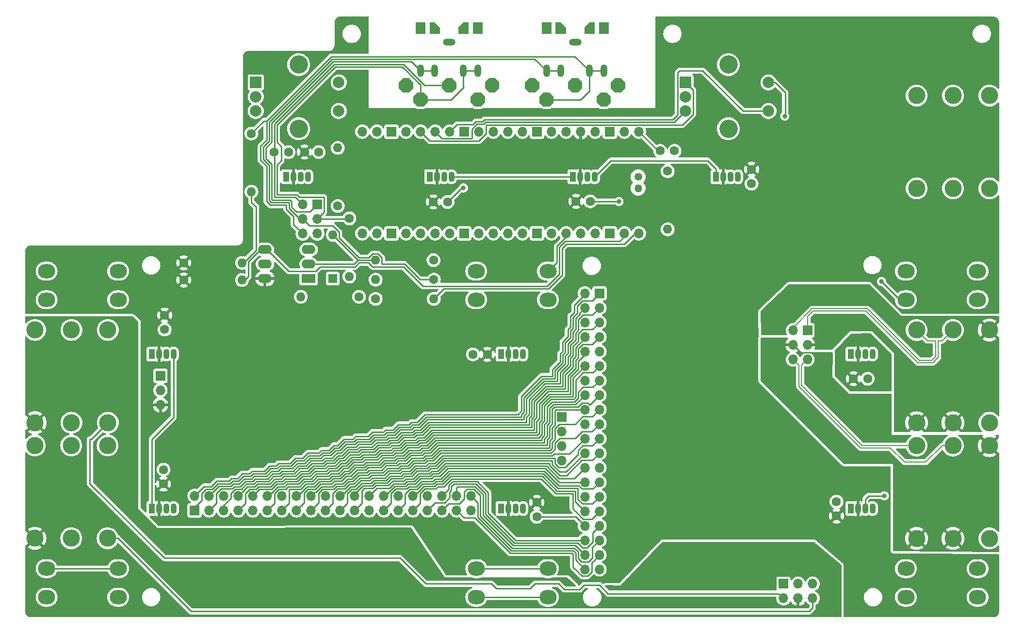
<source format=gtl>
G04 #@! TF.GenerationSoftware,KiCad,Pcbnew,7.0.1.1-36-gbcf78dbe24-dirty-deb11*
G04 #@! TF.CreationDate,2023-03-26T09:40:22+00:00*
G04 #@! TF.ProjectId,pedalboard-hw,70656461-6c62-46f6-9172-642d68772e6b,0.0.1*
G04 #@! TF.SameCoordinates,Original*
G04 #@! TF.FileFunction,Copper,L1,Top*
G04 #@! TF.FilePolarity,Positive*
%FSLAX46Y46*%
G04 Gerber Fmt 4.6, Leading zero omitted, Abs format (unit mm)*
G04 Created by KiCad (PCBNEW 7.0.1.1-36-gbcf78dbe24-dirty-deb11) date 2023-03-26 09:40:22*
%MOMM*%
%LPD*%
G01*
G04 APERTURE LIST*
G04 #@! TA.AperFunction,ComponentPad*
%ADD10C,1.600000*%
G04 #@! TD*
G04 #@! TA.AperFunction,ComponentPad*
%ADD11O,1.200000X2.200000*%
G04 #@! TD*
G04 #@! TA.AperFunction,ComponentPad*
%ADD12O,2.200000X1.200000*%
G04 #@! TD*
G04 #@! TA.AperFunction,ComponentPad*
%ADD13C,3.000000*%
G04 #@! TD*
G04 #@! TA.AperFunction,ComponentPad*
%ADD14O,1.600000X1.600000*%
G04 #@! TD*
G04 #@! TA.AperFunction,ComponentPad*
%ADD15R,1.070000X1.800000*%
G04 #@! TD*
G04 #@! TA.AperFunction,ComponentPad*
%ADD16O,1.070000X1.800000*%
G04 #@! TD*
G04 #@! TA.AperFunction,ComponentPad*
%ADD17R,1.700000X1.700000*%
G04 #@! TD*
G04 #@! TA.AperFunction,ComponentPad*
%ADD18O,1.700000X1.700000*%
G04 #@! TD*
G04 #@! TA.AperFunction,ComponentPad*
%ADD19O,3.000000X2.500000*%
G04 #@! TD*
G04 #@! TA.AperFunction,ComponentPad*
%ADD20R,2.400000X1.600000*%
G04 #@! TD*
G04 #@! TA.AperFunction,ComponentPad*
%ADD21O,2.400000X1.600000*%
G04 #@! TD*
G04 #@! TA.AperFunction,ComponentPad*
%ADD22R,1.800000X2.000000*%
G04 #@! TD*
G04 #@! TA.AperFunction,ComponentPad*
%ADD23R,2.000000X2.000000*%
G04 #@! TD*
G04 #@! TA.AperFunction,ComponentPad*
%ADD24C,2.000000*%
G04 #@! TD*
G04 #@! TA.AperFunction,ComponentPad*
%ADD25C,3.200000*%
G04 #@! TD*
G04 #@! TA.AperFunction,ComponentPad*
%ADD26R,1.600000X1.600000*%
G04 #@! TD*
G04 #@! TA.AperFunction,ComponentPad*
%ADD27C,1.350000*%
G04 #@! TD*
G04 #@! TA.AperFunction,ComponentPad*
%ADD28O,1.350000X1.350000*%
G04 #@! TD*
G04 #@! TA.AperFunction,ViaPad*
%ADD29C,0.800000*%
G04 #@! TD*
G04 #@! TA.AperFunction,Conductor*
%ADD30C,0.250000*%
G04 #@! TD*
G04 #@! TA.AperFunction,Conductor*
%ADD31C,0.200000*%
G04 #@! TD*
G04 APERTURE END LIST*
D10*
X146800000Y-46700000D03*
X146800000Y-49200000D03*
D11*
X121000000Y-29500000D03*
X118500000Y-29500000D03*
D12*
X116000000Y-24500000D03*
D11*
X111000000Y-29500000D03*
X113500000Y-29500000D03*
D13*
X28050000Y-111200000D03*
X28050000Y-94970000D03*
X21700000Y-111200000D03*
X21700000Y-94970000D03*
X34400000Y-111200000D03*
X34400000Y-94970000D03*
D10*
X132160000Y-47020000D03*
D14*
X132160000Y-57180000D03*
D15*
X115600000Y-48000000D03*
D16*
X116870000Y-48000000D03*
X118140000Y-48000000D03*
X119410000Y-48000000D03*
D13*
X28085000Y-91000000D03*
X28085000Y-74770000D03*
X21735000Y-91000000D03*
X21735000Y-74770000D03*
X34435000Y-91000000D03*
X34435000Y-74770000D03*
X181950000Y-94995000D03*
X181950000Y-111225000D03*
X188300000Y-94995000D03*
X188300000Y-111225000D03*
X175600000Y-94995000D03*
X175600000Y-111225000D03*
D15*
X140600000Y-48000000D03*
D16*
X141870000Y-48000000D03*
X143140000Y-48000000D03*
X144410000Y-48000000D03*
D10*
X109310000Y-104930000D03*
X109310000Y-107430000D03*
D15*
X103100000Y-106000000D03*
D16*
X104370000Y-106000000D03*
X105640000Y-106000000D03*
X106910000Y-106000000D03*
D17*
X49590000Y-106320000D03*
D18*
X49590000Y-103780000D03*
X52130000Y-106320000D03*
X52130000Y-103780000D03*
X54670000Y-106320000D03*
X54670000Y-103780000D03*
X57210000Y-106320000D03*
X57210000Y-103780000D03*
X59750000Y-106320000D03*
X59750000Y-103780000D03*
X62290000Y-106320000D03*
X62290000Y-103780000D03*
X64830000Y-106320000D03*
X64830000Y-103780000D03*
X67370000Y-106320000D03*
X67370000Y-103780000D03*
X69910000Y-106320000D03*
X69910000Y-103780000D03*
X72450000Y-106320000D03*
X72450000Y-103780000D03*
X74990000Y-106320000D03*
X74990000Y-103780000D03*
X77530000Y-106320000D03*
X77530000Y-103780000D03*
X80070000Y-106320000D03*
X80070000Y-103780000D03*
X82610000Y-106320000D03*
X82610000Y-103780000D03*
X85150000Y-106320000D03*
X85150000Y-103780000D03*
X87690000Y-106320000D03*
X87690000Y-103780000D03*
X90230000Y-106320000D03*
X90230000Y-103780000D03*
X92770000Y-106320000D03*
X92770000Y-103780000D03*
X95310000Y-106320000D03*
X95310000Y-103780000D03*
X97850000Y-106320000D03*
X97850000Y-103780000D03*
D10*
X161620000Y-107300000D03*
X161620000Y-104800000D03*
X44155000Y-101700000D03*
X44155000Y-99200000D03*
D19*
X98750000Y-64500000D03*
X111250000Y-64500000D03*
X98750000Y-69500000D03*
X111250000Y-69500000D03*
D15*
X42100000Y-79000000D03*
D16*
X43370000Y-79000000D03*
X44640000Y-79000000D03*
X45910000Y-79000000D03*
D10*
X74575000Y-53105000D03*
D14*
X74575000Y-42945000D03*
D20*
X69475000Y-65800000D03*
D21*
X69475000Y-63260000D03*
X69475000Y-60720000D03*
X61855000Y-60720000D03*
X61855000Y-63260000D03*
X61855000Y-65800000D03*
D13*
X181965000Y-33800000D03*
X181965000Y-50030000D03*
X188315000Y-33800000D03*
X188315000Y-50030000D03*
X175615000Y-33800000D03*
X175615000Y-50030000D03*
D10*
X63475000Y-43700000D03*
X65975000Y-43700000D03*
G04 #@! TA.AperFunction,ComponentPad*
G36*
X109750000Y-32517767D02*
G01*
X109017767Y-33250000D01*
X107982233Y-33250000D01*
X107250000Y-32517767D01*
X107250000Y-31482233D01*
X107982233Y-30750000D01*
X109017767Y-30750000D01*
X109750000Y-31482233D01*
X109750000Y-32517767D01*
G37*
G04 #@! TD.AperFunction*
G04 #@! TA.AperFunction,ComponentPad*
G36*
X116517767Y-30750000D02*
G01*
X117250000Y-31482233D01*
X117250000Y-32517767D01*
X116517767Y-33250000D01*
X115482233Y-33250000D01*
X114750000Y-32517767D01*
X114750000Y-31482233D01*
X115482233Y-30750000D01*
X116517767Y-30750000D01*
G37*
G04 #@! TD.AperFunction*
G04 #@! TA.AperFunction,ComponentPad*
G36*
X124750000Y-32517767D02*
G01*
X124017767Y-33250000D01*
X122982233Y-33250000D01*
X122250000Y-32517767D01*
X122250000Y-31482233D01*
X122982233Y-30750000D01*
X124017767Y-30750000D01*
X124750000Y-31482233D01*
X124750000Y-32517767D01*
G37*
G04 #@! TD.AperFunction*
G04 #@! TA.AperFunction,ComponentPad*
G36*
X112250000Y-35017767D02*
G01*
X111517767Y-35750000D01*
X110482233Y-35750000D01*
X109750000Y-35017767D01*
X109750000Y-33982233D01*
X110482233Y-33250000D01*
X111517767Y-33250000D01*
X112250000Y-33982233D01*
X112250000Y-35017767D01*
G37*
G04 #@! TD.AperFunction*
G04 #@! TA.AperFunction,ComponentPad*
G36*
X122250000Y-35017767D02*
G01*
X121517767Y-35750000D01*
X120482233Y-35750000D01*
X119750000Y-35017767D01*
X119750000Y-33982233D01*
X120482233Y-33250000D01*
X121517767Y-33250000D01*
X122250000Y-33982233D01*
X122250000Y-35017767D01*
G37*
G04 #@! TD.AperFunction*
G04 #@! TA.AperFunction,ComponentPad*
G36*
X119400000Y-23000000D02*
G01*
X117600000Y-23000000D01*
X117600000Y-21900000D01*
X118500000Y-21000000D01*
X119400000Y-21000000D01*
X119400000Y-23000000D01*
G37*
G04 #@! TD.AperFunction*
D22*
X121000000Y-22000000D03*
X111000000Y-22000000D03*
G04 #@! TA.AperFunction,ComponentPad*
G36*
X114400000Y-23000000D02*
G01*
X112600000Y-23000000D01*
X112600000Y-21000000D01*
X113500000Y-21000000D01*
X114400000Y-21900000D01*
X114400000Y-23000000D01*
G37*
G04 #@! TD.AperFunction*
D15*
X90600000Y-48000000D03*
D16*
X91870000Y-48000000D03*
X93140000Y-48000000D03*
X94410000Y-48000000D03*
D23*
X60250000Y-31500000D03*
D24*
X60250000Y-36500000D03*
X60250000Y-34000000D03*
D25*
X67750000Y-28400000D03*
X67750000Y-39600000D03*
D24*
X74750000Y-36500000D03*
X74750000Y-31500000D03*
D10*
X68750000Y-43675000D03*
X71250000Y-43675000D03*
X164570000Y-83300000D03*
X167070000Y-83300000D03*
X78280000Y-68980000D03*
D14*
X68120000Y-68980000D03*
D15*
X65600000Y-48000000D03*
D16*
X66870000Y-48000000D03*
X68140000Y-48000000D03*
X69410000Y-48000000D03*
D10*
X91250000Y-52400000D03*
X93750000Y-52400000D03*
D13*
X181950000Y-74780000D03*
X181950000Y-91010000D03*
X188300000Y-74780000D03*
X188300000Y-91010000D03*
X175600000Y-74780000D03*
X175600000Y-91010000D03*
D19*
X23750000Y-64500000D03*
X36250000Y-64500000D03*
X23750000Y-69500000D03*
X36250000Y-69500000D03*
D10*
X130840000Y-43470000D03*
X133340000Y-43470000D03*
X47695000Y-63050000D03*
D14*
X57855000Y-63050000D03*
D15*
X164100000Y-79000000D03*
D16*
X165370000Y-79000000D03*
X166640000Y-79000000D03*
X167910000Y-79000000D03*
D10*
X81190000Y-69340000D03*
D14*
X91350000Y-69340000D03*
D15*
X42100000Y-106000000D03*
D16*
X43370000Y-106000000D03*
X44640000Y-106000000D03*
X45910000Y-106000000D03*
D10*
X76600000Y-55270000D03*
D14*
X76600000Y-65430000D03*
D26*
X73700000Y-65775000D03*
D14*
X73700000Y-58155000D03*
D10*
X116150000Y-52300000D03*
X118650000Y-52300000D03*
X91280000Y-62575000D03*
D14*
X81120000Y-62575000D03*
D15*
X164100000Y-106000000D03*
D16*
X165370000Y-106000000D03*
X166640000Y-106000000D03*
X167910000Y-106000000D03*
D19*
X173750000Y-116500000D03*
X186250000Y-116500000D03*
X173750000Y-121500000D03*
X186250000Y-121500000D03*
X173750000Y-64500000D03*
X186250000Y-64500000D03*
X173750000Y-69500000D03*
X186250000Y-69500000D03*
D10*
X100670000Y-79050000D03*
X98170000Y-79050000D03*
D19*
X23750000Y-116500000D03*
X36250000Y-116500000D03*
X23750000Y-121500000D03*
X36250000Y-121500000D03*
D10*
X91350000Y-65980000D03*
D14*
X81190000Y-65980000D03*
D23*
X135250000Y-31500000D03*
D24*
X135250000Y-36500000D03*
X135250000Y-34000000D03*
D25*
X142750000Y-28400000D03*
X142750000Y-39600000D03*
D24*
X149750000Y-36500000D03*
X149750000Y-31500000D03*
D10*
X47695000Y-66050000D03*
D14*
X57855000Y-66050000D03*
D19*
X98750000Y-116500000D03*
X111250000Y-116500000D03*
X98750000Y-121500000D03*
X111250000Y-121500000D03*
G04 #@! TA.AperFunction,ComponentPad*
G36*
X87755500Y-32517767D02*
G01*
X87023267Y-33250000D01*
X85987733Y-33250000D01*
X85255500Y-32517767D01*
X85255500Y-31482233D01*
X85987733Y-30750000D01*
X87023267Y-30750000D01*
X87755500Y-31482233D01*
X87755500Y-32517767D01*
G37*
G04 #@! TD.AperFunction*
G04 #@! TA.AperFunction,ComponentPad*
G36*
X94523267Y-30750000D02*
G01*
X95255500Y-31482233D01*
X95255500Y-32517767D01*
X94523267Y-33250000D01*
X93487733Y-33250000D01*
X92755500Y-32517767D01*
X92755500Y-31482233D01*
X93487733Y-30750000D01*
X94523267Y-30750000D01*
G37*
G04 #@! TD.AperFunction*
G04 #@! TA.AperFunction,ComponentPad*
G36*
X102755500Y-32517767D02*
G01*
X102023267Y-33250000D01*
X100987733Y-33250000D01*
X100255500Y-32517767D01*
X100255500Y-31482233D01*
X100987733Y-30750000D01*
X102023267Y-30750000D01*
X102755500Y-31482233D01*
X102755500Y-32517767D01*
G37*
G04 #@! TD.AperFunction*
G04 #@! TA.AperFunction,ComponentPad*
G36*
X90255500Y-35017767D02*
G01*
X89523267Y-35750000D01*
X88487733Y-35750000D01*
X87755500Y-35017767D01*
X87755500Y-33982233D01*
X88487733Y-33250000D01*
X89523267Y-33250000D01*
X90255500Y-33982233D01*
X90255500Y-35017767D01*
G37*
G04 #@! TD.AperFunction*
G04 #@! TA.AperFunction,ComponentPad*
G36*
X100255500Y-35017767D02*
G01*
X99523267Y-35750000D01*
X98487733Y-35750000D01*
X97755500Y-35017767D01*
X97755500Y-33982233D01*
X98487733Y-33250000D01*
X99523267Y-33250000D01*
X100255500Y-33982233D01*
X100255500Y-35017767D01*
G37*
G04 #@! TD.AperFunction*
G04 #@! TA.AperFunction,ComponentPad*
G36*
X97405500Y-23000000D02*
G01*
X95605500Y-23000000D01*
X95605500Y-21900000D01*
X96505500Y-21000000D01*
X97405500Y-21000000D01*
X97405500Y-23000000D01*
G37*
G04 #@! TD.AperFunction*
D22*
X99005500Y-22000000D03*
X89005500Y-22000000D03*
G04 #@! TA.AperFunction,ComponentPad*
G36*
X92405500Y-23000000D02*
G01*
X90605500Y-23000000D01*
X90605500Y-21000000D01*
X91505500Y-21000000D01*
X92405500Y-21900000D01*
X92405500Y-23000000D01*
G37*
G04 #@! TD.AperFunction*
D10*
X44355000Y-72200000D03*
X44355000Y-74700000D03*
D15*
X103100000Y-79000000D03*
D16*
X104370000Y-79000000D03*
X105640000Y-79000000D03*
X106910000Y-79000000D03*
D10*
X59500000Y-40445000D03*
D14*
X59500000Y-50605000D03*
D11*
X99000000Y-29500000D03*
X96500000Y-29500000D03*
D12*
X94000000Y-24500000D03*
D11*
X89000000Y-29500000D03*
X91500000Y-29500000D03*
D17*
X113625000Y-89985000D03*
D18*
X113625000Y-92525000D03*
X113625000Y-95065000D03*
X113625000Y-97605000D03*
D27*
X127000000Y-48000000D03*
D28*
X127000000Y-50000000D03*
D18*
X127130000Y-57890000D03*
X124590000Y-57890000D03*
D17*
X122050000Y-57890000D03*
D18*
X119510000Y-57890000D03*
X116970000Y-57890000D03*
X114430000Y-57890000D03*
X111890000Y-57890000D03*
D17*
X109350000Y-57890000D03*
D18*
X106810000Y-57890000D03*
X104270000Y-57890000D03*
X101730000Y-57890000D03*
X99190000Y-57890000D03*
D17*
X96650000Y-57890000D03*
D18*
X94110000Y-57890000D03*
X91570000Y-57890000D03*
X89030000Y-57890000D03*
X86490000Y-57890000D03*
D17*
X83950000Y-57890000D03*
D18*
X81410000Y-57890000D03*
X78870000Y-57890000D03*
X78870000Y-40110000D03*
X81410000Y-40110000D03*
D17*
X83950000Y-40110000D03*
D18*
X86490000Y-40110000D03*
X89030000Y-40110000D03*
X91570000Y-40110000D03*
X94110000Y-40110000D03*
D17*
X96650000Y-40110000D03*
D18*
X99190000Y-40110000D03*
X101730000Y-40110000D03*
X104270000Y-40110000D03*
X106810000Y-40110000D03*
D17*
X109350000Y-40110000D03*
D18*
X111890000Y-40110000D03*
X114430000Y-40110000D03*
X116970000Y-40110000D03*
X119510000Y-40110000D03*
D17*
X122050000Y-40110000D03*
D18*
X124590000Y-40110000D03*
X127130000Y-40110000D03*
D17*
X43615000Y-82790000D03*
D18*
X43615000Y-85330000D03*
X43615000Y-87870000D03*
D17*
X120250000Y-68375600D03*
D18*
X117710000Y-68375600D03*
X120250000Y-70915600D03*
X117710000Y-70915600D03*
X120250000Y-73455600D03*
X117710000Y-73455600D03*
X120250000Y-75995600D03*
X117710000Y-75995600D03*
X120250000Y-78535600D03*
X117710000Y-78535600D03*
X120250000Y-81075600D03*
X117710000Y-81075600D03*
X120250000Y-83615600D03*
X117710000Y-83615600D03*
X120250000Y-86155600D03*
X117710000Y-86155600D03*
X120250000Y-88695600D03*
X117710000Y-88695600D03*
X120250000Y-91235600D03*
X117710000Y-91235600D03*
X120250000Y-93775600D03*
X117710000Y-93775600D03*
X120250000Y-96315600D03*
X117710000Y-96315600D03*
X120250000Y-98855600D03*
X117710000Y-98855600D03*
X120250000Y-101395600D03*
X117710000Y-101395600D03*
X120250000Y-103935600D03*
X117710000Y-103935600D03*
X120250000Y-106475600D03*
X117710000Y-106475600D03*
X120250000Y-109015600D03*
X117710000Y-109015600D03*
X120250000Y-111555600D03*
X117710000Y-111555600D03*
X120250000Y-114095600D03*
X117710000Y-114095600D03*
X120250000Y-116635600D03*
X117710000Y-116635600D03*
D17*
X156555000Y-74845600D03*
D18*
X154015000Y-74845600D03*
X156555000Y-77385600D03*
X154015000Y-77385600D03*
X156555000Y-79925600D03*
X154015000Y-79925600D03*
D17*
X152380000Y-119150600D03*
D18*
X152380000Y-121690600D03*
X154920000Y-119150600D03*
X154920000Y-121690600D03*
X157460000Y-119150600D03*
X157460000Y-121690600D03*
D17*
X71000000Y-52850000D03*
D18*
X68460000Y-52850000D03*
X71000000Y-55390000D03*
X68460000Y-55390000D03*
X71000000Y-57930000D03*
X68460000Y-57930000D03*
D29*
X169976800Y-103784400D03*
X169468800Y-66294000D03*
X152600000Y-37400000D03*
X96500000Y-49950000D03*
X123650000Y-52324000D03*
X178800000Y-93800000D03*
D30*
X167233600Y-103784400D02*
X166640000Y-104378000D01*
X96200000Y-49950000D02*
X96500000Y-49950000D01*
X98750000Y-121500000D02*
X111250000Y-121500000D01*
X169468800Y-66294000D02*
X172674800Y-69500000D01*
X169976800Y-103784400D02*
X167233600Y-103784400D01*
X93750000Y-52400000D02*
X96200000Y-49950000D01*
X166640000Y-104378000D02*
X166640000Y-106000000D01*
X116124400Y-107430000D02*
X117710000Y-109015600D01*
X109310000Y-107430000D02*
X116124400Y-107430000D01*
X152655000Y-37345000D02*
X152655000Y-33255000D01*
X150900000Y-31500000D02*
X149750000Y-31500000D01*
X123626000Y-52300000D02*
X123650000Y-52324000D01*
X152600000Y-37400000D02*
X152655000Y-37345000D01*
X152655000Y-33255000D02*
X150900000Y-31500000D01*
X118650000Y-52300000D02*
X123626000Y-52300000D01*
X94410000Y-48000000D02*
X115600000Y-48000000D01*
X140600000Y-46650000D02*
X140600000Y-48000000D01*
X122230000Y-45180000D02*
X139130000Y-45180000D01*
X119410000Y-48000000D02*
X122230000Y-45180000D01*
X139130000Y-45180000D02*
X140600000Y-46650000D01*
X42100000Y-106000000D02*
X42100000Y-93870000D01*
X45910000Y-79000000D02*
X45910000Y-90060000D01*
X42100000Y-93870000D02*
X45910000Y-90060000D01*
X73700000Y-58155000D02*
X78120000Y-62575000D01*
X69475000Y-63260000D02*
X77435000Y-63260000D01*
X77435000Y-63260000D02*
X78120000Y-62575000D01*
X81120000Y-62575000D02*
X78120000Y-62575000D01*
X77621396Y-63710000D02*
X78306396Y-63025000D01*
X79995000Y-63040991D02*
X80664009Y-63710000D01*
X89418604Y-67105000D02*
X111155000Y-67105000D01*
X58980000Y-65450000D02*
X58980000Y-62820000D01*
X58380000Y-66050000D02*
X58980000Y-65450000D01*
X70730000Y-64490000D02*
X71510000Y-63710000D01*
X80664009Y-63710000D02*
X86023604Y-63710000D01*
X114293604Y-59300000D02*
X123760000Y-59300000D01*
X79995000Y-63025000D02*
X79995000Y-63040991D01*
X58980000Y-62820000D02*
X61080000Y-60720000D01*
X78306396Y-63025000D02*
X79995000Y-63025000D01*
X71510000Y-63710000D02*
X77621396Y-63710000D01*
X111155000Y-67105000D02*
X113280698Y-64979302D01*
X65995000Y-64490000D02*
X70730000Y-64490000D01*
X113280698Y-64979302D02*
X113280698Y-60312906D01*
X113280698Y-60312906D02*
X114293604Y-59300000D01*
X86023604Y-63710000D02*
X89418604Y-67105000D01*
X62225000Y-60720000D02*
X65995000Y-64490000D01*
X123760000Y-59300000D02*
X124590000Y-58470000D01*
X114480000Y-59750000D02*
X113730698Y-60499302D01*
X93090000Y-67555000D02*
X93090000Y-67600000D01*
X124610000Y-59750000D02*
X114480000Y-59750000D01*
X113730698Y-60499302D02*
X113730698Y-65165698D01*
X111341396Y-67555000D02*
X93090000Y-67555000D01*
X113730698Y-65165698D02*
X111341396Y-67555000D01*
X126470000Y-57890000D02*
X124610000Y-59750000D01*
X93090000Y-67600000D02*
X91350000Y-69340000D01*
X73200763Y-96265200D02*
X74060963Y-95405000D01*
X87207447Y-91770952D02*
X87623399Y-91355000D01*
X64437436Y-98555000D02*
X66429440Y-98555000D01*
X57254416Y-101190000D02*
X58089416Y-100355000D01*
X56229111Y-101190000D02*
X57254416Y-101190000D01*
X87623399Y-91355000D02*
X88648704Y-91355000D01*
X49590000Y-105840000D02*
X50850800Y-104579200D01*
X80027180Y-93876803D02*
X80803983Y-93100000D01*
X106600000Y-90000000D02*
X106600000Y-89615151D01*
X50850800Y-103397499D02*
X51643299Y-102605000D01*
X116343604Y-71887503D02*
X116343604Y-70620295D01*
X59356624Y-100355000D02*
X59809822Y-99901802D01*
X69540151Y-96755000D02*
X71443755Y-96755000D01*
X82707587Y-93100000D02*
X83102587Y-92705000D01*
X50850800Y-104579200D02*
X50850800Y-103397499D01*
X117318299Y-69645600D02*
X118980000Y-69645600D01*
X107050000Y-89165151D02*
X107050000Y-86573248D01*
X53623604Y-101650000D02*
X55769111Y-101650000D01*
X67329440Y-97655000D02*
X68640151Y-97655000D01*
X113835000Y-79137436D02*
X114285000Y-78687436D01*
X90003704Y-90000000D02*
X106600000Y-90000000D01*
X63987436Y-99005000D02*
X64437436Y-98555000D01*
X77848069Y-93876803D02*
X80027180Y-93876803D01*
X115635000Y-74499711D02*
X115635000Y-72596107D01*
X74060963Y-95405000D02*
X74749872Y-95405000D01*
X88648704Y-91355000D02*
X90003704Y-90000000D01*
X84369795Y-92705000D02*
X85303843Y-91770952D01*
X80803983Y-93100000D02*
X82707587Y-93100000D01*
X112484998Y-81845830D02*
X113835000Y-80495828D01*
X107050000Y-86573248D02*
X110327648Y-83295600D01*
X112484998Y-83295600D02*
X112484998Y-81845830D01*
X115635000Y-72596107D02*
X116343604Y-71887503D01*
X114285000Y-77051319D02*
X115185000Y-76151319D01*
X110327648Y-83295600D02*
X112484998Y-83295600D01*
X52668604Y-102605000D02*
X53623604Y-101650000D01*
X118980000Y-69645600D02*
X120250000Y-68375600D01*
X68640151Y-97655000D02*
X69540151Y-96755000D01*
X66429440Y-98555000D02*
X67329440Y-97655000D01*
X77414872Y-94310000D02*
X77848069Y-93876803D01*
X51643299Y-102605000D02*
X52668604Y-102605000D01*
X58089416Y-100355000D02*
X59356624Y-100355000D01*
X71443755Y-96755000D02*
X71933555Y-96265200D01*
X59809822Y-99901802D02*
X61955329Y-99901802D01*
X115185000Y-76151319D02*
X115185000Y-74884111D01*
X85303843Y-91770952D02*
X87207447Y-91770952D01*
X55769111Y-101650000D02*
X56229111Y-101190000D01*
X83102587Y-92705000D02*
X84369795Y-92705000D01*
X75844872Y-94310000D02*
X77414872Y-94310000D01*
X113835000Y-80495828D02*
X113835000Y-79137436D01*
X115185000Y-74949711D02*
X115635000Y-74499711D01*
X61955329Y-99901802D02*
X62852131Y-99005000D01*
X71933555Y-96265200D02*
X73200763Y-96265200D01*
X114285000Y-78687436D02*
X114285000Y-77051319D01*
X116343604Y-70620295D02*
X117318299Y-69645600D01*
X74749872Y-95405000D02*
X75844872Y-94310000D01*
X106600000Y-89615151D02*
X107050000Y-89165151D01*
X62852131Y-99005000D02*
X63987436Y-99005000D01*
X77228476Y-93860000D02*
X77661673Y-93426803D01*
X71747159Y-95815200D02*
X73014367Y-95815200D01*
X115893604Y-71701107D02*
X115893604Y-70433899D01*
X115893604Y-70433899D02*
X117710000Y-68617503D01*
X66243044Y-98105000D02*
X67143044Y-97205000D01*
X61768933Y-99451802D02*
X62665735Y-98555000D01*
X53437208Y-101200000D02*
X55582715Y-101200000D01*
X114735000Y-75964923D02*
X114735000Y-74697715D01*
X115185000Y-74247715D02*
X115185000Y-72344111D01*
X74563476Y-94955000D02*
X75658476Y-93860000D01*
X55582715Y-101200000D02*
X56042715Y-100740000D01*
X113835000Y-76864923D02*
X114735000Y-75964923D01*
X79840784Y-93426803D02*
X80617587Y-92650000D01*
X110141252Y-82845600D02*
X112034998Y-82845600D01*
X73014367Y-95815200D02*
X73874567Y-94955000D01*
X85117447Y-91320952D02*
X87021051Y-91320952D01*
X64251040Y-98105000D02*
X66243044Y-98105000D01*
X113385000Y-80309432D02*
X113385000Y-78951040D01*
X106150000Y-89428755D02*
X106600000Y-88978755D01*
X62665735Y-98555000D02*
X63801040Y-98555000D01*
X52482208Y-102155000D02*
X53437208Y-101200000D01*
X51215000Y-102155000D02*
X52482208Y-102155000D01*
X56042715Y-100740000D02*
X57068020Y-100740000D01*
X68453755Y-97205000D02*
X69353755Y-96305000D01*
X106150000Y-89550000D02*
X106150000Y-89428755D01*
X88462308Y-90905000D02*
X89817308Y-89550000D01*
X63801040Y-98555000D02*
X64251040Y-98105000D01*
X67143044Y-97205000D02*
X68453755Y-97205000D01*
X112034998Y-81659434D02*
X113385000Y-80309432D01*
X82521191Y-92650000D02*
X82916191Y-92255000D01*
X113385000Y-78951040D02*
X113835000Y-78501040D01*
X89817308Y-89550000D02*
X106150000Y-89550000D01*
X59623426Y-99451802D02*
X61768933Y-99451802D01*
X106600000Y-88978755D02*
X106600000Y-86386852D01*
X77661673Y-93426803D02*
X79840784Y-93426803D01*
X73874567Y-94955000D02*
X74563476Y-94955000D01*
X75658476Y-93860000D02*
X77228476Y-93860000D01*
X84183399Y-92255000D02*
X85117447Y-91320952D01*
X80617587Y-92650000D02*
X82521191Y-92650000D01*
X114735000Y-74697715D02*
X115185000Y-74247715D01*
X87021051Y-91320952D02*
X87437003Y-90905000D01*
X82916191Y-92255000D02*
X84183399Y-92255000D01*
X49590000Y-103780000D02*
X51215000Y-102155000D01*
X71257359Y-96305000D02*
X71747159Y-95815200D01*
X106600000Y-86386852D02*
X110141252Y-82845600D01*
X57068020Y-100740000D02*
X57903020Y-99905000D01*
X69353755Y-96305000D02*
X71257359Y-96305000D01*
X59170228Y-99905000D02*
X59623426Y-99451802D01*
X115185000Y-72409711D02*
X115893604Y-71701107D01*
X57903020Y-99905000D02*
X59170228Y-99905000D01*
X112034998Y-82845600D02*
X112034998Y-81659434D01*
X113835000Y-78501040D02*
X113835000Y-76864923D01*
X87437003Y-90905000D02*
X88462308Y-90905000D01*
X58462208Y-101255000D02*
X59729416Y-101255000D01*
X113384998Y-84195600D02*
X113384998Y-82218622D01*
X116085000Y-76524111D02*
X116085000Y-75322503D01*
X74433755Y-96305000D02*
X75122664Y-96305000D01*
X81176775Y-94000000D02*
X83080379Y-94000000D01*
X107950000Y-89537943D02*
X107950000Y-86946040D01*
X115185000Y-77424111D02*
X116085000Y-76524111D01*
X107950000Y-86946040D02*
X110700440Y-84195600D01*
X69012943Y-98555000D02*
X69912943Y-97655000D01*
X64810228Y-99455000D02*
X66802232Y-99455000D01*
X72306347Y-97165200D02*
X73573555Y-97165200D01*
X116535000Y-72968899D02*
X117348299Y-72155600D01*
X107500000Y-89987943D02*
X107950000Y-89537943D01*
X113384998Y-82218622D02*
X114735000Y-80868620D01*
X71816547Y-97655000D02*
X72306347Y-97165200D01*
X77787664Y-95210000D02*
X78220861Y-94776803D01*
X83475379Y-93605000D02*
X84742587Y-93605000D01*
X84742587Y-93605000D02*
X85676635Y-92670952D01*
X75122664Y-96305000D02*
X76217664Y-95210000D01*
X87580239Y-92670952D02*
X87996191Y-92255000D01*
X56536903Y-102155000D02*
X57562208Y-102155000D01*
X116085000Y-75322503D02*
X116535000Y-74872503D01*
X69912943Y-97655000D02*
X71816547Y-97655000D01*
X114735000Y-80868620D02*
X114735000Y-79510228D01*
X66802232Y-99455000D02*
X67702232Y-98555000D01*
X89021496Y-92255000D02*
X90376496Y-90900000D01*
X57562208Y-102155000D02*
X58462208Y-101255000D01*
X76217664Y-95210000D02*
X77787664Y-95210000D01*
X78220861Y-94776803D02*
X80399972Y-94776803D01*
X54238299Y-102550000D02*
X56141903Y-102550000D01*
X85676635Y-92670952D02*
X87580239Y-92670952D01*
X119010000Y-72155600D02*
X120250000Y-70915600D01*
X59729416Y-101255000D02*
X60182614Y-100801802D01*
X110700440Y-84195600D02*
X113384998Y-84195600D01*
X67702232Y-98555000D02*
X69012943Y-98555000D01*
X73573555Y-97165200D02*
X74433755Y-96305000D01*
X53390800Y-105059200D02*
X53390800Y-103397499D01*
X63224923Y-99905000D02*
X64360228Y-99905000D01*
X52130000Y-106320000D02*
X53390800Y-105059200D01*
X114735000Y-79510228D02*
X115185000Y-79060228D01*
X80399972Y-94776803D02*
X81176775Y-94000000D01*
X116535000Y-74872503D02*
X116535000Y-72968899D01*
X83080379Y-94000000D02*
X83475379Y-93605000D01*
X56141903Y-102550000D02*
X56536903Y-102155000D01*
X107500000Y-90900000D02*
X107500000Y-89987943D01*
X53390800Y-103397499D02*
X54238299Y-102550000D01*
X117348299Y-72155600D02*
X119010000Y-72155600D01*
X115185000Y-79060228D02*
X115185000Y-77424111D01*
X90376496Y-90900000D02*
X107500000Y-90900000D01*
X64360228Y-99905000D02*
X64810228Y-99455000D01*
X87996191Y-92255000D02*
X89021496Y-92255000D01*
X62328121Y-100801802D02*
X63224923Y-99905000D01*
X60182614Y-100801802D02*
X62328121Y-100801802D01*
X112934998Y-83745600D02*
X112934998Y-82032226D01*
X74936268Y-95855000D02*
X76031268Y-94760000D01*
X53810000Y-102100000D02*
X55955507Y-102100000D01*
X80213576Y-94326803D02*
X80990379Y-93550000D01*
X107050000Y-90450000D02*
X107050000Y-89801547D01*
X114735000Y-77237715D02*
X115635000Y-76337715D01*
X90190100Y-90450000D02*
X107050000Y-90450000D01*
X107500000Y-89351547D02*
X107500000Y-86759644D01*
X88835100Y-91805000D02*
X90190100Y-90450000D01*
X80990379Y-93550000D02*
X82893983Y-93550000D01*
X72119951Y-96715200D02*
X73387159Y-96715200D01*
X69726547Y-97205000D02*
X71630151Y-97205000D01*
X114285000Y-79323832D02*
X114735000Y-78873832D01*
X55955507Y-102100000D02*
X56350507Y-101705000D01*
X116085000Y-74686107D02*
X116085000Y-72782503D01*
X77601268Y-94760000D02*
X78034465Y-94326803D01*
X59543020Y-100805000D02*
X59996218Y-100351802D01*
X116793604Y-71831996D02*
X117710000Y-70915600D01*
X107050000Y-89801547D02*
X107500000Y-89351547D01*
X66615836Y-99005000D02*
X67515836Y-98105000D01*
X115635000Y-75136107D02*
X116085000Y-74686107D01*
X59996218Y-100351802D02*
X62141725Y-100351802D01*
X73387159Y-96715200D02*
X74247359Y-95855000D01*
X76031268Y-94760000D02*
X77601268Y-94760000D01*
X87393843Y-92220952D02*
X87809795Y-91805000D01*
X83288983Y-93155000D02*
X84556191Y-93155000D01*
X71630151Y-97205000D02*
X72119951Y-96715200D01*
X63038527Y-99455000D02*
X64173832Y-99455000D01*
X114285000Y-80682224D02*
X114285000Y-79323832D01*
X56350507Y-101705000D02*
X57375812Y-101705000D01*
X62141725Y-100351802D02*
X63038527Y-99455000D01*
X64623832Y-99005000D02*
X66615836Y-99005000D01*
X64173832Y-99455000D02*
X64623832Y-99005000D01*
X116793604Y-72073899D02*
X116793604Y-71831996D01*
X82893983Y-93550000D02*
X83288983Y-93155000D01*
X78034465Y-94326803D02*
X80213576Y-94326803D01*
X87809795Y-91805000D02*
X88835100Y-91805000D01*
X74247359Y-95855000D02*
X74936268Y-95855000D01*
X58275812Y-100805000D02*
X59543020Y-100805000D01*
X112934998Y-82032226D02*
X114285000Y-80682224D01*
X116085000Y-72782503D02*
X116793604Y-72073899D01*
X57375812Y-101705000D02*
X58275812Y-100805000D01*
X115635000Y-76337715D02*
X115635000Y-75136107D01*
X84556191Y-93155000D02*
X85490239Y-92220952D01*
X85490239Y-92220952D02*
X87393843Y-92220952D01*
X114735000Y-78873832D02*
X114735000Y-77237715D01*
X52130000Y-103780000D02*
X53810000Y-102100000D01*
X110514044Y-83745600D02*
X112934998Y-83745600D01*
X107500000Y-86759644D02*
X110514044Y-83745600D01*
X68826547Y-98105000D02*
X69726547Y-97205000D01*
X67515836Y-98105000D02*
X68826547Y-98105000D01*
X89207892Y-92705000D02*
X90562892Y-91350000D01*
X63411319Y-100355000D02*
X64546624Y-100355000D01*
X55930800Y-103397499D02*
X56723299Y-102605000D01*
X54670000Y-105441701D02*
X55930800Y-104180901D01*
X57748604Y-102605000D02*
X58648604Y-101705000D01*
X115635000Y-77676107D02*
X116535000Y-76776107D01*
X59915812Y-101705000D02*
X60369010Y-101251802D01*
X90562892Y-91350000D02*
X107950000Y-91350000D01*
X64546624Y-100355000D02*
X64996624Y-99905000D01*
X66988628Y-99905000D02*
X67888628Y-99005000D01*
X69199339Y-99005000D02*
X70099339Y-98105000D01*
X84928983Y-94055000D02*
X85863031Y-93120952D01*
X64996624Y-99905000D02*
X66988628Y-99905000D01*
X74620151Y-96755000D02*
X75309060Y-96755000D01*
X108400000Y-89724339D02*
X108400000Y-87132436D01*
X88182587Y-92705000D02*
X89207892Y-92705000D01*
X72002943Y-98105000D02*
X72492743Y-97615200D01*
X110886836Y-84645600D02*
X113834998Y-84645600D01*
X118990000Y-74715600D02*
X120250000Y-73455600D01*
X58648604Y-101705000D02*
X59915812Y-101705000D01*
X115635000Y-79246624D02*
X115635000Y-77676107D01*
X75309060Y-96755000D02*
X76404060Y-95660000D01*
X113834998Y-84645600D02*
X113834998Y-82405018D01*
X87766635Y-93120952D02*
X88182587Y-92705000D01*
X62514517Y-101251802D02*
X63411319Y-100355000D01*
X70099339Y-98105000D02*
X72002943Y-98105000D01*
X85863031Y-93120952D02*
X87766635Y-93120952D01*
X107950000Y-90174339D02*
X108400000Y-89724339D01*
X73759951Y-97615200D02*
X74620151Y-96755000D01*
X108400000Y-87132436D02*
X110886836Y-84645600D01*
X83266775Y-94450000D02*
X83661775Y-94055000D01*
X107950000Y-91350000D02*
X107950000Y-90174339D01*
X116535000Y-76776107D02*
X116535000Y-75508899D01*
X67888628Y-99005000D02*
X69199339Y-99005000D01*
X116535000Y-75508899D02*
X117328299Y-74715600D01*
X80586368Y-95226803D02*
X81363171Y-94450000D01*
X115185000Y-81055016D02*
X115185000Y-79696624D01*
X55930800Y-104180901D02*
X55930800Y-103397499D01*
X72492743Y-97615200D02*
X73759951Y-97615200D01*
X54670000Y-106320000D02*
X54670000Y-105441701D01*
X60369010Y-101251802D02*
X62514517Y-101251802D01*
X78407257Y-95226803D02*
X80586368Y-95226803D01*
X83661775Y-94055000D02*
X84928983Y-94055000D01*
X76404060Y-95660000D02*
X77974060Y-95660000D01*
X56723299Y-102605000D02*
X57748604Y-102605000D01*
X81363171Y-94450000D02*
X83266775Y-94450000D01*
X117328299Y-74715600D02*
X118990000Y-74715600D01*
X115185000Y-79696624D02*
X115635000Y-79246624D01*
X113834998Y-82405018D02*
X115185000Y-81055016D01*
X77974060Y-95660000D02*
X78407257Y-95226803D01*
X59263299Y-102605000D02*
X60288604Y-102605000D01*
X117308299Y-77275600D02*
X118970000Y-77275600D01*
X90935684Y-92250000D02*
X108850000Y-92250000D01*
X58470800Y-105059200D02*
X58470800Y-103397499D01*
X109300000Y-90097131D02*
X109300000Y-87505228D01*
X63784111Y-101255000D02*
X64919416Y-101255000D01*
X114734998Y-85545600D02*
X114734998Y-82777810D01*
X69572131Y-99905000D02*
X70472131Y-99005000D01*
X74132743Y-98515200D02*
X74992943Y-97655000D01*
X64919416Y-101255000D02*
X65369416Y-100805000D01*
X57210000Y-106320000D02*
X58470800Y-105059200D01*
X108850000Y-92250000D02*
X108850000Y-90547131D01*
X116085000Y-80069416D02*
X116535000Y-79619416D01*
X58470800Y-103397499D02*
X59263299Y-102605000D01*
X72865535Y-98515200D02*
X74132743Y-98515200D01*
X116535000Y-78048899D02*
X117308299Y-77275600D01*
X68261420Y-99905000D02*
X69572131Y-99905000D01*
X88555379Y-93605000D02*
X89580684Y-93605000D01*
X67361420Y-100805000D02*
X68261420Y-99905000D01*
X65369416Y-100805000D02*
X67361420Y-100805000D01*
X80959160Y-96126803D02*
X81735963Y-95350000D01*
X62884111Y-102155000D02*
X63784111Y-101255000D01*
X60288604Y-102605000D02*
X60738604Y-102155000D01*
X81735963Y-95350000D02*
X83639567Y-95350000D01*
X114734998Y-82777810D02*
X116085000Y-81427808D01*
X89580684Y-93605000D02*
X90935684Y-92250000D01*
X109300000Y-87505228D02*
X111259628Y-85545600D01*
X85301775Y-94955000D02*
X86235823Y-94020952D01*
X116085000Y-81427808D02*
X116085000Y-80069416D01*
X74992943Y-97655000D02*
X75681852Y-97655000D01*
X86235823Y-94020952D02*
X88139427Y-94020952D01*
X60738604Y-102155000D02*
X62884111Y-102155000D01*
X72375735Y-99005000D02*
X72865535Y-98515200D01*
X83639567Y-95350000D02*
X84034567Y-94955000D01*
X78780049Y-96126803D02*
X80959160Y-96126803D01*
X118970000Y-77275600D02*
X120250000Y-75995600D01*
X76776852Y-96560000D02*
X78346852Y-96560000D01*
X70472131Y-99005000D02*
X72375735Y-99005000D01*
X78346852Y-96560000D02*
X78780049Y-96126803D01*
X84034567Y-94955000D02*
X85301775Y-94955000D01*
X116535000Y-79619416D02*
X116535000Y-78048899D01*
X111259628Y-85545600D02*
X114734998Y-85545600D01*
X75681852Y-97655000D02*
X76776852Y-96560000D01*
X108850000Y-90547131D02*
X109300000Y-90097131D01*
X88139427Y-94020952D02*
X88555379Y-93605000D01*
X108400000Y-91800000D02*
X108400000Y-90360735D01*
X68075024Y-99455000D02*
X69385735Y-99455000D01*
X108400000Y-90360735D02*
X108850000Y-89910735D01*
X60102208Y-102155000D02*
X60555406Y-101701802D01*
X62700913Y-101701802D02*
X63597715Y-100805000D01*
X83848171Y-94505000D02*
X85115379Y-94505000D01*
X116085000Y-79433020D02*
X116085000Y-77862503D01*
X74806547Y-97205000D02*
X75495456Y-97205000D01*
X108850000Y-87318832D02*
X111073232Y-85095600D01*
X73946347Y-98065200D02*
X74806547Y-97205000D01*
X115635000Y-81241412D02*
X115635000Y-79883020D01*
X70285735Y-98555000D02*
X72189339Y-98555000D01*
X67175024Y-100355000D02*
X68075024Y-99455000D01*
X72679139Y-98065200D02*
X73946347Y-98065200D01*
X115635000Y-79883020D02*
X116085000Y-79433020D01*
X89394288Y-93155000D02*
X90749288Y-91800000D01*
X88368983Y-93155000D02*
X89394288Y-93155000D01*
X114284998Y-82591414D02*
X115635000Y-81241412D01*
X81549567Y-94900000D02*
X83453171Y-94900000D01*
X116085000Y-77862503D02*
X117710000Y-76237503D01*
X69385735Y-99455000D02*
X70285735Y-98555000D01*
X80772764Y-95676803D02*
X81549567Y-94900000D01*
X83453171Y-94900000D02*
X83848171Y-94505000D01*
X78160456Y-96110000D02*
X78593653Y-95676803D01*
X65183020Y-100355000D02*
X67175024Y-100355000D01*
X57210000Y-103780000D02*
X58835000Y-102155000D01*
X90749288Y-91800000D02*
X108400000Y-91800000D01*
X85115379Y-94505000D02*
X86049427Y-93570952D01*
X111073232Y-85095600D02*
X114284998Y-85095600D01*
X58835000Y-102155000D02*
X60102208Y-102155000D01*
X114284998Y-85095600D02*
X114284998Y-82591414D01*
X76590456Y-96110000D02*
X78160456Y-96110000D01*
X75495456Y-97205000D02*
X76590456Y-96110000D01*
X78593653Y-95676803D02*
X80772764Y-95676803D01*
X86049427Y-93570952D02*
X87953031Y-93570952D01*
X108850000Y-89910735D02*
X108850000Y-87318832D01*
X87953031Y-93570952D02*
X88368983Y-93155000D01*
X60555406Y-101701802D02*
X62700913Y-101701802D01*
X64733020Y-100805000D02*
X65183020Y-100355000D01*
X63597715Y-100805000D02*
X64733020Y-100805000D01*
X72189339Y-98555000D02*
X72679139Y-98065200D01*
X69758527Y-100355000D02*
X70658527Y-99455000D01*
X109300000Y-90733527D02*
X109750000Y-90283527D01*
X109750000Y-90283527D02*
X109750000Y-87691624D01*
X81145556Y-96576803D02*
X81922359Y-95800000D01*
X70658527Y-99455000D02*
X72562131Y-99455000D01*
X67547816Y-101255000D02*
X68447816Y-100355000D01*
X85488171Y-95405000D02*
X86422219Y-94470952D01*
X111446024Y-85995600D02*
X115184998Y-85995600D01*
X74319139Y-98965200D02*
X75179339Y-98105000D01*
X109300000Y-92637131D02*
X109300000Y-90733527D01*
X83825963Y-95800000D02*
X84220963Y-95405000D01*
X116535000Y-81562301D02*
X116535000Y-80255812D01*
X72562131Y-99455000D02*
X73051931Y-98965200D01*
X81922359Y-95800000D02*
X83825963Y-95800000D01*
X89767080Y-94055000D02*
X91122080Y-92700000D01*
X115184998Y-82964206D02*
X116560952Y-81588252D01*
X60925000Y-102605000D02*
X63070507Y-102605000D01*
X65555812Y-101255000D02*
X67547816Y-101255000D01*
X115184998Y-85995600D02*
X115184998Y-82964206D01*
X75179339Y-98105000D02*
X75868248Y-98105000D01*
X78966445Y-96576803D02*
X81145556Y-96576803D01*
X88325823Y-94470952D02*
X88741775Y-94055000D01*
X65105812Y-101705000D02*
X65555812Y-101255000D01*
X116535000Y-80255812D02*
X117710000Y-79080812D01*
X73051931Y-98965200D02*
X74319139Y-98965200D01*
X86422219Y-94470952D02*
X88325823Y-94470952D01*
X116560952Y-81588252D02*
X116535000Y-81562301D01*
X84220963Y-95405000D02*
X85488171Y-95405000D01*
X76963248Y-97010000D02*
X78533248Y-97010000D01*
X59750000Y-103780000D02*
X60925000Y-102605000D01*
X75868248Y-98105000D02*
X76963248Y-97010000D01*
X63070507Y-102605000D02*
X63970507Y-101705000D01*
X63970507Y-101705000D02*
X65105812Y-101705000D01*
X78533248Y-97010000D02*
X78966445Y-96576803D01*
X91122080Y-92700000D02*
X109237131Y-92700000D01*
X109750000Y-87691624D02*
X111446024Y-85995600D01*
X88741775Y-94055000D02*
X89767080Y-94055000D01*
X68447816Y-100355000D02*
X69758527Y-100355000D01*
X109237131Y-92700000D02*
X109300000Y-92637131D01*
X110200000Y-91106319D02*
X110650000Y-90656319D01*
X110650000Y-88064416D02*
X111818816Y-86895600D01*
X73424723Y-99865200D02*
X74691931Y-99865200D01*
X79339237Y-97476803D02*
X81518348Y-97476803D01*
X115697208Y-86895600D02*
X116084998Y-86507810D01*
X65327701Y-102616000D02*
X65467604Y-102616000D01*
X82295151Y-96700000D02*
X84198755Y-96700000D01*
X111818816Y-86895600D02*
X115697208Y-86895600D01*
X116084998Y-86507810D02*
X116084998Y-83578901D01*
X119075000Y-82250600D02*
X120250000Y-81075600D01*
X85860963Y-96305000D02*
X86795011Y-95370952D01*
X63550800Y-103397499D02*
X64343299Y-102605000D01*
X90139872Y-94955000D02*
X91494872Y-93600000D01*
X109750000Y-93600000D02*
X109750000Y-93459923D01*
X110650000Y-90656319D02*
X110650000Y-88064416D01*
X65467604Y-102616000D02*
X65928604Y-102155000D01*
X76241040Y-99005000D02*
X77336040Y-97910000D01*
X78906040Y-97910000D02*
X79339237Y-97476803D01*
X77336040Y-97910000D02*
X78906040Y-97910000D01*
X72934923Y-100355000D02*
X73424723Y-99865200D01*
X75552131Y-99005000D02*
X76241040Y-99005000D01*
X64343299Y-102605000D02*
X65316701Y-102605000D01*
X116084998Y-83578901D02*
X117413299Y-82250600D01*
X68820608Y-101255000D02*
X70131319Y-101255000D01*
X84198755Y-96700000D02*
X84593755Y-96305000D01*
X84593755Y-96305000D02*
X85860963Y-96305000D01*
X109750000Y-93459923D02*
X110200000Y-93009923D01*
X71031319Y-100355000D02*
X72934923Y-100355000D01*
X91494872Y-93600000D02*
X109750000Y-93600000D01*
X117413299Y-82250600D02*
X119075000Y-82250600D01*
X86795011Y-95370952D02*
X88698615Y-95370952D01*
X65316701Y-102605000D02*
X65327701Y-102616000D01*
X63550800Y-105059200D02*
X63550800Y-103397499D01*
X88698615Y-95370952D02*
X89114567Y-94955000D01*
X89114567Y-94955000D02*
X90139872Y-94955000D01*
X62290000Y-106320000D02*
X63550800Y-105059200D01*
X65928604Y-102155000D02*
X67920608Y-102155000D01*
X110200000Y-93009923D02*
X110200000Y-91106319D01*
X81518348Y-97476803D02*
X82295151Y-96700000D01*
X67920608Y-102155000D02*
X68820608Y-101255000D01*
X74691931Y-99865200D02*
X75552131Y-99005000D01*
X70131319Y-101255000D02*
X71031319Y-100355000D01*
X91308476Y-93150000D02*
X109423527Y-93150000D01*
X89953476Y-94505000D02*
X91308476Y-93150000D01*
X77149644Y-97460000D02*
X78719644Y-97460000D01*
X72748527Y-99905000D02*
X73238327Y-99415200D01*
X109750000Y-92823527D02*
X109750000Y-90919923D01*
X64156903Y-102155000D02*
X65292208Y-102155000D01*
X109750000Y-90919923D02*
X110200000Y-90469923D01*
X111632420Y-86445600D02*
X115510812Y-86445600D01*
X69944923Y-100805000D02*
X70844923Y-99905000D01*
X115634998Y-86321414D02*
X115634998Y-83150602D01*
X109423527Y-93150000D02*
X109750000Y-92823527D01*
X88512219Y-94920952D02*
X88928171Y-94505000D01*
X76054644Y-98555000D02*
X77149644Y-97460000D01*
X74505535Y-99415200D02*
X75365735Y-98555000D01*
X70844923Y-99905000D02*
X72748527Y-99905000D01*
X62531903Y-103780000D02*
X64156903Y-102155000D01*
X82108755Y-96250000D02*
X84012359Y-96250000D01*
X67734212Y-101705000D02*
X68634212Y-100805000D01*
X110200000Y-87878020D02*
X111632420Y-86445600D01*
X68634212Y-100805000D02*
X69944923Y-100805000D01*
X86608615Y-94920952D02*
X88512219Y-94920952D01*
X65742208Y-101705000D02*
X67734212Y-101705000D01*
X73238327Y-99415200D02*
X74505535Y-99415200D01*
X84407359Y-95855000D02*
X85674567Y-95855000D01*
X81331952Y-97026803D02*
X82108755Y-96250000D01*
X115510812Y-86445600D02*
X115634998Y-86321414D01*
X88928171Y-94505000D02*
X89953476Y-94505000D01*
X84012359Y-96250000D02*
X84407359Y-95855000D01*
X78719644Y-97460000D02*
X79152841Y-97026803D01*
X79152841Y-97026803D02*
X81331952Y-97026803D01*
X110200000Y-90469923D02*
X110200000Y-87878020D01*
X65292208Y-102155000D02*
X65742208Y-101705000D01*
X75365735Y-98555000D02*
X76054644Y-98555000D01*
X115634998Y-83150602D02*
X117710000Y-81075600D01*
X85674567Y-95855000D02*
X86608615Y-94920952D01*
X77522436Y-98360000D02*
X79092436Y-98360000D01*
X70317715Y-101705000D02*
X71217715Y-100805000D01*
X75738527Y-99455000D02*
X76427436Y-99455000D01*
X66090800Y-102629200D02*
X66115000Y-102605000D01*
X73121319Y-100805000D02*
X73611119Y-100315200D01*
X69007004Y-101705000D02*
X70317715Y-101705000D01*
X74878327Y-100315200D02*
X75738527Y-99455000D01*
X66090800Y-105059200D02*
X66090800Y-102629200D01*
X110650000Y-91292715D02*
X111100000Y-90842715D01*
X64830000Y-106320000D02*
X66090800Y-105059200D01*
X117413299Y-84790600D02*
X119075000Y-84790600D01*
X79525633Y-97926803D02*
X81704744Y-97926803D01*
X76427436Y-99455000D02*
X77522436Y-98360000D01*
X116535000Y-85668899D02*
X117413299Y-84790600D01*
X115883604Y-87345600D02*
X116560952Y-86668252D01*
X81704744Y-97926803D02*
X82481547Y-97150000D01*
X79092436Y-98360000D02*
X79525633Y-97926803D01*
X84385151Y-97150000D02*
X84780151Y-96755000D01*
X110200000Y-93646319D02*
X110650000Y-93196319D01*
X86047359Y-96755000D02*
X86981407Y-95820952D01*
X84780151Y-96755000D02*
X86047359Y-96755000D01*
X68107004Y-102605000D02*
X69007004Y-101705000D01*
X90326268Y-95405000D02*
X91681268Y-94050000D01*
X111100000Y-90842715D02*
X111100000Y-88250812D01*
X88885011Y-95820952D02*
X89300963Y-95405000D01*
X110650000Y-93196319D02*
X110650000Y-91292715D01*
X82481547Y-97150000D02*
X84385151Y-97150000D01*
X116535000Y-86642301D02*
X116535000Y-85668899D01*
X86981407Y-95820952D02*
X88885011Y-95820952D01*
X66115000Y-102605000D02*
X68107004Y-102605000D01*
X71217715Y-100805000D02*
X73121319Y-100805000D01*
X73611119Y-100315200D02*
X74878327Y-100315200D01*
X112005212Y-87345600D02*
X115883604Y-87345600D01*
X91681268Y-94050000D02*
X110200000Y-94050000D01*
X111100000Y-88250812D02*
X112005212Y-87345600D01*
X89300963Y-95405000D02*
X90326268Y-95405000D01*
X116560952Y-86668252D02*
X116535000Y-86642301D01*
X110200000Y-94050000D02*
X110200000Y-93646319D01*
X119075000Y-84790600D02*
X120250000Y-83615600D01*
X86420151Y-97655000D02*
X87354199Y-96720952D01*
X87354199Y-96720952D02*
X89257803Y-96720952D01*
X75251119Y-101215200D02*
X76111319Y-100355000D01*
X89673755Y-96305000D02*
X90699060Y-96305000D01*
X116535000Y-88208899D02*
X117223299Y-87520600D01*
X85152943Y-97655000D02*
X86420151Y-97655000D01*
X112378004Y-88245600D02*
X116535000Y-88245600D01*
X73983911Y-101215200D02*
X75251119Y-101215200D01*
X67370000Y-106320000D02*
X68735000Y-104955000D01*
X68735000Y-104955000D02*
X68735000Y-103293299D01*
X112000000Y-88623604D02*
X112378004Y-88245600D01*
X117223299Y-87520600D02*
X118196701Y-87520600D01*
X79898425Y-98826803D02*
X82077536Y-98826803D01*
X118196701Y-87520600D02*
X118540851Y-87864749D01*
X76800228Y-100355000D02*
X77895228Y-99260000D01*
X92054060Y-94950000D02*
X111100000Y-94950000D01*
X90699060Y-96305000D02*
X92054060Y-94950000D01*
X84757943Y-98050000D02*
X85152943Y-97655000D01*
X73494111Y-101705000D02*
X73983911Y-101215200D01*
X69423299Y-102605000D02*
X70690507Y-102605000D01*
X111100000Y-94950000D02*
X111100000Y-94019111D01*
X118540851Y-87864749D02*
X120250000Y-86155600D01*
X76111319Y-100355000D02*
X76800228Y-100355000D01*
X82854339Y-98050000D02*
X84757943Y-98050000D01*
X68735000Y-103293299D02*
X69423299Y-102605000D01*
X111550000Y-91665507D02*
X112000000Y-91215507D01*
X71590507Y-101705000D02*
X73494111Y-101705000D01*
X70690507Y-102605000D02*
X71590507Y-101705000D01*
X89257803Y-96720952D02*
X89673755Y-96305000D01*
X112000000Y-91215507D02*
X112000000Y-88623604D01*
X77895228Y-99260000D02*
X79465228Y-99260000D01*
X82077536Y-98826803D02*
X82854339Y-98050000D01*
X111550000Y-93569111D02*
X111550000Y-91665507D01*
X116535000Y-88245600D02*
X116535000Y-88208899D01*
X79465228Y-99260000D02*
X79898425Y-98826803D01*
X111100000Y-94019111D02*
X111550000Y-93569111D01*
X89071407Y-96270952D02*
X89487359Y-95855000D01*
X73307715Y-101255000D02*
X73797515Y-100765200D01*
X75064723Y-100765200D02*
X75924923Y-99905000D01*
X77708832Y-98810000D02*
X79278832Y-98810000D01*
X84966547Y-97205000D02*
X86233755Y-97205000D01*
X79278832Y-98810000D02*
X79712029Y-98376803D01*
X84571547Y-97600000D02*
X84966547Y-97205000D01*
X111550000Y-91029111D02*
X111550000Y-88437208D01*
X111550000Y-88437208D02*
X112191608Y-87795600D01*
X112191608Y-87795600D02*
X116070000Y-87795600D01*
X111100000Y-93382715D02*
X111100000Y-91479111D01*
X67568400Y-103780000D02*
X69193400Y-102155000D01*
X73797515Y-100765200D02*
X75064723Y-100765200D01*
X75924923Y-99905000D02*
X76613832Y-99905000D01*
X71404111Y-101255000D02*
X73307715Y-101255000D01*
X79712029Y-98376803D02*
X81891140Y-98376803D01*
X111100000Y-91479111D02*
X111550000Y-91029111D01*
X110650000Y-93832715D02*
X111100000Y-93382715D01*
X81891140Y-98376803D02*
X82667943Y-97600000D01*
X76613832Y-99905000D02*
X77708832Y-98810000D01*
X90512664Y-95855000D02*
X91867664Y-94500000D01*
X87167803Y-96270952D02*
X89071407Y-96270952D01*
X86233755Y-97205000D02*
X87167803Y-96270952D01*
X89487359Y-95855000D02*
X90512664Y-95855000D01*
X70504111Y-102155000D02*
X71404111Y-101255000D01*
X69193400Y-102155000D02*
X70504111Y-102155000D01*
X110650000Y-94500000D02*
X110650000Y-93832715D01*
X82667943Y-97600000D02*
X84571547Y-97600000D01*
X116070000Y-87795600D02*
X117710000Y-86155600D01*
X91867664Y-94500000D02*
X110650000Y-94500000D01*
X83227131Y-98950000D02*
X85130735Y-98950000D01*
X73866903Y-102605000D02*
X74356703Y-102115200D01*
X89630595Y-97620952D02*
X90046547Y-97205000D01*
X71963299Y-102605000D02*
X73866903Y-102605000D01*
X85525735Y-98555000D02*
X86792943Y-98555000D01*
X74356703Y-102115200D02*
X75623911Y-102115200D01*
X69910000Y-106320000D02*
X71275000Y-104955000D01*
X112450000Y-93941903D02*
X112450000Y-92038299D01*
X118995600Y-89950000D02*
X120250000Y-88695600D01*
X71275000Y-104955000D02*
X71275000Y-103293299D01*
X79838020Y-100160000D02*
X80271217Y-99726803D01*
X87726991Y-97620952D02*
X89630595Y-97620952D01*
X92426852Y-95850000D02*
X111652208Y-95850000D01*
X86792943Y-98555000D02*
X87726991Y-97620952D01*
X78268020Y-100160000D02*
X79838020Y-100160000D01*
X111652208Y-95850000D02*
X112000000Y-95502208D01*
X117333899Y-89950000D02*
X118995600Y-89950000D01*
X80271217Y-99726803D02*
X82450328Y-99726803D01*
X112000000Y-94391903D02*
X112450000Y-93941903D01*
X112000000Y-95502208D02*
X112000000Y-94391903D01*
X113213299Y-91275000D02*
X116008899Y-91275000D01*
X90046547Y-97205000D02*
X91071852Y-97205000D01*
X116008899Y-91275000D02*
X117333899Y-89950000D01*
X112450000Y-92038299D02*
X113213299Y-91275000D01*
X91071852Y-97205000D02*
X92426852Y-95850000D01*
X82450328Y-99726803D02*
X83227131Y-98950000D01*
X75623911Y-102115200D02*
X76484111Y-101255000D01*
X76484111Y-101255000D02*
X77173020Y-101255000D01*
X85130735Y-98950000D02*
X85525735Y-98555000D01*
X77173020Y-101255000D02*
X78268020Y-100160000D01*
X71275000Y-103293299D02*
X71963299Y-102605000D01*
X90885456Y-96755000D02*
X92240456Y-95400000D01*
X78081624Y-99710000D02*
X79651624Y-99710000D01*
X112450000Y-91401903D02*
X112450000Y-88810000D01*
X85339339Y-98105000D02*
X86606547Y-98105000D01*
X112450000Y-88810000D02*
X112564400Y-88695600D01*
X89860151Y-96755000D02*
X90885456Y-96755000D01*
X112000000Y-93755507D02*
X112000000Y-91851903D01*
X69910000Y-103780000D02*
X70583097Y-103106903D01*
X76297715Y-100805000D02*
X76986624Y-100805000D01*
X70583097Y-103106903D02*
X70825000Y-103106903D01*
X74170307Y-101665200D02*
X75437515Y-101665200D01*
X73680507Y-102155000D02*
X74170307Y-101665200D01*
X89444199Y-97170952D02*
X89860151Y-96755000D01*
X87540595Y-97170952D02*
X89444199Y-97170952D01*
X111465812Y-95400000D02*
X111550000Y-95315812D01*
X86606547Y-98105000D02*
X87540595Y-97170952D01*
X76986624Y-100805000D02*
X78081624Y-99710000D01*
X111550000Y-94205507D02*
X112000000Y-93755507D01*
X112000000Y-91851903D02*
X112450000Y-91401903D01*
X79651624Y-99710000D02*
X80084821Y-99276803D01*
X84944339Y-98500000D02*
X85339339Y-98105000D01*
X83040735Y-98500000D02*
X84944339Y-98500000D01*
X70825000Y-103106903D02*
X71776903Y-102155000D01*
X80084821Y-99276803D02*
X82263932Y-99276803D01*
X111550000Y-95315812D02*
X111550000Y-94205507D01*
X82263932Y-99276803D02*
X83040735Y-98500000D01*
X71776903Y-102155000D02*
X73680507Y-102155000D01*
X75437515Y-101665200D02*
X76297715Y-100805000D01*
X112564400Y-88695600D02*
X117710000Y-88695600D01*
X92240456Y-95400000D02*
X111465812Y-95400000D01*
X116060600Y-93700000D02*
X117185600Y-92575000D01*
X111838604Y-96300000D02*
X112450000Y-95688604D01*
X86979339Y-99005000D02*
X87913387Y-98070952D01*
X85712131Y-99005000D02*
X86979339Y-99005000D01*
X73710800Y-103397499D02*
X74543099Y-102565200D01*
X79997208Y-100637208D02*
X80457613Y-100176803D01*
X92613248Y-96300000D02*
X111838604Y-96300000D01*
X90232943Y-97655000D02*
X91258248Y-97655000D01*
X118910600Y-92575000D02*
X120250000Y-91235600D01*
X82636724Y-100176803D02*
X83413527Y-99400000D01*
X85317131Y-99400000D02*
X85712131Y-99005000D01*
X74543099Y-102565200D02*
X75810307Y-102565200D01*
X83413527Y-99400000D02*
X85317131Y-99400000D01*
X80457613Y-100176803D02*
X82636724Y-100176803D01*
X76670507Y-101705000D02*
X77359416Y-101705000D01*
X91258248Y-97655000D02*
X92613248Y-96300000D01*
X112450000Y-95688604D02*
X112450000Y-94578299D01*
X112450000Y-94578299D02*
X113328299Y-93700000D01*
X72450000Y-106320000D02*
X73710800Y-105059200D01*
X117185600Y-92575000D02*
X118910600Y-92575000D01*
X78427208Y-100637208D02*
X79997208Y-100637208D01*
X77359416Y-101705000D02*
X78427208Y-100637208D01*
X73710800Y-105059200D02*
X73710800Y-103397499D01*
X87913387Y-98070952D02*
X89816991Y-98070952D01*
X75810307Y-102565200D02*
X76670507Y-101705000D01*
X113328299Y-93700000D02*
X116060600Y-93700000D01*
X89816991Y-98070952D02*
X90232943Y-97655000D01*
X86084923Y-99905000D02*
X87352131Y-99905000D01*
X117338899Y-95025000D02*
X119000600Y-95025000D01*
X83786319Y-100300000D02*
X85689923Y-100300000D01*
X90605735Y-98555000D02*
X91631040Y-98555000D01*
X114245000Y-98780000D02*
X116535000Y-96490000D01*
X80369010Y-101571802D02*
X80864009Y-101076803D01*
X78765406Y-101571802D02*
X80369010Y-101571802D01*
X74990000Y-106320000D02*
X76250800Y-105059200D01*
X112450000Y-97200000D02*
X112450000Y-98091701D01*
X77732208Y-102605000D02*
X78765406Y-101571802D01*
X77043299Y-102605000D02*
X77732208Y-102605000D01*
X90189783Y-98970952D02*
X90605735Y-98555000D01*
X80864009Y-101076803D02*
X83009516Y-101076803D01*
X113138299Y-98780000D02*
X114245000Y-98780000D01*
X87352131Y-99905000D02*
X88286179Y-98970952D01*
X85689923Y-100300000D02*
X86084923Y-99905000D01*
X116535000Y-95828899D02*
X117338899Y-95025000D01*
X76250800Y-105059200D02*
X76250800Y-103397499D01*
X76250800Y-103397499D02*
X77043299Y-102605000D01*
X92986040Y-97200000D02*
X112450000Y-97200000D01*
X116535000Y-96490000D02*
X116535000Y-95828899D01*
X119000600Y-95025000D02*
X120250000Y-93775600D01*
X91631040Y-98555000D02*
X92986040Y-97200000D01*
X112450000Y-98091701D02*
X113138299Y-98780000D01*
X83009516Y-101076803D02*
X83786319Y-100300000D01*
X88286179Y-98970952D02*
X90189783Y-98970952D01*
X82823120Y-100626803D02*
X83599923Y-99850000D01*
X80149010Y-101121802D02*
X80644009Y-100626803D01*
X90003387Y-98520952D02*
X90419339Y-98105000D01*
X75231903Y-103780000D02*
X76856903Y-102155000D01*
X85898527Y-99455000D02*
X87165735Y-99455000D01*
X85503527Y-99850000D02*
X85898527Y-99455000D01*
X77545812Y-102155000D02*
X78579010Y-101121802D01*
X80644009Y-100626803D02*
X82823120Y-100626803D01*
X76856903Y-102155000D02*
X77545812Y-102155000D01*
X78579010Y-101121802D02*
X80149010Y-101121802D01*
X112025000Y-96750000D02*
X112345000Y-96430000D01*
X90419339Y-98105000D02*
X91444644Y-98105000D01*
X91444644Y-98105000D02*
X92799644Y-96750000D01*
X92799644Y-96750000D02*
X112025000Y-96750000D01*
X88099783Y-98520952D02*
X90003387Y-98520952D01*
X112345000Y-96430000D02*
X115055600Y-96430000D01*
X115055600Y-96430000D02*
X117710000Y-93775600D01*
X87165735Y-99455000D02*
X88099783Y-98520952D01*
X83599923Y-99850000D02*
X85503527Y-99850000D01*
X87724923Y-100805000D02*
X88658971Y-99870952D01*
X90978527Y-99455000D02*
X92003832Y-99455000D01*
X114478088Y-100235811D02*
X117163899Y-97550000D01*
X77530000Y-106320000D02*
X78790800Y-105059200D01*
X90562575Y-99870952D02*
X90978527Y-99455000D01*
X83382308Y-101976803D02*
X84159111Y-101200000D01*
X113321318Y-100235811D02*
X114478088Y-100235811D01*
X80741802Y-102471802D02*
X81236801Y-101976803D01*
X79188998Y-102471802D02*
X80741802Y-102471802D01*
X111550000Y-98100000D02*
X111550000Y-98464493D01*
X86062715Y-101200000D02*
X86457715Y-100805000D01*
X88658971Y-99870952D02*
X90562575Y-99870952D01*
X92003832Y-99455000D02*
X93358832Y-98100000D01*
X117163899Y-97550000D02*
X119015600Y-97550000D01*
X86457715Y-100805000D02*
X87724923Y-100805000D01*
X119015600Y-97550000D02*
X120250000Y-96315600D01*
X81236801Y-101976803D02*
X83382308Y-101976803D01*
X111550000Y-98464493D02*
X113321318Y-100235811D01*
X84159111Y-101200000D02*
X86062715Y-101200000D01*
X78790800Y-102870000D02*
X79188998Y-102471802D01*
X93358832Y-98100000D02*
X111550000Y-98100000D01*
X78790800Y-105059200D02*
X78790800Y-102870000D01*
X77530000Y-103443604D02*
X78951802Y-102021802D01*
X86271319Y-100355000D02*
X87538527Y-100355000D01*
X112000000Y-97650000D02*
X112000000Y-98278097D01*
X114445486Y-99580114D02*
X117710000Y-96315600D01*
X88472575Y-99420952D02*
X90376179Y-99420952D01*
X85876319Y-100750000D02*
X86271319Y-100355000D01*
X83972715Y-100750000D02*
X85876319Y-100750000D01*
X113302017Y-99580114D02*
X114445486Y-99580114D01*
X90376179Y-99420952D02*
X90792131Y-99005000D01*
X83195912Y-101526803D02*
X83972715Y-100750000D01*
X81050405Y-101526803D02*
X83195912Y-101526803D01*
X93172436Y-97650000D02*
X112000000Y-97650000D01*
X91817436Y-99005000D02*
X93172436Y-97650000D01*
X78951802Y-102021802D02*
X80555406Y-102021802D01*
X80555406Y-102021802D02*
X81050405Y-101526803D01*
X87538527Y-100355000D02*
X88472575Y-99420952D01*
X112000000Y-98278097D02*
X113302017Y-99580114D01*
X90792131Y-99005000D02*
X91817436Y-99005000D01*
X84345507Y-101650000D02*
X86249111Y-101650000D01*
X86249111Y-101650000D02*
X86644111Y-101255000D01*
X88845367Y-100320952D02*
X90748971Y-100320952D01*
X90748971Y-100320952D02*
X91164923Y-99905000D01*
X93545228Y-98550000D02*
X111100000Y-98550000D01*
X87911319Y-101255000D02*
X88845367Y-100320952D01*
X80070000Y-103780000D02*
X81423197Y-102426803D01*
X92190228Y-99905000D02*
X93545228Y-98550000D01*
X81423197Y-102426803D02*
X83568704Y-102426803D01*
X111100000Y-98550000D02*
X111100000Y-98650889D01*
X83568704Y-102426803D02*
X84345507Y-101650000D01*
X91164923Y-99905000D02*
X92190228Y-99905000D01*
X86644111Y-101255000D02*
X87911319Y-101255000D01*
X111100000Y-98650889D02*
X113178121Y-100729010D01*
X115836590Y-100729010D02*
X117710000Y-98855600D01*
X113178121Y-100729010D02*
X115836590Y-100729010D01*
X117223299Y-102570600D02*
X119075000Y-102570600D01*
X89218159Y-101220952D02*
X91121763Y-101220952D01*
X84718299Y-102550000D02*
X86621903Y-102550000D01*
X119075000Y-102570600D02*
X120250000Y-101395600D01*
X116662699Y-102010000D02*
X117223299Y-102570600D01*
X91121763Y-101220952D02*
X91537715Y-100805000D01*
X88284111Y-102155000D02*
X89218159Y-101220952D01*
X82610000Y-106320000D02*
X83870800Y-105059200D01*
X113186319Y-102010000D02*
X116662699Y-102010000D01*
X86621903Y-102550000D02*
X87016903Y-102155000D01*
X83870800Y-105059200D02*
X83870800Y-103397499D01*
X83870800Y-103397499D02*
X84718299Y-102550000D01*
X93918020Y-99450000D02*
X110626319Y-99450000D01*
X92563020Y-100805000D02*
X93918020Y-99450000D01*
X91537715Y-100805000D02*
X92563020Y-100805000D01*
X110626319Y-99450000D02*
X113186319Y-102010000D01*
X87016903Y-102155000D02*
X88284111Y-102155000D01*
X92376624Y-100355000D02*
X93731624Y-99000000D01*
X86435507Y-102100000D02*
X86830507Y-101705000D01*
X84531903Y-102100000D02*
X86435507Y-102100000D01*
X93731624Y-99000000D02*
X110812715Y-99000000D01*
X89031763Y-100770952D02*
X90935367Y-100770952D01*
X86830507Y-101705000D02*
X88097715Y-101705000D01*
X113208315Y-101395600D02*
X117710000Y-101395600D01*
X90935367Y-100770952D02*
X91351319Y-100355000D01*
X110812715Y-99000000D02*
X113208315Y-101395600D01*
X82851903Y-103780000D02*
X84531903Y-102100000D01*
X91351319Y-100355000D02*
X92376624Y-100355000D01*
X88097715Y-101705000D02*
X89031763Y-100770952D01*
X94104416Y-99900000D02*
X110439923Y-99900000D01*
X110439923Y-99900000D02*
X112999923Y-102460000D01*
X112999923Y-102460000D02*
X116476303Y-102460000D01*
X116476303Y-102460000D02*
X116476303Y-104363604D01*
X85150000Y-106320000D02*
X86325000Y-105145000D01*
X92749416Y-101255000D02*
X94104416Y-99900000D01*
X89404555Y-101670952D02*
X91308159Y-101670952D01*
X91724111Y-101255000D02*
X92749416Y-101255000D01*
X86325000Y-105145000D02*
X86325000Y-103483299D01*
X88470507Y-102605000D02*
X89404555Y-101670952D01*
X86325000Y-103483299D02*
X87203299Y-102605000D01*
X116476303Y-104363604D02*
X117287699Y-105175000D01*
X87203299Y-102605000D02*
X88470507Y-102605000D01*
X119010600Y-105175000D02*
X120250000Y-103935600D01*
X117287699Y-105175000D02*
X119010600Y-105175000D01*
X91308159Y-101670952D02*
X91724111Y-101255000D01*
X117397699Y-107825000D02*
X118900600Y-107825000D01*
X115576303Y-103360000D02*
X115576303Y-106003604D01*
X110067131Y-100800000D02*
X112627131Y-103360000D01*
X87690000Y-106320000D02*
X88950800Y-105059200D01*
X112627131Y-103360000D02*
X115576303Y-103360000D01*
X91680951Y-102570952D02*
X92096903Y-102155000D01*
X93122208Y-102155000D02*
X94477208Y-100800000D01*
X92096903Y-102155000D02*
X93122208Y-102155000D01*
X118900600Y-107825000D02*
X120250000Y-106475600D01*
X88950800Y-103397499D02*
X89777347Y-102570952D01*
X88950800Y-105059200D02*
X88950800Y-103397499D01*
X94477208Y-100800000D02*
X110067131Y-100800000D01*
X89777347Y-102570952D02*
X91680951Y-102570952D01*
X115576303Y-106003604D02*
X117397699Y-107825000D01*
X92935812Y-101705000D02*
X94290812Y-100350000D01*
X91494555Y-102120952D02*
X91910507Y-101705000D01*
X87931903Y-103780000D02*
X89590951Y-102120952D01*
X116026303Y-102910000D02*
X116026303Y-104791903D01*
X116026303Y-104791903D02*
X117710000Y-106475600D01*
X112813527Y-102910000D02*
X116026303Y-102910000D01*
X94290812Y-100350000D02*
X110253527Y-100350000D01*
X110253527Y-100350000D02*
X112813527Y-102910000D01*
X89590951Y-102120952D02*
X91494555Y-102120952D01*
X91910507Y-101705000D02*
X92935812Y-101705000D01*
X117317699Y-112825000D02*
X118102301Y-112825000D01*
X90230000Y-106320000D02*
X91595000Y-104955000D01*
X116498299Y-112005600D02*
X117317699Y-112825000D01*
X94395000Y-102155000D02*
X94850000Y-101700000D01*
X105401184Y-112005600D02*
X116498299Y-112005600D01*
X118102301Y-112825000D02*
X119060000Y-111867301D01*
X94395000Y-102791396D02*
X94395000Y-102155000D01*
X94118198Y-103068198D02*
X94395000Y-102791396D01*
X93256701Y-104955000D02*
X94118198Y-104093503D01*
X94850000Y-101700000D02*
X98704493Y-101700000D01*
X119060000Y-110205600D02*
X120250000Y-109015600D01*
X100375000Y-103370507D02*
X100375000Y-106979416D01*
X98704493Y-101700000D02*
X100375000Y-103370507D01*
X119060000Y-111867301D02*
X119060000Y-110205600D01*
X100375000Y-106979416D02*
X105401184Y-112005600D01*
X94118198Y-104093503D02*
X94118198Y-103068198D01*
X91595000Y-104955000D02*
X93256701Y-104955000D01*
X95796701Y-105145000D02*
X96675000Y-104266701D01*
X105028392Y-112905600D02*
X115883604Y-112905600D01*
X92770000Y-106320000D02*
X93945000Y-105145000D01*
X116535000Y-114735000D02*
X117150000Y-115350000D01*
X97126396Y-102600000D02*
X98331701Y-102600000D01*
X116535000Y-113556996D02*
X116535000Y-114735000D01*
X96675000Y-104266701D02*
X96675000Y-103051396D01*
X119000000Y-112805600D02*
X120250000Y-111555600D01*
X115883604Y-112905600D02*
X116535000Y-113556996D01*
X99475000Y-107352208D02*
X105028392Y-112905600D01*
X117150000Y-115350000D02*
X118307301Y-115350000D01*
X98331701Y-102600000D02*
X99475000Y-103743299D01*
X119000000Y-114657301D02*
X119000000Y-112805600D01*
X93945000Y-105145000D02*
X95796701Y-105145000D01*
X118307301Y-115350000D02*
X119000000Y-114657301D01*
X99475000Y-103743299D02*
X99475000Y-107352208D01*
X96675000Y-103051396D02*
X97126396Y-102600000D01*
X93945000Y-101968604D02*
X94663604Y-101250000D01*
X94663604Y-101250000D02*
X98890889Y-101250000D01*
X100825000Y-103184111D02*
X100825000Y-106793020D01*
X100825000Y-106793020D02*
X105587580Y-111555600D01*
X105587580Y-111555600D02*
X117710000Y-111555600D01*
X92770000Y-103780000D02*
X93945000Y-102605000D01*
X98890889Y-101250000D02*
X100825000Y-103184111D01*
X93945000Y-102605000D02*
X93945000Y-101968604D01*
X118196701Y-117810600D02*
X118925000Y-117082301D01*
X96630000Y-107640000D02*
X98575000Y-107640000D01*
X115635000Y-116222301D02*
X117223299Y-117810600D01*
X98575000Y-107640000D02*
X98575000Y-107725000D01*
X95310000Y-106320000D02*
X96630000Y-107640000D01*
X98575000Y-107725000D02*
X104655600Y-113805600D01*
X104655600Y-113805600D02*
X115510812Y-113805600D01*
X118925000Y-115525000D02*
X120250000Y-114200000D01*
X117223299Y-117810600D02*
X118196701Y-117810600D01*
X118925000Y-117082301D02*
X118925000Y-115525000D01*
X115635000Y-113929788D02*
X115635000Y-116222301D01*
X115510812Y-113805600D02*
X115635000Y-113929788D01*
X95310000Y-103780000D02*
X95310000Y-102330000D01*
X95490000Y-102150000D02*
X98518097Y-102150000D01*
X116070000Y-112455600D02*
X117710000Y-114095600D01*
X98518097Y-102150000D02*
X99925000Y-103556903D01*
X95310000Y-102330000D02*
X95490000Y-102150000D01*
X105214788Y-112455600D02*
X116070000Y-112455600D01*
X99925000Y-103556903D02*
X99925000Y-107165812D01*
X99925000Y-107165812D02*
X105214788Y-112455600D01*
X97850000Y-103780000D02*
X99025000Y-104955000D01*
X104841996Y-113355600D02*
X115697208Y-113355600D01*
X99025000Y-104955000D02*
X99025000Y-107538604D01*
X116085000Y-115010600D02*
X117710000Y-116635600D01*
X115697208Y-113355600D02*
X116085000Y-113743392D01*
X99025000Y-107538604D02*
X104841996Y-113355600D01*
X116085000Y-113743392D02*
X116085000Y-115010600D01*
X116760000Y-120130000D02*
X116780000Y-120150000D01*
X31310000Y-101640000D02*
X44340000Y-114670000D01*
X113140000Y-119160000D02*
X114110000Y-120130000D01*
X85460000Y-114670000D02*
X89950000Y-119160000D01*
X108170000Y-119980000D02*
X108990000Y-119160000D01*
X31310000Y-93910000D02*
X31310000Y-101640000D01*
X34435000Y-91000000D02*
X31525000Y-93910000D01*
X121740000Y-120860000D02*
X151549400Y-120860000D01*
X101410000Y-119160000D02*
X102230000Y-119980000D01*
X117570000Y-119360000D02*
X120240000Y-119360000D01*
X114110000Y-120130000D02*
X116760000Y-120130000D01*
X116780000Y-120150000D02*
X117570000Y-119360000D01*
X31525000Y-93910000D02*
X31310000Y-93910000D01*
X44340000Y-114670000D02*
X85460000Y-114670000D01*
X151549400Y-120860000D02*
X152380000Y-121690600D01*
X120240000Y-119360000D02*
X121740000Y-120860000D01*
X89950000Y-119160000D02*
X101410000Y-119160000D01*
X108990000Y-119160000D02*
X113140000Y-119160000D01*
X102230000Y-119980000D02*
X108170000Y-119980000D01*
X156840000Y-123990000D02*
X157460000Y-123370000D01*
X36190000Y-111200000D02*
X48980000Y-123990000D01*
X34400000Y-111200000D02*
X36190000Y-111200000D01*
X48980000Y-123990000D02*
X156840000Y-123990000D01*
X157460000Y-123370000D02*
X157460000Y-121690600D01*
X111310000Y-64500000D02*
X112830698Y-62979302D01*
X114107208Y-58850000D02*
X114110000Y-58850000D01*
X112830698Y-62979302D02*
X112830698Y-60126510D01*
X114110000Y-58850000D02*
X114430000Y-58530000D01*
X112830698Y-60126510D02*
X114107208Y-58850000D01*
X23750000Y-116500000D02*
X36250000Y-116500000D01*
X98750000Y-116500000D02*
X111250000Y-116500000D01*
X99226701Y-41735000D02*
X100490000Y-40471701D01*
X100490000Y-38980000D02*
X100550000Y-38920000D01*
X89030000Y-40110000D02*
X90655000Y-41735000D01*
X136575000Y-37048833D02*
X136575000Y-32825000D01*
X90655000Y-41735000D02*
X99226701Y-41735000D01*
X100550000Y-38920000D02*
X134703833Y-38920000D01*
X136575000Y-32825000D02*
X135250000Y-31500000D01*
X100490000Y-40471701D02*
X100490000Y-38980000D01*
X134703833Y-38920000D02*
X136575000Y-37048833D01*
X133280000Y-38470000D02*
X135250000Y-36500000D01*
X97960000Y-39678299D02*
X98844695Y-38793604D01*
X98844695Y-38793604D02*
X100040000Y-38793604D01*
X100040000Y-38793604D02*
X100363604Y-38470000D01*
X92745000Y-41285000D02*
X97960000Y-41285000D01*
X91570000Y-40110000D02*
X92745000Y-41285000D01*
X100363604Y-38470000D02*
X133280000Y-38470000D01*
X97960000Y-41285000D02*
X97960000Y-39678299D01*
X133925000Y-37188604D02*
X133925000Y-29770000D01*
X95370000Y-38850000D02*
X98151903Y-38850000D01*
X99853604Y-38343604D02*
X100177208Y-38020000D01*
X138240000Y-29440000D02*
X145300000Y-36500000D01*
X145300000Y-36500000D02*
X149750000Y-36500000D01*
X134255000Y-29440000D02*
X138240000Y-29440000D01*
X98151903Y-38850000D02*
X98658299Y-38343604D01*
X94110000Y-40110000D02*
X95370000Y-38850000D01*
X100177208Y-38020000D02*
X133093604Y-38020000D01*
X98658299Y-38343604D02*
X99853604Y-38343604D01*
X133093604Y-38020000D02*
X133925000Y-37188604D01*
X133925000Y-29770000D02*
X134255000Y-29440000D01*
X59500000Y-52450000D02*
X59500000Y-50605000D01*
X60315000Y-53265000D02*
X59500000Y-52450000D01*
X60315000Y-60848604D02*
X60315000Y-53265000D01*
X58113604Y-63050000D02*
X60315000Y-60848604D01*
X94005500Y-32000000D02*
X89691852Y-32000000D01*
X63505000Y-43730000D02*
X63505000Y-51600000D01*
X73964188Y-28340000D02*
X63505000Y-38799188D01*
X67210000Y-51600000D02*
X68460000Y-52850000D01*
X89691852Y-32000000D02*
X86031852Y-28340000D01*
X86031852Y-28340000D02*
X73964188Y-28340000D01*
X63505000Y-38799188D02*
X63505000Y-43670000D01*
X63505000Y-51600000D02*
X67210000Y-51600000D01*
X66876104Y-54948896D02*
X66876104Y-56346104D01*
X61125000Y-45122792D02*
X62155000Y-46152792D01*
X115990000Y-26990000D02*
X73405000Y-26990000D01*
X118500000Y-29500000D02*
X121000000Y-29500000D01*
X118500000Y-32995000D02*
X118500000Y-29500000D01*
X62155000Y-41570000D02*
X61125000Y-42600000D01*
X118500000Y-29500000D02*
X115990000Y-26990000D01*
X62155000Y-38240000D02*
X62155000Y-41570000D01*
X61655000Y-38240000D02*
X59500000Y-40395000D01*
X66876104Y-56346104D02*
X68460000Y-57930000D01*
X65600000Y-53672792D02*
X66876104Y-54948896D01*
X62743604Y-52950000D02*
X65600000Y-52950000D01*
X116995000Y-34500000D02*
X118500000Y-32995000D01*
X62155000Y-38240000D02*
X61655000Y-38240000D01*
X65600000Y-52950000D02*
X65600000Y-53672792D01*
X73405000Y-26990000D02*
X62155000Y-38240000D01*
X62155000Y-52361396D02*
X62743604Y-52950000D01*
X62155000Y-46152792D02*
X62155000Y-52361396D01*
X61125000Y-42600000D02*
X61125000Y-45122792D01*
X111000000Y-34500000D02*
X116995000Y-34500000D01*
X111000000Y-29500000D02*
X108940000Y-27440000D01*
X66050000Y-52500000D02*
X66050000Y-53486396D01*
X62930000Y-52500000D02*
X66050000Y-52500000D01*
X73700991Y-56565000D02*
X69635000Y-56565000D01*
X78306396Y-62125000D02*
X74813693Y-58632297D01*
X62605000Y-45966396D02*
X62605000Y-52175000D01*
X86210000Y-63260000D02*
X82280000Y-63260000D01*
X82280000Y-63260000D02*
X82280000Y-62144009D01*
X82280000Y-62144009D02*
X81585991Y-61450000D01*
X74825000Y-58620991D02*
X74825000Y-57689009D01*
X91350000Y-65980000D02*
X88930000Y-65980000D01*
X73591396Y-27440000D02*
X62605000Y-38426396D01*
X62605000Y-52175000D02*
X62930000Y-52500000D01*
X66050000Y-53486396D02*
X67953604Y-55390000D01*
X69635000Y-56565000D02*
X68460000Y-55390000D01*
X108940000Y-27440000D02*
X73591396Y-27440000D01*
X74825000Y-57689009D02*
X73700991Y-56565000D01*
X88930000Y-65980000D02*
X86210000Y-63260000D01*
X62605000Y-38426396D02*
X62605000Y-41756396D01*
X79979009Y-62125000D02*
X78306396Y-62125000D01*
X61575000Y-44936396D02*
X62605000Y-45966396D01*
X62605000Y-41756396D02*
X61575000Y-42786396D01*
X111000000Y-29500000D02*
X113500000Y-29500000D01*
X74813693Y-58632297D02*
X74825000Y-58620991D01*
X61575000Y-42786396D02*
X61575000Y-44936396D01*
X81585991Y-61450000D02*
X80654009Y-61450000D01*
X80654009Y-61450000D02*
X79979009Y-62125000D01*
X72175000Y-51590000D02*
X72175000Y-54215000D01*
X89005500Y-34500000D02*
X89005500Y-31950044D01*
X74150584Y-28790000D02*
X63955000Y-38985584D01*
X96500000Y-32285000D02*
X96500000Y-29500000D01*
X67396396Y-51150000D02*
X67836396Y-51590000D01*
X96555000Y-32340000D02*
X96500000Y-32285000D01*
X67836396Y-51590000D02*
X72175000Y-51590000D01*
X63955000Y-45950000D02*
X63955000Y-51150000D01*
X64740000Y-45165000D02*
X63955000Y-45950000D01*
X63955000Y-38985584D02*
X63955000Y-41935000D01*
X85845456Y-28790000D02*
X74150584Y-28790000D01*
X89005500Y-31950044D02*
X85845456Y-28790000D01*
X96500000Y-29500000D02*
X99000000Y-29500000D01*
X76480000Y-55390000D02*
X71000000Y-55390000D01*
X89005500Y-34500000D02*
X94395000Y-34500000D01*
X72175000Y-54215000D02*
X71000000Y-55390000D01*
X64740000Y-42720000D02*
X64740000Y-45165000D01*
X63955000Y-41935000D02*
X64740000Y-42720000D01*
X63955000Y-51150000D02*
X67396396Y-51150000D01*
X94395000Y-34500000D02*
X96555000Y-32340000D01*
X66500000Y-52313604D02*
X66500000Y-53300000D01*
X63055000Y-38612792D02*
X73777792Y-27890000D01*
X63055000Y-41942792D02*
X62025000Y-42972792D01*
X69735000Y-54115000D02*
X71000000Y-52850000D01*
X63055000Y-38612792D02*
X63055000Y-41942792D01*
X89000000Y-29500000D02*
X91500000Y-29500000D01*
X66236396Y-52050000D02*
X66500000Y-52313604D01*
X63055000Y-51988604D02*
X63116396Y-52050000D01*
X62025000Y-42972792D02*
X62025000Y-44750000D01*
X63055000Y-45780000D02*
X63055000Y-51988604D01*
X67315000Y-54115000D02*
X69735000Y-54115000D01*
X87390000Y-27890000D02*
X73777792Y-27890000D01*
X89000000Y-29500000D02*
X87390000Y-27890000D01*
X66500000Y-53300000D02*
X67315000Y-54115000D01*
X62025000Y-44750000D02*
X63055000Y-45780000D01*
X63116396Y-52050000D02*
X66236396Y-52050000D01*
D31*
X166781800Y-71470000D02*
X175836800Y-80525000D01*
X180060000Y-76670000D02*
X181950000Y-74780000D01*
X179385000Y-76670000D02*
X180060000Y-76670000D01*
X156555000Y-72420686D02*
X157505686Y-71470000D01*
X178452721Y-80525000D02*
X179385000Y-79592721D01*
X157505686Y-71470000D02*
X166781800Y-71470000D01*
X156555000Y-74845600D02*
X156555000Y-72420686D01*
X179385000Y-79592721D02*
X179385000Y-76670000D01*
X175836800Y-80525000D02*
X178452721Y-80525000D01*
X178935000Y-79406321D02*
X178935000Y-76670000D01*
X157340001Y-71070000D02*
X167018200Y-71070000D01*
X177490000Y-76670000D02*
X175600000Y-74780000D01*
X154015000Y-74395000D02*
X157340001Y-71070000D01*
X178266321Y-80075000D02*
X178935000Y-79406321D01*
X176023200Y-80075000D02*
X178266321Y-80075000D01*
X167018200Y-71070000D02*
X176023200Y-80075000D01*
X178935000Y-76670000D02*
X177490000Y-76670000D01*
X155059999Y-80970599D02*
X154015000Y-79925600D01*
X181950000Y-94995000D02*
X180105000Y-94995000D01*
X165826800Y-95395000D02*
X155059999Y-84628199D01*
X177200000Y-97900000D02*
X173500000Y-97900000D01*
X173500000Y-97900000D02*
X170995000Y-95395000D01*
X180105000Y-94995000D02*
X177200000Y-97900000D01*
X155059999Y-84628199D02*
X155059999Y-80970599D01*
X170995000Y-95395000D02*
X165826800Y-95395000D01*
D30*
X158200000Y-79200000D02*
X158700000Y-79700000D01*
X154015000Y-77385600D02*
X155380000Y-78750600D01*
X157750600Y-78750600D02*
X158200000Y-79200000D01*
X155380000Y-78750600D02*
X157750600Y-78750600D01*
D31*
X156555000Y-79925600D02*
X155510001Y-80970599D01*
X155510001Y-80970599D02*
X155510001Y-84441801D01*
X155510001Y-84441801D02*
X166063200Y-94995000D01*
X166063200Y-94995000D02*
X175600000Y-94995000D01*
D30*
X127130000Y-40110000D02*
X130490000Y-43470000D01*
G04 #@! TA.AperFunction,Conductor*
G36*
X109845552Y-101334939D02*
G01*
X109885780Y-101361819D01*
X112247688Y-103723727D01*
X112250631Y-103726772D01*
X112292374Y-103771468D01*
X112292376Y-103771469D01*
X112325636Y-103791694D01*
X112336116Y-103798827D01*
X112367156Y-103822365D01*
X112382652Y-103828475D01*
X112401582Y-103837878D01*
X112415803Y-103846526D01*
X112453297Y-103857030D01*
X112465315Y-103861072D01*
X112501542Y-103875359D01*
X112518103Y-103877061D01*
X112538868Y-103881006D01*
X112554903Y-103885500D01*
X112593827Y-103885500D01*
X112606507Y-103886149D01*
X112645241Y-103890132D01*
X112661649Y-103887303D01*
X112682718Y-103885500D01*
X114926803Y-103885500D01*
X114988803Y-103902113D01*
X115034190Y-103947500D01*
X115050803Y-104009500D01*
X115050803Y-105992494D01*
X115050731Y-105996728D01*
X115048642Y-106057852D01*
X115057859Y-106095672D01*
X115060229Y-106108140D01*
X115060445Y-106109705D01*
X115065532Y-106146716D01*
X115072166Y-106161989D01*
X115078905Y-106182028D01*
X115082845Y-106198198D01*
X115101922Y-106232126D01*
X115107568Y-106243494D01*
X115123083Y-106279212D01*
X115133587Y-106292123D01*
X115145485Y-106309604D01*
X115153645Y-106324117D01*
X115181172Y-106351643D01*
X115189680Y-106361070D01*
X115214246Y-106391266D01*
X115214247Y-106391266D01*
X115214249Y-106391269D01*
X115227853Y-106400872D01*
X115244018Y-106414489D01*
X115522348Y-106692819D01*
X115552598Y-106742182D01*
X115557140Y-106799898D01*
X115534985Y-106853385D01*
X115490962Y-106890985D01*
X115434667Y-106904500D01*
X110466206Y-106904500D01*
X110400929Y-106885927D01*
X110355206Y-106835772D01*
X110335609Y-106796418D01*
X110335058Y-106795311D01*
X110219260Y-106641969D01*
X110200980Y-106617762D01*
X110036562Y-106467875D01*
X109847401Y-106350752D01*
X109841073Y-106348301D01*
X109793804Y-106315740D01*
X109766263Y-106265381D01*
X109764349Y-106208014D01*
X109788474Y-106155932D01*
X109833468Y-106120294D01*
X109962479Y-106060135D01*
X110035472Y-106009025D01*
X109310001Y-105283553D01*
X109310000Y-105283553D01*
X108584526Y-106009025D01*
X108584526Y-106009026D01*
X108657517Y-106060134D01*
X108786531Y-106120294D01*
X108831525Y-106155932D01*
X108855650Y-106208014D01*
X108853737Y-106265379D01*
X108826196Y-106315738D01*
X108778928Y-106348300D01*
X108772600Y-106350751D01*
X108583437Y-106467875D01*
X108419019Y-106617762D01*
X108284941Y-106795311D01*
X108185769Y-106994473D01*
X108124885Y-107208462D01*
X108104357Y-107430000D01*
X108124885Y-107651537D01*
X108185769Y-107865526D01*
X108284941Y-108064688D01*
X108419019Y-108242237D01*
X108583437Y-108392124D01*
X108772595Y-108509245D01*
X108772597Y-108509245D01*
X108772599Y-108509247D01*
X108980060Y-108589618D01*
X109198757Y-108630500D01*
X109421241Y-108630500D01*
X109421243Y-108630500D01*
X109639940Y-108589618D01*
X109847401Y-108509247D01*
X110036562Y-108392124D01*
X110200981Y-108242236D01*
X110335058Y-108064689D01*
X110346955Y-108040795D01*
X110355206Y-108024228D01*
X110400929Y-107974073D01*
X110466206Y-107955500D01*
X115855368Y-107955500D01*
X115902821Y-107964939D01*
X115943049Y-107991819D01*
X116212246Y-108261016D01*
X116481297Y-108530066D01*
X116513391Y-108585653D01*
X116513391Y-108649841D01*
X116473792Y-108797625D01*
X116454722Y-109015600D01*
X116473792Y-109233574D01*
X116530425Y-109444931D01*
X116580261Y-109551805D01*
X116622898Y-109643239D01*
X116748402Y-109822477D01*
X116903123Y-109977198D01*
X117082361Y-110102702D01*
X117181237Y-110148808D01*
X117233582Y-110173218D01*
X117285758Y-110218975D01*
X117305177Y-110285600D01*
X117285758Y-110352225D01*
X117233582Y-110397982D01*
X117082361Y-110468498D01*
X116903122Y-110594002D01*
X116748402Y-110748722D01*
X116622897Y-110927962D01*
X116608656Y-110958504D01*
X116562899Y-111010680D01*
X116496274Y-111030100D01*
X105856611Y-111030100D01*
X105809158Y-111020661D01*
X105768930Y-110993781D01*
X102220773Y-107445624D01*
X102187440Y-107384993D01*
X102191785Y-107315939D01*
X102232454Y-107259964D01*
X102296785Y-107234493D01*
X102364747Y-107247457D01*
X102439696Y-107285646D01*
X102533481Y-107300500D01*
X103666518Y-107300499D01*
X103760304Y-107285646D01*
X103772518Y-107279422D01*
X103830030Y-107265912D01*
X103887268Y-107280548D01*
X103972008Y-107325842D01*
X104119998Y-107370735D01*
X104120000Y-107370735D01*
X104620000Y-107370735D01*
X104620001Y-107370735D01*
X104767994Y-107325842D01*
X104947796Y-107229735D01*
X105010317Y-107178425D01*
X105058460Y-107154092D01*
X105112378Y-107152504D01*
X105161870Y-107173960D01*
X105169672Y-107179629D01*
X105349324Y-107259615D01*
X105541673Y-107300500D01*
X105541675Y-107300500D01*
X105738325Y-107300500D01*
X105738327Y-107300500D01*
X105930675Y-107259615D01*
X105930676Y-107259614D01*
X105930678Y-107259614D01*
X106110326Y-107179629D01*
X106202117Y-107112939D01*
X106249217Y-107091969D01*
X106300780Y-107091969D01*
X106347885Y-107112941D01*
X106439673Y-107179629D01*
X106619324Y-107259615D01*
X106811673Y-107300500D01*
X106811675Y-107300500D01*
X107008325Y-107300500D01*
X107008327Y-107300500D01*
X107200675Y-107259615D01*
X107200676Y-107259614D01*
X107200678Y-107259614D01*
X107380326Y-107179629D01*
X107380326Y-107179628D01*
X107380328Y-107179628D01*
X107539419Y-107064042D01*
X107604516Y-106991745D01*
X107671004Y-106917902D01*
X107769329Y-106747598D01*
X107830097Y-106560573D01*
X107845500Y-106414026D01*
X107845500Y-105585974D01*
X107830097Y-105439427D01*
X107775770Y-105272225D01*
X107769329Y-105252401D01*
X107671006Y-105082100D01*
X107621599Y-105027228D01*
X107539420Y-104935959D01*
X107531217Y-104929999D01*
X108005033Y-104929999D01*
X108024858Y-105156602D01*
X108083733Y-105376326D01*
X108179866Y-105582484D01*
X108230972Y-105655471D01*
X108230973Y-105655472D01*
X108956446Y-104929999D01*
X109663553Y-104929999D01*
X110389025Y-105655472D01*
X110440134Y-105582480D01*
X110536266Y-105376326D01*
X110595141Y-105156602D01*
X110614966Y-104929999D01*
X110595141Y-104703397D01*
X110536266Y-104483673D01*
X110440133Y-104277515D01*
X110389025Y-104204526D01*
X109663553Y-104929999D01*
X108956446Y-104929999D01*
X108956446Y-104929998D01*
X108230973Y-104204527D01*
X108179865Y-104277516D01*
X108083733Y-104483672D01*
X108024858Y-104703397D01*
X108005033Y-104929999D01*
X107531217Y-104929999D01*
X107435501Y-104860457D01*
X107380326Y-104820370D01*
X107200675Y-104740384D01*
X107008327Y-104699500D01*
X107008325Y-104699500D01*
X106811675Y-104699500D01*
X106811673Y-104699500D01*
X106619324Y-104740384D01*
X106439671Y-104820371D01*
X106347885Y-104887058D01*
X106300781Y-104908030D01*
X106249219Y-104908030D01*
X106202115Y-104887058D01*
X106110329Y-104820371D01*
X105930675Y-104740384D01*
X105738327Y-104699500D01*
X105738325Y-104699500D01*
X105541675Y-104699500D01*
X105541673Y-104699500D01*
X105349322Y-104740385D01*
X105169675Y-104820369D01*
X105161865Y-104826044D01*
X105112375Y-104847496D01*
X105058459Y-104845906D01*
X105010320Y-104821576D01*
X104947795Y-104770264D01*
X104767994Y-104674157D01*
X104620001Y-104629264D01*
X104620000Y-104629265D01*
X104620000Y-107370735D01*
X104120000Y-107370735D01*
X104120000Y-104629265D01*
X104119999Y-104629264D01*
X103972009Y-104674156D01*
X103887264Y-104719452D01*
X103830030Y-104734086D01*
X103772520Y-104720578D01*
X103760303Y-104714353D01*
X103666521Y-104699500D01*
X102533485Y-104699500D01*
X102486588Y-104706927D01*
X102439696Y-104714354D01*
X102439694Y-104714354D01*
X102439693Y-104714355D01*
X102326657Y-104771949D01*
X102236950Y-104861656D01*
X102179353Y-104974697D01*
X102164500Y-105068478D01*
X102164500Y-106931514D01*
X102167054Y-106947639D01*
X102179354Y-107025304D01*
X102179354Y-107025305D01*
X102179355Y-107025306D01*
X102217541Y-107100251D01*
X102230506Y-107168215D01*
X102205035Y-107232546D01*
X102149059Y-107273214D01*
X102080006Y-107277559D01*
X102019375Y-107244226D01*
X101386819Y-106611670D01*
X101359939Y-106571442D01*
X101350500Y-106523989D01*
X101350500Y-103850973D01*
X108584526Y-103850973D01*
X109309998Y-104576446D01*
X109309999Y-104576446D01*
X110035472Y-103850973D01*
X110035471Y-103850972D01*
X109962484Y-103799866D01*
X109756326Y-103703733D01*
X109536602Y-103644858D01*
X109310000Y-103625033D01*
X109083397Y-103644858D01*
X108863672Y-103703733D01*
X108657516Y-103799865D01*
X108584526Y-103850973D01*
X101350500Y-103850973D01*
X101350500Y-103195221D01*
X101350572Y-103190987D01*
X101351816Y-103154583D01*
X101352660Y-103129866D01*
X101352381Y-103128723D01*
X101343443Y-103092046D01*
X101341072Y-103079569D01*
X101338940Y-103064057D01*
X101335771Y-103041000D01*
X101329137Y-103025727D01*
X101322397Y-103005684D01*
X101318457Y-102989517D01*
X101299379Y-102955586D01*
X101293731Y-102944214D01*
X101285038Y-102924202D01*
X101278219Y-102908502D01*
X101267711Y-102895586D01*
X101255813Y-102878104D01*
X101247658Y-102863599D01*
X101220128Y-102836069D01*
X101211620Y-102826642D01*
X101204916Y-102818402D01*
X101187054Y-102796446D01*
X101187053Y-102796445D01*
X101173452Y-102786844D01*
X101157281Y-102773222D01*
X100586536Y-102202477D01*
X99921238Y-101537180D01*
X99890989Y-101487818D01*
X99886447Y-101430102D01*
X99908602Y-101376615D01*
X99952625Y-101339015D01*
X100008920Y-101325500D01*
X109798099Y-101325500D01*
X109845552Y-101334939D01*
G37*
G04 #@! TD.AperFunction*
G04 #@! TA.AperFunction,Conductor*
G36*
X79938000Y-20017113D02*
G01*
X79983387Y-20062500D01*
X80000000Y-20124500D01*
X80000000Y-26340500D01*
X79983387Y-26402500D01*
X79938000Y-26447887D01*
X79876000Y-26464500D01*
X73416110Y-26464500D01*
X73411876Y-26464428D01*
X73350753Y-26462339D01*
X73312935Y-26471556D01*
X73300463Y-26473927D01*
X73261887Y-26479229D01*
X73246613Y-26485863D01*
X73226586Y-26492597D01*
X73210408Y-26496540D01*
X73176473Y-26515621D01*
X73165104Y-26521268D01*
X73129390Y-26536781D01*
X73116476Y-26547287D01*
X73099005Y-26559178D01*
X73084491Y-26567339D01*
X73056959Y-26594870D01*
X73047540Y-26603370D01*
X73017334Y-26627946D01*
X73007728Y-26641554D01*
X72994109Y-26657720D01*
X61973650Y-37678181D01*
X61933422Y-37705061D01*
X61885969Y-37714500D01*
X61666110Y-37714500D01*
X61661876Y-37714428D01*
X61600753Y-37712339D01*
X61562931Y-37721556D01*
X61550463Y-37723926D01*
X61511885Y-37729229D01*
X61496610Y-37735864D01*
X61476576Y-37742601D01*
X61460405Y-37746542D01*
X61426470Y-37765622D01*
X61415103Y-37771268D01*
X61379389Y-37786781D01*
X61366466Y-37797294D01*
X61349003Y-37809179D01*
X61334490Y-37817340D01*
X61306959Y-37844870D01*
X61297540Y-37853370D01*
X61267334Y-37877946D01*
X61257728Y-37891554D01*
X61244109Y-37907720D01*
X59906915Y-39244914D01*
X59855914Y-39275684D01*
X59796451Y-39279121D01*
X59611243Y-39244500D01*
X59388757Y-39244500D01*
X59203548Y-39279122D01*
X59170060Y-39285382D01*
X58962595Y-39365754D01*
X58773437Y-39482875D01*
X58609019Y-39632762D01*
X58474941Y-39810311D01*
X58375769Y-40009473D01*
X58314885Y-40223462D01*
X58294357Y-40445000D01*
X58314885Y-40666537D01*
X58375769Y-40880526D01*
X58474941Y-41079688D01*
X58609019Y-41257237D01*
X58773437Y-41407124D01*
X58962595Y-41524245D01*
X58962597Y-41524245D01*
X58962599Y-41524247D01*
X59170060Y-41604618D01*
X59388757Y-41645500D01*
X59611241Y-41645500D01*
X59611243Y-41645500D01*
X59829940Y-41604618D01*
X60037401Y-41524247D01*
X60226562Y-41407124D01*
X60301617Y-41338702D01*
X60390980Y-41257237D01*
X60427029Y-41209500D01*
X60525058Y-41079689D01*
X60624229Y-40880528D01*
X60635231Y-40841862D01*
X60664884Y-40737639D01*
X60685115Y-40666536D01*
X60705643Y-40445000D01*
X60685115Y-40223464D01*
X60685114Y-40223462D01*
X60645160Y-40083038D01*
X60644408Y-40017933D01*
X60676743Y-39961424D01*
X61417818Y-39220350D01*
X61467182Y-39190100D01*
X61524898Y-39185558D01*
X61578385Y-39207713D01*
X61615985Y-39251736D01*
X61629500Y-39308031D01*
X61629500Y-41300968D01*
X61620061Y-41348421D01*
X61593181Y-41388649D01*
X60761270Y-42220559D01*
X60758227Y-42223500D01*
X60713531Y-42265244D01*
X60693301Y-42298509D01*
X60686162Y-42308998D01*
X60662635Y-42340025D01*
X60656524Y-42355519D01*
X60647127Y-42374439D01*
X60638473Y-42388671D01*
X60627971Y-42426153D01*
X60623926Y-42438183D01*
X60609639Y-42474413D01*
X60607936Y-42490977D01*
X60603991Y-42511737D01*
X60599500Y-42527770D01*
X60599500Y-42566704D01*
X60598850Y-42579385D01*
X60594868Y-42618109D01*
X60597697Y-42634512D01*
X60599500Y-42655581D01*
X60599500Y-45111682D01*
X60599428Y-45115916D01*
X60597339Y-45177040D01*
X60606556Y-45214860D01*
X60608927Y-45227331D01*
X60614229Y-45265904D01*
X60620863Y-45281177D01*
X60627602Y-45301216D01*
X60631542Y-45317386D01*
X60650619Y-45351314D01*
X60656265Y-45362682D01*
X60671780Y-45398400D01*
X60682284Y-45411311D01*
X60694182Y-45428792D01*
X60702342Y-45443305D01*
X60729869Y-45470831D01*
X60738377Y-45480258D01*
X60762943Y-45510454D01*
X60762944Y-45510454D01*
X60762946Y-45510457D01*
X60776550Y-45520060D01*
X60792715Y-45533677D01*
X61199791Y-45940753D01*
X61593181Y-46334142D01*
X61620061Y-46374370D01*
X61629500Y-46421823D01*
X61629500Y-52350286D01*
X61629428Y-52354520D01*
X61627339Y-52415644D01*
X61636556Y-52453464D01*
X61638927Y-52465935D01*
X61644229Y-52504508D01*
X61650863Y-52519781D01*
X61657602Y-52539820D01*
X61661542Y-52555990D01*
X61680619Y-52589918D01*
X61686265Y-52601286D01*
X61701780Y-52637004D01*
X61712284Y-52649915D01*
X61724182Y-52667396D01*
X61732342Y-52681909D01*
X61759869Y-52709435D01*
X61768377Y-52718862D01*
X61792943Y-52749058D01*
X61792944Y-52749058D01*
X61792946Y-52749061D01*
X61806550Y-52758664D01*
X61822715Y-52772281D01*
X62364161Y-53313727D01*
X62367104Y-53316772D01*
X62408847Y-53361468D01*
X62408849Y-53361469D01*
X62442109Y-53381694D01*
X62452589Y-53388827D01*
X62483629Y-53412365D01*
X62499125Y-53418475D01*
X62518055Y-53427878D01*
X62532276Y-53436526D01*
X62569770Y-53447030D01*
X62581788Y-53451072D01*
X62618015Y-53465359D01*
X62634576Y-53467061D01*
X62655341Y-53471006D01*
X62671376Y-53475500D01*
X62710300Y-53475500D01*
X62722980Y-53476149D01*
X62761714Y-53480132D01*
X62778122Y-53477303D01*
X62799191Y-53475500D01*
X64950500Y-53475500D01*
X65012500Y-53492113D01*
X65057887Y-53537500D01*
X65074500Y-53599500D01*
X65074500Y-53661682D01*
X65074428Y-53665916D01*
X65072339Y-53727040D01*
X65081556Y-53764860D01*
X65083927Y-53777331D01*
X65089229Y-53815904D01*
X65095863Y-53831177D01*
X65102602Y-53851216D01*
X65106542Y-53867386D01*
X65125619Y-53901314D01*
X65131265Y-53912682D01*
X65146780Y-53948400D01*
X65157284Y-53961311D01*
X65169182Y-53978792D01*
X65177342Y-53993305D01*
X65204869Y-54020831D01*
X65213377Y-54030258D01*
X65237943Y-54060454D01*
X65237944Y-54060454D01*
X65237946Y-54060457D01*
X65251550Y-54070060D01*
X65267715Y-54083677D01*
X66314285Y-55130247D01*
X66341165Y-55170475D01*
X66350604Y-55217928D01*
X66350604Y-56334994D01*
X66350532Y-56339228D01*
X66348443Y-56400352D01*
X66357660Y-56438172D01*
X66360031Y-56450643D01*
X66365333Y-56489216D01*
X66371967Y-56504489D01*
X66378706Y-56524528D01*
X66382646Y-56540698D01*
X66401723Y-56574626D01*
X66407369Y-56585994D01*
X66422884Y-56621712D01*
X66433388Y-56634623D01*
X66445286Y-56652104D01*
X66453446Y-56666617D01*
X66480973Y-56694143D01*
X66489481Y-56703570D01*
X66514047Y-56733766D01*
X66514048Y-56733766D01*
X66514050Y-56733769D01*
X66527654Y-56743372D01*
X66543819Y-56756989D01*
X66895321Y-57108491D01*
X67231297Y-57444466D01*
X67263391Y-57500053D01*
X67263391Y-57564241D01*
X67223792Y-57712025D01*
X67204722Y-57929999D01*
X67223792Y-58147974D01*
X67280425Y-58359331D01*
X67311483Y-58425935D01*
X67372898Y-58557639D01*
X67498402Y-58736877D01*
X67653123Y-58891598D01*
X67832361Y-59017102D01*
X68030670Y-59109575D01*
X68242023Y-59166207D01*
X68460000Y-59185277D01*
X68677977Y-59166207D01*
X68889330Y-59109575D01*
X69087639Y-59017102D01*
X69266877Y-58891598D01*
X69421598Y-58736877D01*
X69547102Y-58557639D01*
X69617617Y-58406417D01*
X69663375Y-58354241D01*
X69730000Y-58334822D01*
X69796625Y-58354241D01*
X69842382Y-58406417D01*
X69912898Y-58557639D01*
X70038402Y-58736877D01*
X70193123Y-58891598D01*
X70372361Y-59017102D01*
X70570670Y-59109575D01*
X70782023Y-59166207D01*
X71000000Y-59185277D01*
X71217977Y-59166207D01*
X71429330Y-59109575D01*
X71627639Y-59017102D01*
X71806877Y-58891598D01*
X71961598Y-58736877D01*
X72087102Y-58557639D01*
X72179575Y-58359330D01*
X72236207Y-58147977D01*
X72255277Y-57930000D01*
X72236207Y-57712023D01*
X72179575Y-57500670D01*
X72087102Y-57302362D01*
X72075380Y-57285621D01*
X72053222Y-57222610D01*
X72066967Y-57157243D01*
X72112628Y-57108491D01*
X72176956Y-57090500D01*
X72765658Y-57090500D01*
X72822971Y-57104540D01*
X72867306Y-57143481D01*
X72888622Y-57198504D01*
X72882093Y-57257149D01*
X72849197Y-57306137D01*
X72809017Y-57342765D01*
X72674941Y-57520311D01*
X72575769Y-57719473D01*
X72514885Y-57933462D01*
X72494357Y-58154999D01*
X72514885Y-58376537D01*
X72575769Y-58590526D01*
X72674941Y-58789688D01*
X72809019Y-58967237D01*
X72973437Y-59117124D01*
X73162595Y-59234245D01*
X73162597Y-59234245D01*
X73162599Y-59234247D01*
X73370060Y-59314618D01*
X73588757Y-59355500D01*
X73811241Y-59355500D01*
X73811243Y-59355500D01*
X74029940Y-59314618D01*
X74029944Y-59314616D01*
X74038575Y-59313003D01*
X74098040Y-59316441D01*
X74149041Y-59347211D01*
X77289148Y-62487318D01*
X77321242Y-62542904D01*
X77321242Y-62607090D01*
X77289151Y-62662678D01*
X77253652Y-62698179D01*
X77213422Y-62725060D01*
X77165968Y-62734500D01*
X71030683Y-62734500D01*
X70970344Y-62718829D01*
X70925256Y-62675777D01*
X70923227Y-62672500D01*
X70837124Y-62533438D01*
X70795080Y-62487318D01*
X70687237Y-62369019D01*
X70509688Y-62234941D01*
X70310526Y-62135769D01*
X70217374Y-62109266D01*
X70162820Y-62076867D01*
X70131435Y-62021725D01*
X70131435Y-61958275D01*
X70162820Y-61903133D01*
X70217374Y-61870734D01*
X70310526Y-61844230D01*
X70397815Y-61800765D01*
X70509689Y-61745058D01*
X70687236Y-61610981D01*
X70792280Y-61495754D01*
X70837124Y-61446562D01*
X70954245Y-61257404D01*
X70954244Y-61257404D01*
X70954247Y-61257401D01*
X71034618Y-61049940D01*
X71075500Y-60831243D01*
X71075500Y-60608757D01*
X71034618Y-60390060D01*
X70954247Y-60182599D01*
X70954245Y-60182595D01*
X70837124Y-59993437D01*
X70687237Y-59829019D01*
X70509688Y-59694941D01*
X70310526Y-59595769D01*
X70096537Y-59534884D01*
X69930504Y-59519500D01*
X69930503Y-59519500D01*
X69019497Y-59519500D01*
X69019496Y-59519500D01*
X68853462Y-59534884D01*
X68639473Y-59595769D01*
X68440311Y-59694941D01*
X68262762Y-59829019D01*
X68112875Y-59993437D01*
X67995754Y-60182595D01*
X67945693Y-60311819D01*
X67915382Y-60390060D01*
X67874500Y-60608757D01*
X67874500Y-60831243D01*
X67915382Y-61049940D01*
X67936819Y-61105275D01*
X67995754Y-61257404D01*
X68112875Y-61446562D01*
X68262762Y-61610980D01*
X68440311Y-61745058D01*
X68639473Y-61844230D01*
X68732625Y-61870734D01*
X68787179Y-61903133D01*
X68818564Y-61958276D01*
X68818564Y-62021724D01*
X68787179Y-62076867D01*
X68732625Y-62109266D01*
X68639473Y-62135769D01*
X68440311Y-62234941D01*
X68262762Y-62369019D01*
X68112875Y-62533437D01*
X67995754Y-62722595D01*
X67925146Y-62904856D01*
X67915382Y-62930060D01*
X67874500Y-63148757D01*
X67874500Y-63371243D01*
X67915382Y-63589940D01*
X67995097Y-63795708D01*
X68002644Y-63854790D01*
X67981770Y-63910577D01*
X67937291Y-63950194D01*
X67879470Y-63964500D01*
X66264031Y-63964500D01*
X66216578Y-63955061D01*
X66176350Y-63928181D01*
X63439218Y-61191049D01*
X63412706Y-61151701D01*
X63402914Y-61105275D01*
X63411274Y-61058571D01*
X63414618Y-61049940D01*
X63455500Y-60831243D01*
X63455500Y-60608757D01*
X63414618Y-60390060D01*
X63334247Y-60182599D01*
X63334245Y-60182595D01*
X63217124Y-59993437D01*
X63067237Y-59829019D01*
X62889688Y-59694941D01*
X62690526Y-59595769D01*
X62476537Y-59534884D01*
X62310504Y-59519500D01*
X62310503Y-59519500D01*
X61399497Y-59519500D01*
X61399496Y-59519500D01*
X61233462Y-59534884D01*
X61008420Y-59598915D01*
X61008178Y-59598067D01*
X60958770Y-59608489D01*
X60899221Y-59590047D01*
X60856170Y-59544959D01*
X60840500Y-59484621D01*
X60840500Y-53276110D01*
X60840572Y-53271876D01*
X60842660Y-53210754D01*
X60833443Y-53172935D01*
X60831072Y-53160458D01*
X60830958Y-53159631D01*
X60825771Y-53121889D01*
X60819137Y-53106616D01*
X60812397Y-53086573D01*
X60808457Y-53070408D01*
X60808457Y-53070406D01*
X60789375Y-53036470D01*
X60783732Y-53025107D01*
X60768219Y-52989392D01*
X60768219Y-52989391D01*
X60757708Y-52976472D01*
X60745809Y-52958988D01*
X60742901Y-52953816D01*
X60737657Y-52944488D01*
X60737656Y-52944486D01*
X60710134Y-52916965D01*
X60701626Y-52907538D01*
X60677054Y-52877335D01*
X60663450Y-52867732D01*
X60647278Y-52854109D01*
X60061819Y-52268650D01*
X60034939Y-52228422D01*
X60025500Y-52180969D01*
X60025500Y-51760683D01*
X60041171Y-51700344D01*
X60084223Y-51655256D01*
X60226562Y-51567124D01*
X60390981Y-51417236D01*
X60525058Y-51239689D01*
X60624229Y-51040528D01*
X60633561Y-51007732D01*
X60661183Y-50910649D01*
X60685115Y-50826536D01*
X60705643Y-50605000D01*
X60685115Y-50383464D01*
X60655462Y-50279245D01*
X60624230Y-50169473D01*
X60525058Y-49970311D01*
X60390980Y-49792762D01*
X60226562Y-49642875D01*
X60037404Y-49525754D01*
X59953380Y-49493203D01*
X59829940Y-49445382D01*
X59611243Y-49404500D01*
X59388757Y-49404500D01*
X59170059Y-49445382D01*
X59170060Y-49445382D01*
X58962595Y-49525754D01*
X58773437Y-49642875D01*
X58609019Y-49792762D01*
X58474941Y-49970311D01*
X58375769Y-50169473D01*
X58314885Y-50383462D01*
X58294357Y-50605000D01*
X58314885Y-50826537D01*
X58375769Y-51040526D01*
X58474941Y-51239688D01*
X58609019Y-51417237D01*
X58720029Y-51518435D01*
X58773438Y-51567124D01*
X58903275Y-51647515D01*
X58915777Y-51655256D01*
X58958829Y-51700344D01*
X58974500Y-51760683D01*
X58974500Y-52438890D01*
X58974428Y-52443124D01*
X58972339Y-52504248D01*
X58981556Y-52542068D01*
X58983927Y-52554539D01*
X58989229Y-52593112D01*
X58995863Y-52608385D01*
X59002602Y-52628424D01*
X59006542Y-52644594D01*
X59025619Y-52678522D01*
X59031265Y-52689890D01*
X59046780Y-52725608D01*
X59057284Y-52738519D01*
X59069182Y-52756000D01*
X59077342Y-52770513D01*
X59104869Y-52798039D01*
X59113377Y-52807466D01*
X59137943Y-52837662D01*
X59137944Y-52837662D01*
X59137946Y-52837665D01*
X59151550Y-52847268D01*
X59167715Y-52860885D01*
X59473589Y-53166759D01*
X59753181Y-53446350D01*
X59780061Y-53486578D01*
X59789500Y-53534031D01*
X59789500Y-60579573D01*
X59780061Y-60627026D01*
X59753181Y-60667254D01*
X58490820Y-61929613D01*
X58451473Y-61956124D01*
X58405049Y-61965917D01*
X58358346Y-61957559D01*
X58184941Y-61890382D01*
X58112040Y-61876754D01*
X57966243Y-61849500D01*
X57743757Y-61849500D01*
X57525059Y-61890382D01*
X57525060Y-61890382D01*
X57317595Y-61970754D01*
X57128437Y-62087875D01*
X56964019Y-62237762D01*
X56829941Y-62415311D01*
X56730769Y-62614473D01*
X56669885Y-62828462D01*
X56649357Y-63049999D01*
X56669885Y-63271537D01*
X56730769Y-63485526D01*
X56829941Y-63684688D01*
X56964019Y-63862237D01*
X57128437Y-64012124D01*
X57317595Y-64129245D01*
X57317597Y-64129245D01*
X57317599Y-64129247D01*
X57525060Y-64209618D01*
X57743757Y-64250500D01*
X57966241Y-64250500D01*
X57966243Y-64250500D01*
X58184940Y-64209618D01*
X58285705Y-64170581D01*
X58344790Y-64163033D01*
X58400577Y-64183907D01*
X58440194Y-64228386D01*
X58454500Y-64286207D01*
X58454500Y-64813793D01*
X58440194Y-64871614D01*
X58400577Y-64916093D01*
X58344790Y-64936967D01*
X58285706Y-64929419D01*
X58184944Y-64890383D01*
X58184941Y-64890382D01*
X58184940Y-64890382D01*
X57966243Y-64849500D01*
X57743757Y-64849500D01*
X57525059Y-64890382D01*
X57525060Y-64890382D01*
X57317595Y-64970754D01*
X57128437Y-65087875D01*
X56964019Y-65237762D01*
X56829941Y-65415311D01*
X56730769Y-65614473D01*
X56669885Y-65828462D01*
X56649357Y-66050000D01*
X56669885Y-66271537D01*
X56730769Y-66485526D01*
X56829941Y-66684688D01*
X56964019Y-66862237D01*
X57128437Y-67012124D01*
X57317595Y-67129245D01*
X57317597Y-67129245D01*
X57317599Y-67129247D01*
X57525060Y-67209618D01*
X57743757Y-67250500D01*
X57966241Y-67250500D01*
X57966243Y-67250500D01*
X58184940Y-67209618D01*
X58392401Y-67129247D01*
X58581562Y-67012124D01*
X58745981Y-66862236D01*
X58880058Y-66684689D01*
X58979229Y-66485528D01*
X58982430Y-66474280D01*
X59040115Y-66271537D01*
X59050126Y-66163493D01*
X59061349Y-66122241D01*
X59085913Y-66087254D01*
X59123167Y-66050000D01*
X60176128Y-66050000D01*
X60228733Y-66246326D01*
X60324865Y-66452480D01*
X60455341Y-66638819D01*
X60616180Y-66799658D01*
X60802519Y-66930134D01*
X61008673Y-67026266D01*
X61228397Y-67085141D01*
X61398235Y-67100000D01*
X61605000Y-67100000D01*
X61605000Y-66050000D01*
X62105000Y-66050000D01*
X62105000Y-67100000D01*
X62311765Y-67100000D01*
X62481602Y-67085141D01*
X62701326Y-67026266D01*
X62907480Y-66930134D01*
X63093819Y-66799658D01*
X63254658Y-66638819D01*
X63385134Y-66452480D01*
X63481266Y-66246326D01*
X63533872Y-66050000D01*
X62105000Y-66050000D01*
X61605000Y-66050000D01*
X60176128Y-66050000D01*
X59123167Y-66050000D01*
X59343756Y-65829411D01*
X59346741Y-65826526D01*
X59391469Y-65784755D01*
X59411697Y-65751490D01*
X59418833Y-65741004D01*
X59442364Y-65709975D01*
X59448475Y-65694477D01*
X59457876Y-65675552D01*
X59466526Y-65661328D01*
X59477030Y-65623835D01*
X59481071Y-65611818D01*
X59495359Y-65575589D01*
X59497061Y-65559027D01*
X59501008Y-65538256D01*
X59505500Y-65522228D01*
X59505500Y-65483296D01*
X59506150Y-65470615D01*
X59510131Y-65431890D01*
X59507303Y-65415488D01*
X59505500Y-65394419D01*
X59505500Y-63089032D01*
X59514939Y-63041579D01*
X59541819Y-63001351D01*
X59722013Y-62821157D01*
X60742405Y-61800762D01*
X60785289Y-61772819D01*
X60835810Y-61764578D01*
X60885353Y-61777445D01*
X60932185Y-61800765D01*
X61019474Y-61844230D01*
X61112625Y-61870734D01*
X61167179Y-61903133D01*
X61198564Y-61958276D01*
X61198564Y-62021724D01*
X61167179Y-62076867D01*
X61112625Y-62109266D01*
X61019473Y-62135769D01*
X60820311Y-62234941D01*
X60642762Y-62369019D01*
X60492875Y-62533437D01*
X60375754Y-62722595D01*
X60305146Y-62904856D01*
X60295382Y-62930060D01*
X60254500Y-63148757D01*
X60254500Y-63371243D01*
X60289774Y-63559939D01*
X60295382Y-63589939D01*
X60375754Y-63797404D01*
X60492875Y-63986562D01*
X60642762Y-64150980D01*
X60767185Y-64244939D01*
X60820311Y-64285058D01*
X60960704Y-64354966D01*
X60980502Y-64364824D01*
X61031074Y-64411224D01*
X61049220Y-64477415D01*
X61029381Y-64543118D01*
X60977635Y-64588206D01*
X60802519Y-64669865D01*
X60616180Y-64800341D01*
X60455341Y-64961180D01*
X60324865Y-65147519D01*
X60228733Y-65353673D01*
X60176128Y-65549999D01*
X60176128Y-65550000D01*
X63533872Y-65550000D01*
X63533871Y-65549999D01*
X63481266Y-65353673D01*
X63385134Y-65147519D01*
X63254658Y-64961180D01*
X63093819Y-64800341D01*
X62907480Y-64669865D01*
X62732364Y-64588206D01*
X62680618Y-64543118D01*
X62660779Y-64477415D01*
X62678926Y-64411224D01*
X62729498Y-64364824D01*
X62889686Y-64285060D01*
X62901332Y-64276266D01*
X63067236Y-64150981D01*
X63137663Y-64073727D01*
X63217124Y-63986562D01*
X63230784Y-63964500D01*
X63334247Y-63797401D01*
X63414618Y-63589940D01*
X63455500Y-63371243D01*
X63455500Y-63148757D01*
X63424449Y-62982651D01*
X63428766Y-62920463D01*
X63462800Y-62868232D01*
X63517948Y-62839163D01*
X63580272Y-62840603D01*
X63634019Y-62872188D01*
X65615544Y-64853713D01*
X65618486Y-64856757D01*
X65659576Y-64900753D01*
X65660245Y-64901469D01*
X65693507Y-64921695D01*
X65703998Y-64928836D01*
X65706148Y-64930466D01*
X65735025Y-64952364D01*
X65750510Y-64958470D01*
X65769444Y-64967874D01*
X65783672Y-64976526D01*
X65821156Y-64987028D01*
X65833186Y-64991073D01*
X65869411Y-65005359D01*
X65885972Y-65007061D01*
X65906733Y-65011005D01*
X65922772Y-65015500D01*
X65961704Y-65015500D01*
X65974383Y-65016149D01*
X65985600Y-65017303D01*
X66013109Y-65020131D01*
X66013109Y-65020130D01*
X66013110Y-65020131D01*
X66029513Y-65017302D01*
X66050581Y-65015500D01*
X67750500Y-65015500D01*
X67812500Y-65032113D01*
X67857887Y-65077500D01*
X67874500Y-65139500D01*
X67874500Y-66631514D01*
X67874501Y-66631518D01*
X67889354Y-66725304D01*
X67889354Y-66725305D01*
X67889355Y-66725306D01*
X67946949Y-66838342D01*
X68036656Y-66928049D01*
X68036658Y-66928050D01*
X68149696Y-66985646D01*
X68243481Y-67000500D01*
X70706518Y-67000499D01*
X70800304Y-66985646D01*
X70913342Y-66928050D01*
X71003050Y-66838342D01*
X71060646Y-66725304D01*
X71075500Y-66631519D01*
X71075500Y-66606514D01*
X72499500Y-66606514D01*
X72499501Y-66606518D01*
X72514354Y-66700304D01*
X72514354Y-66700305D01*
X72514355Y-66700306D01*
X72571949Y-66813342D01*
X72661656Y-66903049D01*
X72661658Y-66903050D01*
X72774696Y-66960646D01*
X72868481Y-66975500D01*
X74531518Y-66975499D01*
X74625304Y-66960646D01*
X74738342Y-66903050D01*
X74828050Y-66813342D01*
X74885646Y-66700304D01*
X74900500Y-66606519D01*
X74900499Y-64943482D01*
X74885646Y-64849696D01*
X74842419Y-64764858D01*
X74828050Y-64736657D01*
X74738343Y-64646950D01*
X74625302Y-64589353D01*
X74531521Y-64574500D01*
X72868485Y-64574500D01*
X72821589Y-64581927D01*
X72774696Y-64589354D01*
X72774694Y-64589354D01*
X72774693Y-64589355D01*
X72661657Y-64646949D01*
X72571950Y-64736656D01*
X72514353Y-64849697D01*
X72499500Y-64943478D01*
X72499500Y-66606514D01*
X71075500Y-66606514D01*
X71075499Y-64968482D01*
X71075147Y-64966261D01*
X71075499Y-64962895D01*
X71075499Y-64958723D01*
X71075935Y-64958723D01*
X71081805Y-64902550D01*
X71108130Y-64866190D01*
X71107834Y-64865981D01*
X71117662Y-64852055D01*
X71117665Y-64852054D01*
X71127269Y-64838447D01*
X71140881Y-64822287D01*
X71691350Y-64271819D01*
X71731579Y-64244939D01*
X71779032Y-64235500D01*
X75812923Y-64235500D01*
X75874260Y-64251733D01*
X75919538Y-64296181D01*
X75936902Y-64357208D01*
X75921805Y-64418835D01*
X75878201Y-64464926D01*
X75873439Y-64467874D01*
X75709019Y-64617762D01*
X75574941Y-64795311D01*
X75475769Y-64994473D01*
X75414885Y-65208462D01*
X75394357Y-65430000D01*
X75414885Y-65651537D01*
X75475769Y-65865526D01*
X75574941Y-66064688D01*
X75709019Y-66242237D01*
X75873437Y-66392124D01*
X76062595Y-66509245D01*
X76062597Y-66509245D01*
X76062599Y-66509247D01*
X76270060Y-66589618D01*
X76488757Y-66630500D01*
X76711241Y-66630500D01*
X76711243Y-66630500D01*
X76929940Y-66589618D01*
X77137401Y-66509247D01*
X77326562Y-66392124D01*
X77458839Y-66271537D01*
X77490980Y-66242237D01*
X77521716Y-66201536D01*
X77625058Y-66064689D01*
X77667229Y-65979999D01*
X79984357Y-65979999D01*
X80004885Y-66201537D01*
X80065769Y-66415526D01*
X80164941Y-66614688D01*
X80299019Y-66792237D01*
X80463437Y-66942124D01*
X80652595Y-67059245D01*
X80652597Y-67059245D01*
X80652599Y-67059247D01*
X80860060Y-67139618D01*
X81078757Y-67180500D01*
X81301241Y-67180500D01*
X81301243Y-67180500D01*
X81519940Y-67139618D01*
X81727401Y-67059247D01*
X81916562Y-66942124D01*
X82057829Y-66813342D01*
X82080980Y-66792237D01*
X82080981Y-66792236D01*
X82215058Y-66614689D01*
X82314229Y-66415528D01*
X82314741Y-66413731D01*
X82337116Y-66335085D01*
X82375115Y-66201536D01*
X82395643Y-65980000D01*
X82375115Y-65758464D01*
X82348290Y-65664184D01*
X82314230Y-65544473D01*
X82215058Y-65345311D01*
X82080980Y-65167762D01*
X81916562Y-65017875D01*
X81727404Y-64900754D01*
X81613834Y-64856757D01*
X81519940Y-64820382D01*
X81301243Y-64779500D01*
X81078757Y-64779500D01*
X80895308Y-64813793D01*
X80860060Y-64820382D01*
X80652595Y-64900754D01*
X80463437Y-65017875D01*
X80299019Y-65167762D01*
X80164941Y-65345311D01*
X80065769Y-65544473D01*
X80004885Y-65758462D01*
X79984357Y-65979999D01*
X77667229Y-65979999D01*
X77724229Y-65865528D01*
X77731661Y-65839409D01*
X77756674Y-65751496D01*
X77785115Y-65651536D01*
X77805643Y-65430000D01*
X77785115Y-65208464D01*
X77750805Y-65087876D01*
X77724230Y-64994473D01*
X77625058Y-64795311D01*
X77490980Y-64617762D01*
X77326560Y-64467874D01*
X77321799Y-64464926D01*
X77278195Y-64418835D01*
X77263098Y-64357208D01*
X77280462Y-64296181D01*
X77325740Y-64251733D01*
X77387077Y-64235500D01*
X77610286Y-64235500D01*
X77614519Y-64235571D01*
X77675641Y-64237660D01*
X77675641Y-64237659D01*
X77675642Y-64237660D01*
X77702923Y-64231011D01*
X77713466Y-64228441D01*
X77725928Y-64226073D01*
X77764507Y-64220771D01*
X77779788Y-64214132D01*
X77799817Y-64207397D01*
X77815990Y-64203457D01*
X77849927Y-64184374D01*
X77861275Y-64178737D01*
X77897005Y-64163219D01*
X77909919Y-64152711D01*
X77927396Y-64140816D01*
X77941908Y-64132658D01*
X77969451Y-64105113D01*
X77978857Y-64096625D01*
X78009061Y-64072054D01*
X78018665Y-64058447D01*
X78032278Y-64042286D01*
X78487746Y-63586818D01*
X78527974Y-63559939D01*
X78575427Y-63550500D01*
X79709977Y-63550500D01*
X79757430Y-63559939D01*
X79797658Y-63586819D01*
X80284566Y-64073727D01*
X80287509Y-64076772D01*
X80329252Y-64121468D01*
X80329254Y-64121469D01*
X80362514Y-64141694D01*
X80373003Y-64148833D01*
X80404034Y-64172365D01*
X80419529Y-64178475D01*
X80438458Y-64187877D01*
X80452681Y-64196526D01*
X80490153Y-64207025D01*
X80502176Y-64211067D01*
X80538420Y-64225360D01*
X80554988Y-64227063D01*
X80575757Y-64231010D01*
X80591781Y-64235500D01*
X80630703Y-64235500D01*
X80643382Y-64236149D01*
X80682119Y-64240132D01*
X80698527Y-64237302D01*
X80719596Y-64235500D01*
X85754572Y-64235500D01*
X85802025Y-64244939D01*
X85842253Y-64271819D01*
X89039148Y-67468713D01*
X89042090Y-67471757D01*
X89083847Y-67516467D01*
X89083849Y-67516469D01*
X89117111Y-67536695D01*
X89127602Y-67543836D01*
X89149946Y-67560779D01*
X89158629Y-67567364D01*
X89174114Y-67573470D01*
X89193048Y-67582874D01*
X89207276Y-67591526D01*
X89244760Y-67602028D01*
X89256790Y-67606073D01*
X89293015Y-67620359D01*
X89309576Y-67622061D01*
X89330337Y-67626005D01*
X89346376Y-67630500D01*
X89385308Y-67630500D01*
X89397987Y-67631149D01*
X89409204Y-67632303D01*
X89436713Y-67635131D01*
X89436713Y-67635130D01*
X89436714Y-67635131D01*
X89453117Y-67632302D01*
X89474185Y-67630500D01*
X92016969Y-67630500D01*
X92073264Y-67644015D01*
X92117287Y-67681615D01*
X92139442Y-67735102D01*
X92134900Y-67792818D01*
X92104652Y-67842178D01*
X91866330Y-68080500D01*
X91799041Y-68147789D01*
X91748040Y-68178558D01*
X91688575Y-68181996D01*
X91574063Y-68160590D01*
X91461243Y-68139500D01*
X91238757Y-68139500D01*
X91020059Y-68180382D01*
X91020060Y-68180382D01*
X90812595Y-68260754D01*
X90623437Y-68377875D01*
X90459019Y-68527762D01*
X90324941Y-68705311D01*
X90225769Y-68904473D01*
X90164885Y-69118462D01*
X90144357Y-69340000D01*
X90164885Y-69561537D01*
X90225769Y-69775526D01*
X90324941Y-69974688D01*
X90459019Y-70152237D01*
X90623437Y-70302124D01*
X90812595Y-70419245D01*
X90812597Y-70419245D01*
X90812599Y-70419247D01*
X91020060Y-70499618D01*
X91238757Y-70540500D01*
X91461241Y-70540500D01*
X91461243Y-70540500D01*
X91679940Y-70499618D01*
X91887401Y-70419247D01*
X92076562Y-70302124D01*
X92209977Y-70180500D01*
X92240980Y-70152237D01*
X92248033Y-70142897D01*
X92375058Y-69974689D01*
X92474229Y-69775528D01*
X92478934Y-69758994D01*
X92501582Y-69679393D01*
X92535115Y-69561536D01*
X92555643Y-69340000D01*
X92535115Y-69118464D01*
X92535114Y-69118462D01*
X92506235Y-69016964D01*
X92505482Y-68951859D01*
X92537818Y-68895350D01*
X93316350Y-68116819D01*
X93356579Y-68089939D01*
X93404032Y-68080500D01*
X97284515Y-68080500D01*
X97342538Y-68094913D01*
X97387073Y-68134801D01*
X97407766Y-68190893D01*
X97399807Y-68250147D01*
X97365047Y-68298788D01*
X97343422Y-68317259D01*
X97329311Y-68329311D01*
X97160590Y-68526856D01*
X97119706Y-68593574D01*
X97024846Y-68748372D01*
X97024845Y-68748375D01*
X96925426Y-68988389D01*
X96864779Y-69241004D01*
X96844396Y-69500000D01*
X96864779Y-69758995D01*
X96925426Y-70011610D01*
X96978217Y-70139057D01*
X97024846Y-70251628D01*
X97147639Y-70452009D01*
X97160590Y-70473143D01*
X97183202Y-70499618D01*
X97329311Y-70670689D01*
X97526860Y-70839412D01*
X97748372Y-70975154D01*
X97928385Y-71049718D01*
X97988389Y-71074573D01*
X98068197Y-71093733D01*
X98241006Y-71135221D01*
X98435147Y-71150500D01*
X99064850Y-71150500D01*
X99064853Y-71150500D01*
X99258994Y-71135221D01*
X99511610Y-71074573D01*
X99751628Y-70975154D01*
X99973140Y-70839412D01*
X100170689Y-70670689D01*
X100339412Y-70473140D01*
X100475154Y-70251628D01*
X100574573Y-70011610D01*
X100635221Y-69758994D01*
X100655604Y-69500000D01*
X100635221Y-69241006D01*
X100574573Y-68988390D01*
X100571097Y-68979999D01*
X100536319Y-68896037D01*
X100475154Y-68748372D01*
X100339412Y-68526860D01*
X100170689Y-68329311D01*
X100134952Y-68298788D01*
X100100193Y-68250147D01*
X100092234Y-68190893D01*
X100112927Y-68134801D01*
X100157462Y-68094913D01*
X100215485Y-68080500D01*
X109784515Y-68080500D01*
X109842538Y-68094913D01*
X109887073Y-68134801D01*
X109907766Y-68190893D01*
X109899807Y-68250147D01*
X109865047Y-68298788D01*
X109843422Y-68317259D01*
X109829311Y-68329311D01*
X109660590Y-68526856D01*
X109619706Y-68593574D01*
X109524846Y-68748372D01*
X109524845Y-68748375D01*
X109425426Y-68988389D01*
X109364779Y-69241004D01*
X109344396Y-69500000D01*
X109364779Y-69758995D01*
X109425426Y-70011610D01*
X109478217Y-70139057D01*
X109524846Y-70251628D01*
X109647639Y-70452009D01*
X109660590Y-70473143D01*
X109683202Y-70499618D01*
X109829311Y-70670689D01*
X110026860Y-70839412D01*
X110248372Y-70975154D01*
X110428385Y-71049718D01*
X110488389Y-71074573D01*
X110568197Y-71093733D01*
X110741006Y-71135221D01*
X110935147Y-71150500D01*
X111564850Y-71150500D01*
X111564853Y-71150500D01*
X111758994Y-71135221D01*
X112011610Y-71074573D01*
X112251628Y-70975154D01*
X112473140Y-70839412D01*
X112670689Y-70670689D01*
X112839412Y-70473140D01*
X112975154Y-70251628D01*
X113074573Y-70011610D01*
X113135221Y-69758994D01*
X113155604Y-69500000D01*
X113135221Y-69241006D01*
X113074573Y-68988390D01*
X113071097Y-68979999D01*
X113036319Y-68896037D01*
X112975154Y-68748372D01*
X112839412Y-68526860D01*
X112670689Y-68329311D01*
X112496316Y-68180382D01*
X112473143Y-68160590D01*
X112473140Y-68160588D01*
X112251628Y-68024846D01*
X112156470Y-67985430D01*
X112011610Y-67925426D01*
X111987028Y-67919525D01*
X111930032Y-67888337D01*
X111896631Y-67832610D01*
X111895993Y-67767642D01*
X111928292Y-67711272D01*
X113345564Y-66293999D01*
X168663234Y-66293999D01*
X168683431Y-66473251D01*
X168683431Y-66473253D01*
X168683432Y-66473255D01*
X168743011Y-66643522D01*
X168768878Y-66684689D01*
X168838985Y-66796264D01*
X168966535Y-66923814D01*
X168966537Y-66923815D01*
X168966538Y-66923816D01*
X169119278Y-67019789D01*
X169289545Y-67079368D01*
X169362999Y-67087644D01*
X169482685Y-67101130D01*
X169482603Y-67101856D01*
X169520373Y-67106111D01*
X169567102Y-67135472D01*
X171810338Y-69378708D01*
X171838992Y-69423468D01*
X171846275Y-69476113D01*
X171844396Y-69499995D01*
X171844396Y-69500000D01*
X171849239Y-69561536D01*
X171864779Y-69758995D01*
X171925426Y-70011610D01*
X171978217Y-70139057D01*
X172024846Y-70251628D01*
X172147639Y-70452009D01*
X172160590Y-70473143D01*
X172183202Y-70499618D01*
X172329311Y-70670689D01*
X172526860Y-70839412D01*
X172748372Y-70975154D01*
X172928385Y-71049718D01*
X172988389Y-71074573D01*
X173068197Y-71093733D01*
X173241006Y-71135221D01*
X173435147Y-71150500D01*
X174064850Y-71150500D01*
X174064853Y-71150500D01*
X174258994Y-71135221D01*
X174511610Y-71074573D01*
X174751628Y-70975154D01*
X174973140Y-70839412D01*
X175170689Y-70670689D01*
X175339412Y-70473140D01*
X175475154Y-70251628D01*
X175574573Y-70011610D01*
X175635221Y-69758994D01*
X175655604Y-69500000D01*
X184344396Y-69500000D01*
X184364779Y-69758995D01*
X184425426Y-70011610D01*
X184478217Y-70139057D01*
X184524846Y-70251628D01*
X184647639Y-70452009D01*
X184660590Y-70473143D01*
X184683202Y-70499618D01*
X184829311Y-70670689D01*
X185026860Y-70839412D01*
X185248372Y-70975154D01*
X185428385Y-71049718D01*
X185488389Y-71074573D01*
X185568197Y-71093733D01*
X185741006Y-71135221D01*
X185935147Y-71150500D01*
X186564850Y-71150500D01*
X186564853Y-71150500D01*
X186758994Y-71135221D01*
X187011610Y-71074573D01*
X187251628Y-70975154D01*
X187473140Y-70839412D01*
X187670689Y-70670689D01*
X187839412Y-70473140D01*
X187975154Y-70251628D01*
X188074573Y-70011610D01*
X188135221Y-69758994D01*
X188155604Y-69500000D01*
X188135221Y-69241006D01*
X188074573Y-68988390D01*
X188071097Y-68979999D01*
X188036319Y-68896037D01*
X187975154Y-68748372D01*
X187839412Y-68526860D01*
X187670689Y-68329311D01*
X187496316Y-68180382D01*
X187473143Y-68160590D01*
X187473140Y-68160588D01*
X187251628Y-68024846D01*
X187156470Y-67985430D01*
X187011610Y-67925426D01*
X186758995Y-67864779D01*
X186710458Y-67860959D01*
X186564853Y-67849500D01*
X185935147Y-67849500D01*
X185818662Y-67858667D01*
X185741004Y-67864779D01*
X185488389Y-67925426D01*
X185283524Y-68010285D01*
X185248372Y-68024846D01*
X185104359Y-68113096D01*
X185026856Y-68160590D01*
X184829311Y-68329311D01*
X184660590Y-68526856D01*
X184619706Y-68593574D01*
X184524846Y-68748372D01*
X184524845Y-68748375D01*
X184425426Y-68988389D01*
X184364779Y-69241004D01*
X184344396Y-69500000D01*
X175655604Y-69500000D01*
X175635221Y-69241006D01*
X175574573Y-68988390D01*
X175571097Y-68979999D01*
X175536319Y-68896037D01*
X175475154Y-68748372D01*
X175339412Y-68526860D01*
X175170689Y-68329311D01*
X174996316Y-68180382D01*
X174973143Y-68160590D01*
X174973140Y-68160588D01*
X174751628Y-68024846D01*
X174656470Y-67985430D01*
X174511610Y-67925426D01*
X174258995Y-67864779D01*
X174210458Y-67860959D01*
X174064853Y-67849500D01*
X173435147Y-67849500D01*
X173318662Y-67858667D01*
X173241004Y-67864779D01*
X172988389Y-67925426D01*
X172783524Y-68010285D01*
X172748372Y-68024846D01*
X172531695Y-68157625D01*
X172526857Y-68160590D01*
X172372227Y-68292656D01*
X172317477Y-68319655D01*
X172256478Y-68317259D01*
X172204015Y-68286046D01*
X170310272Y-66392303D01*
X170280911Y-66345575D01*
X170276655Y-66307803D01*
X170275930Y-66307885D01*
X170259719Y-66164015D01*
X170254168Y-66114745D01*
X170194589Y-65944478D01*
X170098616Y-65791738D01*
X170098615Y-65791737D01*
X170098614Y-65791735D01*
X169971064Y-65664185D01*
X169874758Y-65603672D01*
X169818322Y-65568211D01*
X169648055Y-65508632D01*
X169648053Y-65508631D01*
X169648051Y-65508631D01*
X169468800Y-65488434D01*
X169289548Y-65508631D01*
X169289545Y-65508631D01*
X169289545Y-65508632D01*
X169119278Y-65568211D01*
X169119276Y-65568211D01*
X169119276Y-65568212D01*
X168966535Y-65664185D01*
X168838985Y-65791735D01*
X168743012Y-65944476D01*
X168743011Y-65944478D01*
X168706087Y-66050000D01*
X168683431Y-66114748D01*
X168663234Y-66293999D01*
X113345564Y-66293999D01*
X114094452Y-65545111D01*
X114097438Y-65542225D01*
X114142167Y-65500453D01*
X114162395Y-65467188D01*
X114169531Y-65456702D01*
X114193062Y-65425673D01*
X114199173Y-65410175D01*
X114208574Y-65391250D01*
X114217224Y-65377026D01*
X114227728Y-65339533D01*
X114231769Y-65327516D01*
X114246057Y-65291287D01*
X114247759Y-65274725D01*
X114251706Y-65253954D01*
X114256198Y-65237926D01*
X114256198Y-65198994D01*
X114256848Y-65186313D01*
X114260829Y-65147588D01*
X114260817Y-65147519D01*
X114258000Y-65131184D01*
X114256198Y-65110117D01*
X114256198Y-63565600D01*
X117294551Y-63565600D01*
X117314317Y-63816749D01*
X117373126Y-64061710D01*
X117402514Y-64132658D01*
X117469534Y-64294459D01*
X117601164Y-64509259D01*
X117764776Y-64700824D01*
X117956341Y-64864436D01*
X118171141Y-64996066D01*
X118403889Y-65092473D01*
X118648852Y-65151283D01*
X118837118Y-65166100D01*
X118962879Y-65166100D01*
X118962882Y-65166100D01*
X119151148Y-65151283D01*
X119396111Y-65092473D01*
X119628859Y-64996066D01*
X119843659Y-64864436D01*
X120035224Y-64700824D01*
X120198836Y-64509259D01*
X120330466Y-64294459D01*
X120426873Y-64061711D01*
X120485683Y-63816748D01*
X120505449Y-63565600D01*
X120496351Y-63450000D01*
X166294551Y-63450000D01*
X166314317Y-63701149D01*
X166373126Y-63946110D01*
X166400470Y-64012124D01*
X166469534Y-64178859D01*
X166601164Y-64393659D01*
X166764776Y-64585224D01*
X166956341Y-64748836D01*
X167171141Y-64880466D01*
X167403889Y-64976873D01*
X167648852Y-65035683D01*
X167837118Y-65050500D01*
X167962879Y-65050500D01*
X167962882Y-65050500D01*
X168151148Y-65035683D01*
X168396111Y-64976873D01*
X168628859Y-64880466D01*
X168843659Y-64748836D01*
X169035224Y-64585224D01*
X169108012Y-64500000D01*
X171844396Y-64500000D01*
X171864779Y-64758995D01*
X171925426Y-65011610D01*
X171981751Y-65147588D01*
X172024846Y-65251628D01*
X172159041Y-65470615D01*
X172160590Y-65473143D01*
X172190900Y-65508631D01*
X172329311Y-65670689D01*
X172417559Y-65746060D01*
X172514041Y-65828464D01*
X172526860Y-65839412D01*
X172748372Y-65975154D01*
X172928385Y-66049718D01*
X172988389Y-66074573D01*
X173068197Y-66093733D01*
X173241006Y-66135221D01*
X173435147Y-66150500D01*
X174064850Y-66150500D01*
X174064853Y-66150500D01*
X174258994Y-66135221D01*
X174511610Y-66074573D01*
X174751628Y-65975154D01*
X174973140Y-65839412D01*
X175170689Y-65670689D01*
X175339412Y-65473140D01*
X175475154Y-65251628D01*
X175574573Y-65011610D01*
X175635221Y-64758994D01*
X175655604Y-64500000D01*
X184344396Y-64500000D01*
X184364779Y-64758995D01*
X184425426Y-65011610D01*
X184481751Y-65147588D01*
X184524846Y-65251628D01*
X184659041Y-65470615D01*
X184660590Y-65473143D01*
X184690900Y-65508631D01*
X184829311Y-65670689D01*
X184917559Y-65746060D01*
X185014041Y-65828464D01*
X185026860Y-65839412D01*
X185248372Y-65975154D01*
X185428385Y-66049718D01*
X185488389Y-66074573D01*
X185568197Y-66093733D01*
X185741006Y-66135221D01*
X185935147Y-66150500D01*
X186564850Y-66150500D01*
X186564853Y-66150500D01*
X186758994Y-66135221D01*
X187011610Y-66074573D01*
X187251628Y-65975154D01*
X187473140Y-65839412D01*
X187670689Y-65670689D01*
X187839412Y-65473140D01*
X187975154Y-65251628D01*
X188074573Y-65011610D01*
X188135221Y-64758994D01*
X188155604Y-64500000D01*
X188135221Y-64241006D01*
X188076427Y-63996111D01*
X188074573Y-63988389D01*
X188042342Y-63910577D01*
X187975154Y-63748372D01*
X187839412Y-63526860D01*
X187816471Y-63500000D01*
X187773767Y-63450000D01*
X187670689Y-63329311D01*
X187530629Y-63209688D01*
X187473143Y-63160590D01*
X187473140Y-63160588D01*
X187251628Y-63024846D01*
X187149768Y-62982654D01*
X187011610Y-62925426D01*
X186758995Y-62864779D01*
X186710458Y-62860959D01*
X186564853Y-62849500D01*
X185935147Y-62849500D01*
X185818662Y-62858667D01*
X185741004Y-62864779D01*
X185488389Y-62925426D01*
X185283524Y-63010285D01*
X185248372Y-63024846D01*
X185104359Y-63113096D01*
X185026856Y-63160590D01*
X184829311Y-63329311D01*
X184660590Y-63526856D01*
X184660588Y-63526860D01*
X184524846Y-63748372D01*
X184524845Y-63748375D01*
X184425426Y-63988389D01*
X184364779Y-64241004D01*
X184344396Y-64500000D01*
X175655604Y-64500000D01*
X175635221Y-64241006D01*
X175576427Y-63996111D01*
X175574573Y-63988389D01*
X175542342Y-63910577D01*
X175475154Y-63748372D01*
X175339412Y-63526860D01*
X175316471Y-63500000D01*
X175273767Y-63450000D01*
X175170689Y-63329311D01*
X175030629Y-63209688D01*
X174973143Y-63160590D01*
X174973140Y-63160588D01*
X174751628Y-63024846D01*
X174649768Y-62982654D01*
X174511610Y-62925426D01*
X174258995Y-62864779D01*
X174210458Y-62860959D01*
X174064853Y-62849500D01*
X173435147Y-62849500D01*
X173318662Y-62858667D01*
X173241004Y-62864779D01*
X172988389Y-62925426D01*
X172783524Y-63010285D01*
X172748372Y-63024846D01*
X172604359Y-63113096D01*
X172526856Y-63160590D01*
X172329311Y-63329311D01*
X172160590Y-63526856D01*
X172160588Y-63526860D01*
X172024846Y-63748372D01*
X172024845Y-63748375D01*
X171925426Y-63988389D01*
X171864779Y-64241004D01*
X171844396Y-64500000D01*
X169108012Y-64500000D01*
X169198836Y-64393659D01*
X169330466Y-64178859D01*
X169426873Y-63946111D01*
X169485683Y-63701148D01*
X169505449Y-63450000D01*
X169485683Y-63198852D01*
X169426873Y-62953889D01*
X169330466Y-62721141D01*
X169198836Y-62506341D01*
X169035224Y-62314776D01*
X168843659Y-62151164D01*
X168628859Y-62019534D01*
X168479238Y-61957559D01*
X168396110Y-61923126D01*
X168151149Y-61864317D01*
X168104081Y-61860612D01*
X167962882Y-61849500D01*
X167837118Y-61849500D01*
X167724158Y-61858390D01*
X167648850Y-61864317D01*
X167403889Y-61923126D01*
X167171139Y-62019535D01*
X166956342Y-62151163D01*
X166764776Y-62314776D01*
X166601163Y-62506342D01*
X166469535Y-62721139D01*
X166373126Y-62953889D01*
X166314317Y-63198850D01*
X166294551Y-63450000D01*
X120496351Y-63450000D01*
X120485683Y-63314452D01*
X120426873Y-63069489D01*
X120330466Y-62836741D01*
X120198836Y-62621941D01*
X120035224Y-62430376D01*
X119843659Y-62266764D01*
X119628859Y-62135134D01*
X119512484Y-62086930D01*
X119396110Y-62038726D01*
X119151149Y-61979917D01*
X119100006Y-61975892D01*
X118962882Y-61965100D01*
X118837118Y-61965100D01*
X118724158Y-61973990D01*
X118648850Y-61979917D01*
X118403889Y-62038726D01*
X118171139Y-62135135D01*
X117956342Y-62266763D01*
X117764776Y-62430376D01*
X117601163Y-62621942D01*
X117474607Y-62828462D01*
X117469534Y-62836741D01*
X117464249Y-62849500D01*
X117373126Y-63069489D01*
X117314317Y-63314450D01*
X117294551Y-63565600D01*
X114256198Y-63565600D01*
X114256198Y-60768334D01*
X114265637Y-60720881D01*
X114292517Y-60680653D01*
X114661350Y-60311819D01*
X114701578Y-60284939D01*
X114749031Y-60275500D01*
X124598890Y-60275500D01*
X124603123Y-60275571D01*
X124664245Y-60277660D01*
X124664245Y-60277659D01*
X124664246Y-60277660D01*
X124678706Y-60274135D01*
X124702070Y-60268441D01*
X124714532Y-60266073D01*
X124753111Y-60260771D01*
X124768392Y-60254132D01*
X124788421Y-60247397D01*
X124804594Y-60243457D01*
X124838531Y-60224374D01*
X124849879Y-60218737D01*
X124885609Y-60203219D01*
X124898521Y-60192713D01*
X124916008Y-60180813D01*
X124922291Y-60177279D01*
X124930512Y-60172658D01*
X124958043Y-60145125D01*
X124967458Y-60136628D01*
X124997665Y-60112054D01*
X125007269Y-60098447D01*
X125020881Y-60082287D01*
X126207467Y-58895701D01*
X126256143Y-58865678D01*
X126313118Y-58860693D01*
X126366267Y-58881807D01*
X126502361Y-58977102D01*
X126700670Y-59069575D01*
X126912023Y-59126207D01*
X127130000Y-59145277D01*
X127347977Y-59126207D01*
X127559330Y-59069575D01*
X127757639Y-58977102D01*
X127936877Y-58851598D01*
X128091598Y-58696877D01*
X128217102Y-58517639D01*
X128309575Y-58319330D01*
X128366207Y-58107977D01*
X128385277Y-57890000D01*
X128366207Y-57672023D01*
X128309575Y-57460670D01*
X128217102Y-57262362D01*
X128159431Y-57179999D01*
X130954357Y-57179999D01*
X130974885Y-57401537D01*
X131035769Y-57615526D01*
X131134941Y-57814688D01*
X131269019Y-57992237D01*
X131433437Y-58142124D01*
X131622595Y-58259245D01*
X131622597Y-58259245D01*
X131622599Y-58259247D01*
X131830060Y-58339618D01*
X132048757Y-58380500D01*
X132271241Y-58380500D01*
X132271243Y-58380500D01*
X132489940Y-58339618D01*
X132697401Y-58259247D01*
X132886562Y-58142124D01*
X133050981Y-57992236D01*
X133185058Y-57814689D01*
X133284229Y-57615528D01*
X133298822Y-57564241D01*
X133316909Y-57500670D01*
X133345115Y-57401536D01*
X133365643Y-57180000D01*
X133345115Y-56958464D01*
X133300853Y-56802898D01*
X133284230Y-56744473D01*
X133185058Y-56545311D01*
X133050980Y-56367762D01*
X132886562Y-56217875D01*
X132697404Y-56100754D01*
X132558269Y-56046853D01*
X132489940Y-56020382D01*
X132271243Y-55979500D01*
X132048757Y-55979500D01*
X131844734Y-56017639D01*
X131830060Y-56020382D01*
X131622595Y-56100754D01*
X131433437Y-56217875D01*
X131269019Y-56367762D01*
X131134941Y-56545311D01*
X131035769Y-56744473D01*
X130974885Y-56958462D01*
X130954357Y-57179999D01*
X128159431Y-57179999D01*
X128091598Y-57083123D01*
X127936877Y-56928402D01*
X127757639Y-56802898D01*
X127659187Y-56756989D01*
X127559331Y-56710425D01*
X127347974Y-56653792D01*
X127130000Y-56634722D01*
X126912025Y-56653792D01*
X126700668Y-56710425D01*
X126502361Y-56802898D01*
X126323122Y-56928402D01*
X126168402Y-57083122D01*
X126042898Y-57262361D01*
X125972382Y-57413583D01*
X125926625Y-57465759D01*
X125860000Y-57485178D01*
X125793375Y-57465759D01*
X125747618Y-57413583D01*
X125709360Y-57331540D01*
X125677102Y-57262362D01*
X125551598Y-57083123D01*
X125396877Y-56928402D01*
X125217639Y-56802898D01*
X125119187Y-56756989D01*
X125019331Y-56710425D01*
X124807974Y-56653792D01*
X124590000Y-56634722D01*
X124372025Y-56653792D01*
X124160668Y-56710425D01*
X123962361Y-56802898D01*
X123783122Y-56928402D01*
X123628402Y-57083122D01*
X123526074Y-57229263D01*
X123478857Y-57269590D01*
X123418009Y-57281970D01*
X123358789Y-57263298D01*
X123316046Y-57218256D01*
X123300499Y-57158140D01*
X123300499Y-57008486D01*
X123300499Y-57008482D01*
X123285646Y-56914696D01*
X123228682Y-56802898D01*
X123228050Y-56801657D01*
X123138343Y-56711950D01*
X123025302Y-56654353D01*
X122931521Y-56639500D01*
X121168485Y-56639500D01*
X121121589Y-56646927D01*
X121074696Y-56654354D01*
X121074694Y-56654354D01*
X121074693Y-56654355D01*
X120961657Y-56711949D01*
X120871950Y-56801656D01*
X120814353Y-56914697D01*
X120799500Y-57008479D01*
X120799500Y-57158138D01*
X120783953Y-57218254D01*
X120741210Y-57263296D01*
X120681990Y-57281968D01*
X120621142Y-57269589D01*
X120573925Y-57229262D01*
X120569267Y-57222610D01*
X120471598Y-57083123D01*
X120316877Y-56928402D01*
X120137639Y-56802898D01*
X120039187Y-56756989D01*
X119939331Y-56710425D01*
X119727974Y-56653792D01*
X119510000Y-56634722D01*
X119292025Y-56653792D01*
X119080668Y-56710425D01*
X118882361Y-56802898D01*
X118703122Y-56928402D01*
X118548402Y-57083122D01*
X118422898Y-57262361D01*
X118352382Y-57413583D01*
X118306625Y-57465759D01*
X118240000Y-57485178D01*
X118173375Y-57465759D01*
X118127618Y-57413583D01*
X118089360Y-57331540D01*
X118057102Y-57262362D01*
X117931598Y-57083123D01*
X117776877Y-56928402D01*
X117597639Y-56802898D01*
X117499187Y-56756989D01*
X117399331Y-56710425D01*
X117187974Y-56653792D01*
X116970000Y-56634722D01*
X116752025Y-56653792D01*
X116540668Y-56710425D01*
X116342361Y-56802898D01*
X116163122Y-56928402D01*
X116008402Y-57083122D01*
X115882898Y-57262361D01*
X115812382Y-57413583D01*
X115766625Y-57465759D01*
X115700000Y-57485178D01*
X115633375Y-57465759D01*
X115587618Y-57413583D01*
X115549360Y-57331540D01*
X115517102Y-57262362D01*
X115391598Y-57083123D01*
X115236877Y-56928402D01*
X115057639Y-56802898D01*
X114959187Y-56756989D01*
X114859331Y-56710425D01*
X114647974Y-56653792D01*
X114430000Y-56634722D01*
X114212025Y-56653792D01*
X114000668Y-56710425D01*
X113802361Y-56802898D01*
X113623122Y-56928402D01*
X113468402Y-57083122D01*
X113342898Y-57262361D01*
X113272382Y-57413583D01*
X113226625Y-57465759D01*
X113160000Y-57485178D01*
X113093375Y-57465759D01*
X113047618Y-57413583D01*
X113009360Y-57331540D01*
X112977102Y-57262362D01*
X112851598Y-57083123D01*
X112696877Y-56928402D01*
X112517639Y-56802898D01*
X112419187Y-56756989D01*
X112319331Y-56710425D01*
X112107974Y-56653792D01*
X111890000Y-56634722D01*
X111672025Y-56653792D01*
X111460668Y-56710425D01*
X111262361Y-56802898D01*
X111083122Y-56928402D01*
X110928402Y-57083122D01*
X110826074Y-57229263D01*
X110778857Y-57269590D01*
X110718009Y-57281970D01*
X110658789Y-57263298D01*
X110616046Y-57218256D01*
X110600499Y-57158140D01*
X110600499Y-57008486D01*
X110600499Y-57008482D01*
X110585646Y-56914696D01*
X110528682Y-56802898D01*
X110528050Y-56801657D01*
X110438343Y-56711950D01*
X110325302Y-56654353D01*
X110231521Y-56639500D01*
X108468485Y-56639500D01*
X108421589Y-56646927D01*
X108374696Y-56654354D01*
X108374694Y-56654354D01*
X108374693Y-56654355D01*
X108261657Y-56711949D01*
X108171950Y-56801656D01*
X108114353Y-56914697D01*
X108099500Y-57008479D01*
X108099500Y-57158138D01*
X108083953Y-57218254D01*
X108041210Y-57263296D01*
X107981990Y-57281968D01*
X107921142Y-57269589D01*
X107873925Y-57229262D01*
X107869267Y-57222610D01*
X107771598Y-57083123D01*
X107616877Y-56928402D01*
X107437639Y-56802898D01*
X107339187Y-56756989D01*
X107239331Y-56710425D01*
X107027974Y-56653792D01*
X106810000Y-56634722D01*
X106592025Y-56653792D01*
X106380668Y-56710425D01*
X106182361Y-56802898D01*
X106003122Y-56928402D01*
X105848402Y-57083122D01*
X105722898Y-57262361D01*
X105652382Y-57413583D01*
X105606625Y-57465759D01*
X105540000Y-57485178D01*
X105473375Y-57465759D01*
X105427618Y-57413583D01*
X105389360Y-57331540D01*
X105357102Y-57262362D01*
X105231598Y-57083123D01*
X105076877Y-56928402D01*
X104897639Y-56802898D01*
X104799187Y-56756989D01*
X104699331Y-56710425D01*
X104487974Y-56653792D01*
X104270000Y-56634722D01*
X104052025Y-56653792D01*
X103840668Y-56710425D01*
X103642361Y-56802898D01*
X103463122Y-56928402D01*
X103308402Y-57083122D01*
X103182898Y-57262361D01*
X103112382Y-57413583D01*
X103066625Y-57465759D01*
X103000000Y-57485178D01*
X102933375Y-57465759D01*
X102887618Y-57413583D01*
X102849360Y-57331540D01*
X102817102Y-57262362D01*
X102691598Y-57083123D01*
X102536877Y-56928402D01*
X102357639Y-56802898D01*
X102259187Y-56756989D01*
X102159331Y-56710425D01*
X101947974Y-56653792D01*
X101730000Y-56634722D01*
X101512025Y-56653792D01*
X101300668Y-56710425D01*
X101102361Y-56802898D01*
X100923122Y-56928402D01*
X100768402Y-57083122D01*
X100642898Y-57262361D01*
X100572382Y-57413583D01*
X100526625Y-57465759D01*
X100460000Y-57485178D01*
X100393375Y-57465759D01*
X100347618Y-57413583D01*
X100309360Y-57331540D01*
X100277102Y-57262362D01*
X100151598Y-57083123D01*
X99996877Y-56928402D01*
X99817639Y-56802898D01*
X99719187Y-56756989D01*
X99619331Y-56710425D01*
X99407974Y-56653792D01*
X99190000Y-56634722D01*
X98972025Y-56653792D01*
X98760668Y-56710425D01*
X98562361Y-56802898D01*
X98383122Y-56928402D01*
X98228402Y-57083122D01*
X98126074Y-57229263D01*
X98078857Y-57269590D01*
X98018009Y-57281970D01*
X97958789Y-57263298D01*
X97916046Y-57218256D01*
X97900499Y-57158140D01*
X97900499Y-57008486D01*
X97900499Y-57008482D01*
X97885646Y-56914696D01*
X97828682Y-56802898D01*
X97828050Y-56801657D01*
X97738343Y-56711950D01*
X97625302Y-56654353D01*
X97531521Y-56639500D01*
X95768485Y-56639500D01*
X95721589Y-56646927D01*
X95674696Y-56654354D01*
X95674694Y-56654354D01*
X95674693Y-56654355D01*
X95561657Y-56711949D01*
X95471950Y-56801656D01*
X95414353Y-56914697D01*
X95399500Y-57008479D01*
X95399500Y-57158138D01*
X95383953Y-57218254D01*
X95341210Y-57263296D01*
X95281990Y-57281968D01*
X95221142Y-57269589D01*
X95173925Y-57229262D01*
X95169267Y-57222610D01*
X95071598Y-57083123D01*
X94916877Y-56928402D01*
X94737639Y-56802898D01*
X94639187Y-56756989D01*
X94539331Y-56710425D01*
X94327974Y-56653792D01*
X94110000Y-56634722D01*
X93892025Y-56653792D01*
X93680668Y-56710425D01*
X93482361Y-56802898D01*
X93303122Y-56928402D01*
X93148402Y-57083122D01*
X93022898Y-57262361D01*
X92952382Y-57413583D01*
X92906625Y-57465759D01*
X92840000Y-57485178D01*
X92773375Y-57465759D01*
X92727618Y-57413583D01*
X92689360Y-57331540D01*
X92657102Y-57262362D01*
X92531598Y-57083123D01*
X92376877Y-56928402D01*
X92197639Y-56802898D01*
X92099187Y-56756989D01*
X91999331Y-56710425D01*
X91787974Y-56653792D01*
X91570000Y-56634722D01*
X91352025Y-56653792D01*
X91140668Y-56710425D01*
X90942361Y-56802898D01*
X90763122Y-56928402D01*
X90608402Y-57083122D01*
X90482898Y-57262361D01*
X90412382Y-57413583D01*
X90366625Y-57465759D01*
X90300000Y-57485178D01*
X90233375Y-57465759D01*
X90187618Y-57413583D01*
X90149360Y-57331540D01*
X90117102Y-57262362D01*
X89991598Y-57083123D01*
X89836877Y-56928402D01*
X89657639Y-56802898D01*
X89559187Y-56756989D01*
X89459331Y-56710425D01*
X89247974Y-56653792D01*
X89030000Y-56634722D01*
X88812025Y-56653792D01*
X88600668Y-56710425D01*
X88402361Y-56802898D01*
X88223122Y-56928402D01*
X88068402Y-57083122D01*
X87942898Y-57262361D01*
X87872382Y-57413583D01*
X87826625Y-57465759D01*
X87760000Y-57485178D01*
X87693375Y-57465759D01*
X87647618Y-57413583D01*
X87609360Y-57331540D01*
X87577102Y-57262362D01*
X87451598Y-57083123D01*
X87296877Y-56928402D01*
X87117639Y-56802898D01*
X87019187Y-56756989D01*
X86919331Y-56710425D01*
X86707974Y-56653792D01*
X86490000Y-56634722D01*
X86272025Y-56653792D01*
X86060668Y-56710425D01*
X85862361Y-56802898D01*
X85683122Y-56928402D01*
X85528402Y-57083122D01*
X85426074Y-57229263D01*
X85378857Y-57269590D01*
X85318009Y-57281970D01*
X85258789Y-57263298D01*
X85216046Y-57218256D01*
X85200499Y-57158140D01*
X85200499Y-57008486D01*
X85200499Y-57008482D01*
X85185646Y-56914696D01*
X85128682Y-56802898D01*
X85128050Y-56801657D01*
X85038343Y-56711950D01*
X84925302Y-56654353D01*
X84831521Y-56639500D01*
X83068485Y-56639500D01*
X83021589Y-56646927D01*
X82974696Y-56654354D01*
X82974694Y-56654354D01*
X82974693Y-56654355D01*
X82861657Y-56711949D01*
X82771950Y-56801656D01*
X82714353Y-56914697D01*
X82699500Y-57008479D01*
X82699500Y-57158138D01*
X82683953Y-57218254D01*
X82641210Y-57263296D01*
X82581990Y-57281968D01*
X82521142Y-57269589D01*
X82473925Y-57229262D01*
X82469267Y-57222610D01*
X82371598Y-57083123D01*
X82216877Y-56928402D01*
X82037639Y-56802898D01*
X81939187Y-56756989D01*
X81839331Y-56710425D01*
X81627974Y-56653792D01*
X81410000Y-56634722D01*
X81192025Y-56653792D01*
X80980668Y-56710425D01*
X80782361Y-56802898D01*
X80603122Y-56928402D01*
X80448402Y-57083122D01*
X80322898Y-57262361D01*
X80252382Y-57413583D01*
X80206625Y-57465759D01*
X80140000Y-57485178D01*
X80073375Y-57465759D01*
X80027618Y-57413583D01*
X79989360Y-57331540D01*
X79957102Y-57262362D01*
X79831598Y-57083123D01*
X79676877Y-56928402D01*
X79497639Y-56802898D01*
X79399187Y-56756989D01*
X79299331Y-56710425D01*
X79087974Y-56653792D01*
X78870000Y-56634722D01*
X78652025Y-56653792D01*
X78440668Y-56710425D01*
X78242361Y-56802898D01*
X78063122Y-56928402D01*
X77908402Y-57083122D01*
X77782898Y-57262361D01*
X77690425Y-57460668D01*
X77633792Y-57672025D01*
X77614722Y-57890000D01*
X77633792Y-58107974D01*
X77690425Y-58319331D01*
X77717101Y-58376537D01*
X77782898Y-58517639D01*
X77908402Y-58696877D01*
X78063123Y-58851598D01*
X78242361Y-58977102D01*
X78440670Y-59069575D01*
X78652023Y-59126207D01*
X78870000Y-59145277D01*
X79087977Y-59126207D01*
X79299330Y-59069575D01*
X79497639Y-58977102D01*
X79676877Y-58851598D01*
X79831598Y-58696877D01*
X79957102Y-58517639D01*
X80027617Y-58366417D01*
X80073375Y-58314241D01*
X80140000Y-58294822D01*
X80206625Y-58314241D01*
X80252382Y-58366417D01*
X80322898Y-58517639D01*
X80448402Y-58696877D01*
X80603123Y-58851598D01*
X80782361Y-58977102D01*
X80980670Y-59069575D01*
X81192023Y-59126207D01*
X81410000Y-59145277D01*
X81627977Y-59126207D01*
X81839330Y-59069575D01*
X82037639Y-58977102D01*
X82216877Y-58851598D01*
X82371598Y-58696877D01*
X82473928Y-58550733D01*
X82521141Y-58510410D01*
X82581989Y-58498030D01*
X82641209Y-58516702D01*
X82683952Y-58561743D01*
X82699500Y-58621859D01*
X82699500Y-58771514D01*
X82702379Y-58789689D01*
X82714354Y-58865304D01*
X82714354Y-58865305D01*
X82714355Y-58865306D01*
X82771949Y-58978342D01*
X82861656Y-59068049D01*
X82861658Y-59068050D01*
X82974696Y-59125646D01*
X83068481Y-59140500D01*
X84831518Y-59140499D01*
X84925304Y-59125646D01*
X85038342Y-59068050D01*
X85128050Y-58978342D01*
X85185646Y-58865304D01*
X85200500Y-58771519D01*
X85200499Y-58621858D01*
X85216046Y-58561745D01*
X85258789Y-58516703D01*
X85318009Y-58498031D01*
X85378857Y-58510410D01*
X85426072Y-58550735D01*
X85528402Y-58696877D01*
X85683123Y-58851598D01*
X85862361Y-58977102D01*
X86060670Y-59069575D01*
X86272023Y-59126207D01*
X86490000Y-59145277D01*
X86707977Y-59126207D01*
X86919330Y-59069575D01*
X87117639Y-58977102D01*
X87296877Y-58851598D01*
X87451598Y-58696877D01*
X87577102Y-58517639D01*
X87647617Y-58366417D01*
X87693375Y-58314241D01*
X87760000Y-58294822D01*
X87826625Y-58314241D01*
X87872382Y-58366417D01*
X87942898Y-58517639D01*
X88068402Y-58696877D01*
X88223123Y-58851598D01*
X88402361Y-58977102D01*
X88600670Y-59069575D01*
X88812023Y-59126207D01*
X89030000Y-59145277D01*
X89247977Y-59126207D01*
X89459330Y-59069575D01*
X89657639Y-58977102D01*
X89836877Y-58851598D01*
X89991598Y-58696877D01*
X90117102Y-58517639D01*
X90187617Y-58366417D01*
X90233375Y-58314241D01*
X90300000Y-58294822D01*
X90366625Y-58314241D01*
X90412382Y-58366417D01*
X90482898Y-58517639D01*
X90608402Y-58696877D01*
X90763123Y-58851598D01*
X90942361Y-58977102D01*
X91140670Y-59069575D01*
X91352023Y-59126207D01*
X91570000Y-59145277D01*
X91787977Y-59126207D01*
X91999330Y-59069575D01*
X92197639Y-58977102D01*
X92376877Y-58851598D01*
X92531598Y-58696877D01*
X92657102Y-58517639D01*
X92727617Y-58366417D01*
X92773375Y-58314241D01*
X92840000Y-58294822D01*
X92906625Y-58314241D01*
X92952382Y-58366417D01*
X93022898Y-58517639D01*
X93148402Y-58696877D01*
X93303123Y-58851598D01*
X93482361Y-58977102D01*
X93680670Y-59069575D01*
X93892023Y-59126207D01*
X94110000Y-59145277D01*
X94327977Y-59126207D01*
X94539330Y-59069575D01*
X94737639Y-58977102D01*
X94916877Y-58851598D01*
X95071598Y-58696877D01*
X95173928Y-58550733D01*
X95221141Y-58510410D01*
X95281989Y-58498030D01*
X95341209Y-58516702D01*
X95383952Y-58561743D01*
X95399500Y-58621859D01*
X95399500Y-58771514D01*
X95402379Y-58789689D01*
X95414354Y-58865304D01*
X95414354Y-58865305D01*
X95414355Y-58865306D01*
X95471949Y-58978342D01*
X95561656Y-59068049D01*
X95561658Y-59068050D01*
X95674696Y-59125646D01*
X95768481Y-59140500D01*
X97531518Y-59140499D01*
X97625304Y-59125646D01*
X97738342Y-59068050D01*
X97828050Y-58978342D01*
X97885646Y-58865304D01*
X97900500Y-58771519D01*
X97900499Y-58621858D01*
X97916046Y-58561745D01*
X97958789Y-58516703D01*
X98018009Y-58498031D01*
X98078857Y-58510410D01*
X98126072Y-58550735D01*
X98228402Y-58696877D01*
X98383123Y-58851598D01*
X98562361Y-58977102D01*
X98760670Y-59069575D01*
X98972023Y-59126207D01*
X99190000Y-59145277D01*
X99407977Y-59126207D01*
X99619330Y-59069575D01*
X99817639Y-58977102D01*
X99996877Y-58851598D01*
X100151598Y-58696877D01*
X100277102Y-58517639D01*
X100347617Y-58366417D01*
X100393375Y-58314241D01*
X100460000Y-58294822D01*
X100526625Y-58314241D01*
X100572382Y-58366417D01*
X100642898Y-58517639D01*
X100768402Y-58696877D01*
X100923123Y-58851598D01*
X101102361Y-58977102D01*
X101300670Y-59069575D01*
X101512023Y-59126207D01*
X101730000Y-59145277D01*
X101947977Y-59126207D01*
X102159330Y-59069575D01*
X102357639Y-58977102D01*
X102536877Y-58851598D01*
X102691598Y-58696877D01*
X102817102Y-58517639D01*
X102887617Y-58366417D01*
X102933375Y-58314241D01*
X103000000Y-58294822D01*
X103066625Y-58314241D01*
X103112382Y-58366417D01*
X103182898Y-58517639D01*
X103308402Y-58696877D01*
X103463123Y-58851598D01*
X103642361Y-58977102D01*
X103840670Y-59069575D01*
X104052023Y-59126207D01*
X104270000Y-59145277D01*
X104487977Y-59126207D01*
X104699330Y-59069575D01*
X104897639Y-58977102D01*
X105076877Y-58851598D01*
X105231598Y-58696877D01*
X105357102Y-58517639D01*
X105427617Y-58366417D01*
X105473375Y-58314241D01*
X105540000Y-58294822D01*
X105606625Y-58314241D01*
X105652382Y-58366417D01*
X105722898Y-58517639D01*
X105848402Y-58696877D01*
X106003123Y-58851598D01*
X106182361Y-58977102D01*
X106380670Y-59069575D01*
X106592023Y-59126207D01*
X106810000Y-59145277D01*
X107027977Y-59126207D01*
X107239330Y-59069575D01*
X107437639Y-58977102D01*
X107616877Y-58851598D01*
X107771598Y-58696877D01*
X107873928Y-58550733D01*
X107921141Y-58510410D01*
X107981989Y-58498030D01*
X108041209Y-58516702D01*
X108083952Y-58561743D01*
X108099500Y-58621859D01*
X108099500Y-58771514D01*
X108102379Y-58789689D01*
X108114354Y-58865304D01*
X108114354Y-58865305D01*
X108114355Y-58865306D01*
X108171949Y-58978342D01*
X108261656Y-59068049D01*
X108261658Y-59068050D01*
X108374696Y-59125646D01*
X108468481Y-59140500D01*
X110231518Y-59140499D01*
X110325304Y-59125646D01*
X110438342Y-59068050D01*
X110528050Y-58978342D01*
X110585646Y-58865304D01*
X110600500Y-58771519D01*
X110600499Y-58621858D01*
X110616046Y-58561745D01*
X110658789Y-58516703D01*
X110718009Y-58498031D01*
X110778857Y-58510410D01*
X110826072Y-58550735D01*
X110928402Y-58696877D01*
X111083123Y-58851598D01*
X111262361Y-58977102D01*
X111460670Y-59069575D01*
X111672023Y-59126207D01*
X111890000Y-59145277D01*
X112107977Y-59126207D01*
X112319330Y-59069575D01*
X112517639Y-58977102D01*
X112696877Y-58851598D01*
X112851598Y-58696877D01*
X112977102Y-58517639D01*
X113047617Y-58366417D01*
X113093375Y-58314241D01*
X113160000Y-58294822D01*
X113226625Y-58314241D01*
X113272382Y-58366417D01*
X113342898Y-58517639D01*
X113428804Y-58640326D01*
X113449919Y-58693474D01*
X113444934Y-58750449D01*
X113414909Y-58799127D01*
X112466968Y-59747069D01*
X112463925Y-59750010D01*
X112419229Y-59791754D01*
X112398999Y-59825019D01*
X112391860Y-59835508D01*
X112368333Y-59866535D01*
X112362222Y-59882029D01*
X112352825Y-59900949D01*
X112344171Y-59915181D01*
X112333669Y-59952663D01*
X112329624Y-59964693D01*
X112315337Y-60000923D01*
X112313634Y-60017487D01*
X112309689Y-60038247D01*
X112305198Y-60054280D01*
X112305198Y-60093214D01*
X112304548Y-60105895D01*
X112300566Y-60144619D01*
X112303395Y-60161022D01*
X112305198Y-60182091D01*
X112305198Y-62710270D01*
X112295759Y-62757723D01*
X112268878Y-62797952D01*
X112161972Y-62904856D01*
X112121744Y-62931735D01*
X112074292Y-62941174D01*
X112026839Y-62931735D01*
X112011609Y-62925426D01*
X111758995Y-62864779D01*
X111710458Y-62860959D01*
X111564853Y-62849500D01*
X110935147Y-62849500D01*
X110818662Y-62858667D01*
X110741004Y-62864779D01*
X110488389Y-62925426D01*
X110283524Y-63010285D01*
X110248372Y-63024846D01*
X110104359Y-63113096D01*
X110026856Y-63160590D01*
X109829311Y-63329311D01*
X109660590Y-63526856D01*
X109660588Y-63526860D01*
X109524846Y-63748372D01*
X109524845Y-63748375D01*
X109425426Y-63988389D01*
X109364779Y-64241004D01*
X109344396Y-64500000D01*
X109364779Y-64758995D01*
X109425426Y-65011610D01*
X109481751Y-65147588D01*
X109524846Y-65251628D01*
X109659041Y-65470615D01*
X109660590Y-65473143D01*
X109690900Y-65508631D01*
X109829311Y-65670689D01*
X109917559Y-65746060D01*
X110014041Y-65828464D01*
X110026860Y-65839412D01*
X110248372Y-65975154D01*
X110428385Y-66049718D01*
X110488389Y-66074573D01*
X110568197Y-66093733D01*
X110741006Y-66135221D01*
X110935147Y-66150500D01*
X111066969Y-66150500D01*
X111123264Y-66164015D01*
X111167287Y-66201615D01*
X111189442Y-66255102D01*
X111184900Y-66312818D01*
X111154650Y-66362181D01*
X110973650Y-66543181D01*
X110933422Y-66570061D01*
X110885969Y-66579500D01*
X92591778Y-66579500D01*
X92536506Y-66566500D01*
X92492824Y-66530227D01*
X92469889Y-66478285D01*
X92472512Y-66421566D01*
X92522371Y-66246326D01*
X92535115Y-66201536D01*
X92555643Y-65980000D01*
X92535115Y-65758464D01*
X92508290Y-65664184D01*
X92474230Y-65544473D01*
X92375058Y-65345311D01*
X92240980Y-65167762D01*
X92076562Y-65017875D01*
X91887404Y-64900754D01*
X91773834Y-64856757D01*
X91679940Y-64820382D01*
X91461243Y-64779500D01*
X91238757Y-64779500D01*
X91055308Y-64813793D01*
X91020060Y-64820382D01*
X90812595Y-64900754D01*
X90623437Y-65017875D01*
X90459019Y-65167762D01*
X90324941Y-65345312D01*
X90304794Y-65385772D01*
X90259071Y-65435927D01*
X90193794Y-65454500D01*
X89199032Y-65454500D01*
X89151579Y-65445061D01*
X89111351Y-65418181D01*
X88193170Y-64500000D01*
X96844396Y-64500000D01*
X96864779Y-64758995D01*
X96925426Y-65011610D01*
X96981751Y-65147588D01*
X97024846Y-65251628D01*
X97159041Y-65470615D01*
X97160590Y-65473143D01*
X97190900Y-65508631D01*
X97329311Y-65670689D01*
X97417559Y-65746060D01*
X97514041Y-65828464D01*
X97526860Y-65839412D01*
X97748372Y-65975154D01*
X97928385Y-66049718D01*
X97988389Y-66074573D01*
X98068197Y-66093733D01*
X98241006Y-66135221D01*
X98435147Y-66150500D01*
X99064850Y-66150500D01*
X99064853Y-66150500D01*
X99258994Y-66135221D01*
X99511610Y-66074573D01*
X99751628Y-65975154D01*
X99973140Y-65839412D01*
X100170689Y-65670689D01*
X100339412Y-65473140D01*
X100475154Y-65251628D01*
X100574573Y-65011610D01*
X100635221Y-64758994D01*
X100655604Y-64500000D01*
X100635221Y-64241006D01*
X100576427Y-63996111D01*
X100574573Y-63988389D01*
X100542342Y-63910577D01*
X100475154Y-63748372D01*
X100339412Y-63526860D01*
X100316471Y-63500000D01*
X100273767Y-63450000D01*
X100170689Y-63329311D01*
X100030629Y-63209688D01*
X99973143Y-63160590D01*
X99973140Y-63160588D01*
X99751628Y-63024846D01*
X99649768Y-62982654D01*
X99511610Y-62925426D01*
X99258995Y-62864779D01*
X99210458Y-62860959D01*
X99064853Y-62849500D01*
X98435147Y-62849500D01*
X98318662Y-62858667D01*
X98241004Y-62864779D01*
X97988389Y-62925426D01*
X97783524Y-63010285D01*
X97748372Y-63024846D01*
X97604359Y-63113096D01*
X97526856Y-63160590D01*
X97329311Y-63329311D01*
X97160590Y-63526856D01*
X97160588Y-63526860D01*
X97024846Y-63748372D01*
X97024845Y-63748375D01*
X96925426Y-63988389D01*
X96864779Y-64241004D01*
X96844396Y-64500000D01*
X88193170Y-64500000D01*
X86589441Y-62896272D01*
X86586498Y-62893227D01*
X86563154Y-62868232D01*
X86544755Y-62848531D01*
X86544754Y-62848530D01*
X86544753Y-62848529D01*
X86511488Y-62828300D01*
X86500992Y-62821157D01*
X86469975Y-62797636D01*
X86469973Y-62797635D01*
X86454488Y-62791528D01*
X86435556Y-62782125D01*
X86421327Y-62773473D01*
X86383843Y-62762970D01*
X86371810Y-62758924D01*
X86335586Y-62744639D01*
X86319021Y-62742936D01*
X86298255Y-62738990D01*
X86282228Y-62734500D01*
X86243296Y-62734500D01*
X86230616Y-62733850D01*
X86227031Y-62733481D01*
X86191890Y-62729868D01*
X86176842Y-62732463D01*
X86175486Y-62732697D01*
X86154419Y-62734500D01*
X82929500Y-62734500D01*
X82867500Y-62717887D01*
X82822113Y-62672500D01*
X82805500Y-62610500D01*
X82805500Y-62574999D01*
X90074357Y-62574999D01*
X90094885Y-62796537D01*
X90155769Y-63010526D01*
X90254941Y-63209688D01*
X90389019Y-63387237D01*
X90553437Y-63537124D01*
X90742595Y-63654245D01*
X90742597Y-63654245D01*
X90742599Y-63654247D01*
X90950060Y-63734618D01*
X91168757Y-63775500D01*
X91391241Y-63775500D01*
X91391243Y-63775500D01*
X91609940Y-63734618D01*
X91817401Y-63654247D01*
X92006562Y-63537124D01*
X92170981Y-63387236D01*
X92305058Y-63209689D01*
X92404229Y-63010528D01*
X92465115Y-62796536D01*
X92485643Y-62575000D01*
X92465115Y-62353464D01*
X92440446Y-62266763D01*
X92404230Y-62139473D01*
X92305058Y-61940311D01*
X92170980Y-61762762D01*
X92006562Y-61612875D01*
X91817404Y-61495754D01*
X91756174Y-61472033D01*
X91609940Y-61415382D01*
X91391243Y-61374500D01*
X91168757Y-61374500D01*
X90950060Y-61415381D01*
X90950060Y-61415382D01*
X90742595Y-61495754D01*
X90553437Y-61612875D01*
X90389019Y-61762762D01*
X90254941Y-61940311D01*
X90155769Y-62139473D01*
X90094885Y-62353462D01*
X90074357Y-62574999D01*
X82805500Y-62574999D01*
X82805500Y-62155119D01*
X82805572Y-62150885D01*
X82807660Y-62089763D01*
X82801410Y-62064121D01*
X82798442Y-62051941D01*
X82796072Y-62039467D01*
X82793332Y-62019534D01*
X82790771Y-62000898D01*
X82784137Y-61985625D01*
X82777397Y-61965582D01*
X82773457Y-61949415D01*
X82754379Y-61915484D01*
X82748731Y-61904112D01*
X82740038Y-61884100D01*
X82733219Y-61868400D01*
X82722711Y-61855484D01*
X82710813Y-61838001D01*
X82709465Y-61835604D01*
X82702658Y-61823497D01*
X82702657Y-61823496D01*
X82675126Y-61795965D01*
X82666617Y-61786537D01*
X82648980Y-61764858D01*
X82642054Y-61756344D01*
X82642053Y-61756343D01*
X82642052Y-61756342D01*
X82628452Y-61746742D01*
X82612281Y-61733120D01*
X81965432Y-61086272D01*
X81962489Y-61083227D01*
X81939462Y-61058571D01*
X81920746Y-61038531D01*
X81920745Y-61038530D01*
X81920744Y-61038529D01*
X81887479Y-61018300D01*
X81876983Y-61011157D01*
X81845966Y-60987636D01*
X81845964Y-60987635D01*
X81830479Y-60981528D01*
X81811547Y-60972125D01*
X81797318Y-60963473D01*
X81759834Y-60952970D01*
X81747801Y-60948924D01*
X81711577Y-60934639D01*
X81695012Y-60932936D01*
X81674246Y-60928990D01*
X81658219Y-60924500D01*
X81619287Y-60924500D01*
X81606607Y-60923850D01*
X81603022Y-60923481D01*
X81567881Y-60919868D01*
X81553555Y-60922339D01*
X81551477Y-60922697D01*
X81530410Y-60924500D01*
X80665119Y-60924500D01*
X80660885Y-60924428D01*
X80599762Y-60922339D01*
X80561940Y-60931556D01*
X80549473Y-60933925D01*
X80510900Y-60939227D01*
X80495624Y-60945863D01*
X80475592Y-60952599D01*
X80459417Y-60956541D01*
X80425486Y-60975619D01*
X80414121Y-60981264D01*
X80378400Y-60996780D01*
X80365478Y-61007293D01*
X80348002Y-61019187D01*
X80333496Y-61027343D01*
X80305968Y-61054870D01*
X80296549Y-61063370D01*
X80266343Y-61087946D01*
X80256737Y-61101554D01*
X80243118Y-61117720D01*
X79797659Y-61563181D01*
X79757431Y-61590061D01*
X79709978Y-61599500D01*
X78575428Y-61599500D01*
X78527975Y-61590061D01*
X78487747Y-61563181D01*
X75386819Y-58462254D01*
X75359939Y-58422026D01*
X75350500Y-58374573D01*
X75350500Y-57700119D01*
X75350572Y-57695885D01*
X75352660Y-57634763D01*
X75343443Y-57596944D01*
X75341072Y-57584467D01*
X75338292Y-57564241D01*
X75335771Y-57545898D01*
X75329137Y-57530625D01*
X75322397Y-57510582D01*
X75318457Y-57494415D01*
X75299379Y-57460484D01*
X75293731Y-57449112D01*
X75278219Y-57413401D01*
X75278219Y-57413400D01*
X75267711Y-57400484D01*
X75255813Y-57383002D01*
X75247658Y-57368497D01*
X75220127Y-57340966D01*
X75211620Y-57331540D01*
X75187053Y-57301343D01*
X75173452Y-57291742D01*
X75157281Y-57278120D01*
X74080432Y-56201272D01*
X74077489Y-56198227D01*
X74035745Y-56153530D01*
X74022453Y-56145447D01*
X73978384Y-56099533D01*
X73962895Y-56037805D01*
X73980065Y-55976524D01*
X74025373Y-55931831D01*
X74086883Y-55915500D01*
X75521361Y-55915500D01*
X75576633Y-55928500D01*
X75620315Y-55964773D01*
X75709019Y-56082237D01*
X75873437Y-56232124D01*
X76062595Y-56349245D01*
X76062597Y-56349245D01*
X76062599Y-56349247D01*
X76270060Y-56429618D01*
X76488757Y-56470500D01*
X76711241Y-56470500D01*
X76711243Y-56470500D01*
X76929940Y-56429618D01*
X77137401Y-56349247D01*
X77326562Y-56232124D01*
X77360405Y-56201272D01*
X77490980Y-56082237D01*
X77493822Y-56078474D01*
X77625058Y-55904689D01*
X77724229Y-55705528D01*
X77785115Y-55491536D01*
X77805643Y-55270000D01*
X77785115Y-55048464D01*
X77732773Y-54864500D01*
X77724230Y-54834473D01*
X77625058Y-54635311D01*
X77490980Y-54457762D01*
X77326562Y-54307875D01*
X77137404Y-54190754D01*
X76992771Y-54134723D01*
X76929940Y-54110382D01*
X76711243Y-54069500D01*
X76488757Y-54069500D01*
X76322929Y-54100499D01*
X76270060Y-54110382D01*
X76062595Y-54190754D01*
X75873437Y-54307875D01*
X75709019Y-54457762D01*
X75574941Y-54635311D01*
X75495041Y-54795772D01*
X75449318Y-54845927D01*
X75384041Y-54864500D01*
X72568030Y-54864500D01*
X72511735Y-54850985D01*
X72467712Y-54813386D01*
X72445557Y-54759899D01*
X72450099Y-54702183D01*
X72480348Y-54652820D01*
X72507397Y-54625771D01*
X72538754Y-54594413D01*
X72541740Y-54591527D01*
X72586469Y-54549755D01*
X72606697Y-54516490D01*
X72613833Y-54506004D01*
X72637364Y-54474975D01*
X72643475Y-54459477D01*
X72652876Y-54440552D01*
X72661526Y-54426328D01*
X72672030Y-54388835D01*
X72676071Y-54376818D01*
X72690359Y-54340589D01*
X72692061Y-54324027D01*
X72696008Y-54303256D01*
X72700500Y-54287228D01*
X72700500Y-54248296D01*
X72701150Y-54235615D01*
X72705131Y-54196890D01*
X72702303Y-54180488D01*
X72700500Y-54159419D01*
X72700500Y-53105000D01*
X73369357Y-53105000D01*
X73389885Y-53326537D01*
X73450769Y-53540526D01*
X73549941Y-53739688D01*
X73684019Y-53917237D01*
X73848437Y-54067124D01*
X74037595Y-54184245D01*
X74037597Y-54184245D01*
X74037599Y-54184247D01*
X74245060Y-54264618D01*
X74463757Y-54305500D01*
X74686241Y-54305500D01*
X74686243Y-54305500D01*
X74904940Y-54264618D01*
X75112401Y-54184247D01*
X75301562Y-54067124D01*
X75465981Y-53917236D01*
X75600058Y-53739689D01*
X75699229Y-53540528D01*
X75702187Y-53530134D01*
X75716728Y-53479026D01*
X90524526Y-53479026D01*
X90597515Y-53530133D01*
X90803673Y-53626266D01*
X91023397Y-53685141D01*
X91250000Y-53704966D01*
X91476602Y-53685141D01*
X91696326Y-53626266D01*
X91902480Y-53530134D01*
X91975472Y-53479025D01*
X91250001Y-52753553D01*
X91250000Y-52753553D01*
X90524526Y-53479025D01*
X90524526Y-53479026D01*
X75716728Y-53479026D01*
X75733958Y-53418469D01*
X75760115Y-53326536D01*
X75780643Y-53105000D01*
X75760115Y-52883464D01*
X75737089Y-52802537D01*
X75699230Y-52669473D01*
X75600058Y-52470311D01*
X75546962Y-52400000D01*
X89945033Y-52400000D01*
X89964858Y-52626602D01*
X90023733Y-52846326D01*
X90119866Y-53052484D01*
X90170972Y-53125471D01*
X90170974Y-53125472D01*
X90896446Y-52400001D01*
X91603553Y-52400001D01*
X92329025Y-53125472D01*
X92380134Y-53052480D01*
X92442449Y-52918847D01*
X92487536Y-52867101D01*
X92553239Y-52847262D01*
X92619430Y-52865408D01*
X92665831Y-52915980D01*
X92724941Y-53034688D01*
X92859019Y-53212237D01*
X93023437Y-53362124D01*
X93212595Y-53479245D01*
X93212597Y-53479245D01*
X93212599Y-53479247D01*
X93420060Y-53559618D01*
X93638757Y-53600500D01*
X93861241Y-53600500D01*
X93861243Y-53600500D01*
X94079940Y-53559618D01*
X94287401Y-53479247D01*
X94449264Y-53379026D01*
X115424526Y-53379026D01*
X115497515Y-53430133D01*
X115703673Y-53526266D01*
X115923397Y-53585141D01*
X116150000Y-53604966D01*
X116376602Y-53585141D01*
X116596326Y-53526266D01*
X116802480Y-53430134D01*
X116875472Y-53379025D01*
X116150001Y-52653553D01*
X116150000Y-52653553D01*
X115424526Y-53379025D01*
X115424526Y-53379026D01*
X94449264Y-53379026D01*
X94476562Y-53362124D01*
X94640981Y-53212236D01*
X94775058Y-53034689D01*
X94874229Y-52835528D01*
X94876866Y-52826262D01*
X94908826Y-52713933D01*
X94935115Y-52621536D01*
X94955643Y-52400000D01*
X94946377Y-52300000D01*
X114845033Y-52300000D01*
X114864858Y-52526602D01*
X114923733Y-52746326D01*
X115019866Y-52952484D01*
X115070972Y-53025471D01*
X115070974Y-53025472D01*
X115796446Y-52300001D01*
X116503553Y-52300001D01*
X117229025Y-53025472D01*
X117280134Y-52952480D01*
X117342449Y-52818847D01*
X117387536Y-52767101D01*
X117453239Y-52747262D01*
X117519430Y-52765408D01*
X117565831Y-52815980D01*
X117624941Y-52934688D01*
X117759019Y-53112237D01*
X117923437Y-53262124D01*
X118112595Y-53379245D01*
X118112597Y-53379245D01*
X118112599Y-53379247D01*
X118320060Y-53459618D01*
X118538757Y-53500500D01*
X118761241Y-53500500D01*
X118761243Y-53500500D01*
X118979940Y-53459618D01*
X119187401Y-53379247D01*
X119376562Y-53262124D01*
X119432912Y-53210754D01*
X119540980Y-53112237D01*
X119552575Y-53096883D01*
X119675058Y-52934689D01*
X119688578Y-52907538D01*
X119695206Y-52894228D01*
X119740929Y-52844073D01*
X119806206Y-52825500D01*
X122968060Y-52825500D01*
X123015513Y-52834939D01*
X123055738Y-52861816D01*
X123147738Y-52953816D01*
X123300478Y-53049789D01*
X123470745Y-53109368D01*
X123650000Y-53129565D01*
X123829255Y-53109368D01*
X123999522Y-53049789D01*
X124152262Y-52953816D01*
X124279816Y-52826262D01*
X124375789Y-52673522D01*
X124435368Y-52503255D01*
X124455565Y-52324000D01*
X124435368Y-52144745D01*
X124375789Y-51974478D01*
X124279816Y-51821738D01*
X124279815Y-51821737D01*
X124279814Y-51821735D01*
X124152264Y-51694185D01*
X124054708Y-51632887D01*
X123999522Y-51598211D01*
X123829255Y-51538632D01*
X123829253Y-51538631D01*
X123829251Y-51538631D01*
X123650000Y-51518434D01*
X123470748Y-51538631D01*
X123470745Y-51538631D01*
X123470745Y-51538632D01*
X123300478Y-51598211D01*
X123300476Y-51598211D01*
X123300476Y-51598212D01*
X123147736Y-51694184D01*
X123103742Y-51738180D01*
X123063513Y-51765061D01*
X123016060Y-51774500D01*
X119806206Y-51774500D01*
X119740929Y-51755927D01*
X119695206Y-51705772D01*
X119679647Y-51674527D01*
X119675058Y-51665311D01*
X119595048Y-51559361D01*
X119540980Y-51487762D01*
X119376562Y-51337875D01*
X119187404Y-51220754D01*
X119078416Y-51178532D01*
X118979940Y-51140382D01*
X118761243Y-51099500D01*
X118538757Y-51099500D01*
X118326051Y-51139262D01*
X118320060Y-51140382D01*
X118112595Y-51220754D01*
X117923437Y-51337875D01*
X117759019Y-51487762D01*
X117624941Y-51665312D01*
X117565831Y-51784019D01*
X117519430Y-51834591D01*
X117453239Y-51852737D01*
X117387536Y-51832898D01*
X117342449Y-51781152D01*
X117280133Y-51647515D01*
X117229025Y-51574526D01*
X116503553Y-52300000D01*
X116503553Y-52300001D01*
X115796446Y-52300001D01*
X115796446Y-52300000D01*
X115070973Y-51574526D01*
X115070973Y-51574527D01*
X115019865Y-51647516D01*
X114923733Y-51853672D01*
X114864858Y-52073397D01*
X114845033Y-52300000D01*
X94946377Y-52300000D01*
X94935115Y-52178464D01*
X94933673Y-52173397D01*
X94906235Y-52076963D01*
X94905483Y-52011858D01*
X94937818Y-51955349D01*
X95672194Y-51220973D01*
X115424526Y-51220973D01*
X116150000Y-51946446D01*
X116150001Y-51946446D01*
X116875472Y-51220974D01*
X116875471Y-51220972D01*
X116802484Y-51169866D01*
X116596326Y-51073733D01*
X116376602Y-51014858D01*
X116150000Y-50995033D01*
X115923397Y-51014858D01*
X115703672Y-51073733D01*
X115497516Y-51169865D01*
X115424527Y-51220973D01*
X115424526Y-51220973D01*
X95672194Y-51220973D01*
X96144945Y-50748222D01*
X96205032Y-50715014D01*
X96273579Y-50718864D01*
X96320744Y-50735368D01*
X96500000Y-50755565D01*
X96679255Y-50735368D01*
X96849522Y-50675789D01*
X97002262Y-50579816D01*
X97129816Y-50452262D01*
X97225789Y-50299522D01*
X97285368Y-50129255D01*
X97299932Y-49999999D01*
X125684493Y-49999999D01*
X125704478Y-50228432D01*
X125739629Y-50359618D01*
X125763829Y-50449930D01*
X125860738Y-50657753D01*
X125992264Y-50845591D01*
X126154409Y-51007736D01*
X126342247Y-51139262D01*
X126550070Y-51236171D01*
X126771565Y-51295521D01*
X127000000Y-51315506D01*
X127228435Y-51295521D01*
X127449930Y-51236171D01*
X127657753Y-51139262D01*
X127845591Y-51007736D01*
X128007736Y-50845591D01*
X128139262Y-50657753D01*
X128236171Y-50449930D01*
X128295521Y-50228435D01*
X128315506Y-50000000D01*
X128295521Y-49771565D01*
X128236171Y-49550070D01*
X128139262Y-49342247D01*
X128007736Y-49154409D01*
X127941008Y-49087680D01*
X127908914Y-49032094D01*
X127908914Y-48967906D01*
X127941008Y-48912319D01*
X127941008Y-48912318D01*
X128007736Y-48845591D01*
X128139262Y-48657753D01*
X128236171Y-48449930D01*
X128295521Y-48228435D01*
X128315506Y-48000000D01*
X128295521Y-47771565D01*
X128236171Y-47550070D01*
X128139262Y-47342247D01*
X128007736Y-47154409D01*
X127845591Y-46992264D01*
X127657753Y-46860738D01*
X127561933Y-46816056D01*
X127449931Y-46763829D01*
X127228432Y-46704478D01*
X126999999Y-46684493D01*
X126771567Y-46704478D01*
X126550068Y-46763829D01*
X126342249Y-46860737D01*
X126342247Y-46860738D01*
X126154409Y-46992264D01*
X126154405Y-46992267D01*
X125992267Y-47154405D01*
X125992264Y-47154408D01*
X125992264Y-47154409D01*
X125923649Y-47252402D01*
X125860737Y-47342249D01*
X125763829Y-47550068D01*
X125704478Y-47771567D01*
X125684493Y-47999999D01*
X125704478Y-48228432D01*
X125754207Y-48414023D01*
X125763829Y-48449930D01*
X125860738Y-48657753D01*
X125992264Y-48845591D01*
X125992267Y-48845594D01*
X126058992Y-48912319D01*
X126091086Y-48967906D01*
X126091086Y-49032094D01*
X126058992Y-49087681D01*
X125992267Y-49154405D01*
X125992264Y-49154408D01*
X125992264Y-49154409D01*
X125889971Y-49300499D01*
X125860737Y-49342249D01*
X125763829Y-49550068D01*
X125704478Y-49771567D01*
X125684493Y-49999999D01*
X97299932Y-49999999D01*
X97305565Y-49950000D01*
X97285368Y-49770745D01*
X97225789Y-49600478D01*
X97129816Y-49447738D01*
X97129815Y-49447737D01*
X97129814Y-49447735D01*
X97002264Y-49320185D01*
X96858313Y-49229735D01*
X96849522Y-49224211D01*
X96679255Y-49164632D01*
X96679253Y-49164631D01*
X96679251Y-49164631D01*
X96499999Y-49144434D01*
X96320748Y-49164631D01*
X96320745Y-49164631D01*
X96320745Y-49164632D01*
X96150478Y-49224211D01*
X96150476Y-49224211D01*
X96150476Y-49224212D01*
X95997735Y-49320185D01*
X95870184Y-49447736D01*
X95774210Y-49600478D01*
X95766257Y-49623207D01*
X95736897Y-49669932D01*
X94199041Y-51207788D01*
X94148040Y-51238558D01*
X94088575Y-51241996D01*
X94015016Y-51228245D01*
X93861243Y-51199500D01*
X93638757Y-51199500D01*
X93423773Y-51239688D01*
X93420060Y-51240382D01*
X93212595Y-51320754D01*
X93023437Y-51437875D01*
X92859019Y-51587762D01*
X92724941Y-51765312D01*
X92665831Y-51884019D01*
X92619430Y-51934591D01*
X92553239Y-51952737D01*
X92487536Y-51932898D01*
X92442449Y-51881152D01*
X92380133Y-51747515D01*
X92329025Y-51674526D01*
X91603553Y-52400000D01*
X91603553Y-52400001D01*
X90896446Y-52400001D01*
X90896446Y-52400000D01*
X90170973Y-51674526D01*
X90170973Y-51674527D01*
X90119865Y-51747516D01*
X90023733Y-51953672D01*
X89964858Y-52173397D01*
X89945033Y-52400000D01*
X75546962Y-52400000D01*
X75465980Y-52292762D01*
X75301562Y-52142875D01*
X75112404Y-52025754D01*
X74980040Y-51974476D01*
X74904940Y-51945382D01*
X74686243Y-51904500D01*
X74463757Y-51904500D01*
X74245059Y-51945382D01*
X74245060Y-51945382D01*
X74037595Y-52025754D01*
X73848437Y-52142875D01*
X73684019Y-52292762D01*
X73549941Y-52470311D01*
X73450769Y-52669473D01*
X73389885Y-52883462D01*
X73369357Y-53105000D01*
X72700500Y-53105000D01*
X72700500Y-51612189D01*
X72700789Y-51603727D01*
X72702786Y-51574526D01*
X72704204Y-51553801D01*
X72694020Y-51504794D01*
X72692584Y-51496459D01*
X72688943Y-51469971D01*
X72685771Y-51446889D01*
X72683596Y-51441883D01*
X72675923Y-51417707D01*
X72674814Y-51412366D01*
X72666603Y-51396520D01*
X72651790Y-51367930D01*
X72648154Y-51360285D01*
X72631079Y-51320973D01*
X90524526Y-51320973D01*
X91250000Y-52046446D01*
X91250001Y-52046446D01*
X91975472Y-51320974D01*
X91975471Y-51320972D01*
X91902484Y-51269866D01*
X91696326Y-51173733D01*
X91476602Y-51114858D01*
X91250000Y-51095033D01*
X91023397Y-51114858D01*
X90803672Y-51173733D01*
X90597516Y-51269865D01*
X90524527Y-51320973D01*
X90524526Y-51320973D01*
X72631079Y-51320973D01*
X72628220Y-51314392D01*
X72624774Y-51310157D01*
X72610864Y-51288949D01*
X72608354Y-51284105D01*
X72595055Y-51269866D01*
X72574195Y-51247530D01*
X72568634Y-51241153D01*
X72552217Y-51220974D01*
X72537054Y-51202335D01*
X72532592Y-51199185D01*
X72513482Y-51182521D01*
X72509756Y-51178532D01*
X72509755Y-51178531D01*
X72467003Y-51152533D01*
X72459924Y-51147890D01*
X72419037Y-51119029D01*
X72419036Y-51119028D01*
X72413890Y-51117199D01*
X72390991Y-51106309D01*
X72386329Y-51103474D01*
X72338154Y-51089976D01*
X72330087Y-51087415D01*
X72282920Y-51070653D01*
X72277467Y-51070280D01*
X72252483Y-51065972D01*
X72247228Y-51064500D01*
X72247227Y-51064500D01*
X72197189Y-51064500D01*
X72188727Y-51064211D01*
X72138800Y-51060795D01*
X72133453Y-51061907D01*
X72108227Y-51064500D01*
X68105428Y-51064500D01*
X68057975Y-51055061D01*
X68017747Y-51028181D01*
X67775836Y-50786271D01*
X67772893Y-50783226D01*
X67731151Y-50738531D01*
X67731150Y-50738530D01*
X67731149Y-50738529D01*
X67697884Y-50718300D01*
X67687388Y-50711157D01*
X67656371Y-50687636D01*
X67656369Y-50687635D01*
X67640884Y-50681528D01*
X67621952Y-50672125D01*
X67607723Y-50663473D01*
X67570239Y-50652970D01*
X67558206Y-50648924D01*
X67521982Y-50634639D01*
X67505417Y-50632936D01*
X67484651Y-50628990D01*
X67468624Y-50624500D01*
X67429692Y-50624500D01*
X67417012Y-50623850D01*
X67413427Y-50623481D01*
X67378286Y-50619868D01*
X67363238Y-50622463D01*
X67361882Y-50622697D01*
X67340815Y-50624500D01*
X64604500Y-50624500D01*
X64542500Y-50607887D01*
X64497113Y-50562500D01*
X64480500Y-50500500D01*
X64480500Y-49151528D01*
X64497768Y-49088407D01*
X64544763Y-49042866D01*
X64608395Y-49027589D01*
X64670943Y-49046832D01*
X64714985Y-49095234D01*
X64736949Y-49138342D01*
X64826656Y-49228049D01*
X64826658Y-49228050D01*
X64939696Y-49285646D01*
X65033481Y-49300500D01*
X66166518Y-49300499D01*
X66260304Y-49285646D01*
X66272518Y-49279422D01*
X66330030Y-49265912D01*
X66387268Y-49280548D01*
X66472008Y-49325842D01*
X66619998Y-49370735D01*
X66620000Y-49370735D01*
X67120000Y-49370735D01*
X67120001Y-49370735D01*
X67267994Y-49325842D01*
X67447796Y-49229735D01*
X67510317Y-49178425D01*
X67558460Y-49154092D01*
X67612378Y-49152504D01*
X67661870Y-49173960D01*
X67669672Y-49179629D01*
X67849324Y-49259615D01*
X68041673Y-49300500D01*
X68041675Y-49300500D01*
X68238325Y-49300500D01*
X68238327Y-49300500D01*
X68430675Y-49259615D01*
X68430676Y-49259614D01*
X68430678Y-49259614D01*
X68610326Y-49179629D01*
X68702117Y-49112939D01*
X68749217Y-49091969D01*
X68800780Y-49091969D01*
X68847885Y-49112941D01*
X68939673Y-49179629D01*
X69119324Y-49259615D01*
X69311673Y-49300500D01*
X69311675Y-49300500D01*
X69508325Y-49300500D01*
X69508327Y-49300500D01*
X69700675Y-49259615D01*
X69700676Y-49259614D01*
X69700678Y-49259614D01*
X69880326Y-49179629D01*
X69880326Y-49179628D01*
X69880328Y-49179628D01*
X70039419Y-49064042D01*
X70158748Y-48931514D01*
X89664500Y-48931514D01*
X89664501Y-48931518D01*
X89679354Y-49025304D01*
X89679354Y-49025305D01*
X89679355Y-49025306D01*
X89736949Y-49138342D01*
X89826656Y-49228049D01*
X89826658Y-49228050D01*
X89939696Y-49285646D01*
X90033481Y-49300500D01*
X91166518Y-49300499D01*
X91260304Y-49285646D01*
X91272518Y-49279422D01*
X91330030Y-49265912D01*
X91387268Y-49280548D01*
X91472008Y-49325842D01*
X91619998Y-49370735D01*
X91620000Y-49370735D01*
X92120000Y-49370735D01*
X92120001Y-49370735D01*
X92267994Y-49325842D01*
X92447796Y-49229735D01*
X92510317Y-49178425D01*
X92558460Y-49154092D01*
X92612378Y-49152504D01*
X92661870Y-49173960D01*
X92669672Y-49179629D01*
X92849324Y-49259615D01*
X93041673Y-49300500D01*
X93041675Y-49300500D01*
X93238325Y-49300500D01*
X93238327Y-49300500D01*
X93430675Y-49259615D01*
X93430676Y-49259614D01*
X93430678Y-49259614D01*
X93610326Y-49179629D01*
X93702117Y-49112939D01*
X93749217Y-49091969D01*
X93800780Y-49091969D01*
X93847885Y-49112941D01*
X93939673Y-49179629D01*
X94119324Y-49259615D01*
X94311673Y-49300500D01*
X94311675Y-49300500D01*
X94508325Y-49300500D01*
X94508327Y-49300500D01*
X94700675Y-49259615D01*
X94700676Y-49259614D01*
X94700678Y-49259614D01*
X94880326Y-49179629D01*
X94880326Y-49179628D01*
X94880328Y-49179628D01*
X95039419Y-49064042D01*
X95171004Y-48917902D01*
X95269329Y-48747598D01*
X95313653Y-48611182D01*
X95339434Y-48566528D01*
X95381149Y-48536220D01*
X95431584Y-48525500D01*
X114540501Y-48525500D01*
X114602501Y-48542113D01*
X114647888Y-48587500D01*
X114664501Y-48649500D01*
X114664501Y-48931518D01*
X114679354Y-49025304D01*
X114679354Y-49025305D01*
X114679355Y-49025306D01*
X114736949Y-49138342D01*
X114826656Y-49228049D01*
X114826658Y-49228050D01*
X114939696Y-49285646D01*
X115033481Y-49300500D01*
X116166518Y-49300499D01*
X116260304Y-49285646D01*
X116272518Y-49279422D01*
X116330030Y-49265912D01*
X116387268Y-49280548D01*
X116472008Y-49325842D01*
X116619998Y-49370735D01*
X116620000Y-49370735D01*
X116620000Y-46629265D01*
X116619999Y-46629264D01*
X116472009Y-46674156D01*
X116387264Y-46719452D01*
X116330030Y-46734086D01*
X116272520Y-46720578D01*
X116260303Y-46714353D01*
X116166521Y-46699500D01*
X115033485Y-46699500D01*
X114986588Y-46706927D01*
X114939696Y-46714354D01*
X114939694Y-46714354D01*
X114939693Y-46714355D01*
X114826657Y-46771949D01*
X114736950Y-46861656D01*
X114679353Y-46974697D01*
X114664500Y-47068479D01*
X114664500Y-47350500D01*
X114647887Y-47412500D01*
X114602500Y-47457887D01*
X114540500Y-47474500D01*
X95431584Y-47474500D01*
X95381149Y-47463780D01*
X95339434Y-47433472D01*
X95313653Y-47388818D01*
X95269329Y-47252401D01*
X95171006Y-47082100D01*
X95145302Y-47053553D01*
X95039420Y-46935959D01*
X94915473Y-46845906D01*
X94880326Y-46820370D01*
X94700675Y-46740384D01*
X94508327Y-46699500D01*
X94508325Y-46699500D01*
X94311675Y-46699500D01*
X94311673Y-46699500D01*
X94119324Y-46740384D01*
X93939671Y-46820371D01*
X93847885Y-46887058D01*
X93800781Y-46908030D01*
X93749219Y-46908030D01*
X93702115Y-46887058D01*
X93610329Y-46820371D01*
X93430675Y-46740384D01*
X93238327Y-46699500D01*
X93238325Y-46699500D01*
X93041675Y-46699500D01*
X93041673Y-46699500D01*
X92849322Y-46740385D01*
X92669675Y-46820369D01*
X92661865Y-46826044D01*
X92612375Y-46847496D01*
X92558459Y-46845906D01*
X92510320Y-46821576D01*
X92447795Y-46770264D01*
X92267994Y-46674157D01*
X92120001Y-46629264D01*
X92120000Y-46629265D01*
X92120000Y-49370735D01*
X91620000Y-49370735D01*
X91620000Y-46629265D01*
X91619999Y-46629264D01*
X91472009Y-46674156D01*
X91387264Y-46719452D01*
X91330030Y-46734086D01*
X91272520Y-46720578D01*
X91260303Y-46714353D01*
X91166521Y-46699500D01*
X90033485Y-46699500D01*
X89986588Y-46706927D01*
X89939696Y-46714354D01*
X89939694Y-46714354D01*
X89939693Y-46714355D01*
X89826657Y-46771949D01*
X89736950Y-46861656D01*
X89679353Y-46974697D01*
X89664500Y-47068478D01*
X89664500Y-48931514D01*
X70158748Y-48931514D01*
X70171004Y-48917902D01*
X70269329Y-48747598D01*
X70313653Y-48611182D01*
X70330097Y-48560573D01*
X70345500Y-48414026D01*
X70345500Y-47585974D01*
X70330097Y-47439427D01*
X70269329Y-47252402D01*
X70269329Y-47252401D01*
X70171006Y-47082100D01*
X70145302Y-47053553D01*
X70039420Y-46935959D01*
X69915473Y-46845906D01*
X69880326Y-46820370D01*
X69700675Y-46740384D01*
X69508327Y-46699500D01*
X69508325Y-46699500D01*
X69311675Y-46699500D01*
X69311673Y-46699500D01*
X69119324Y-46740384D01*
X68939671Y-46820371D01*
X68847885Y-46887058D01*
X68800781Y-46908030D01*
X68749219Y-46908030D01*
X68702115Y-46887058D01*
X68610329Y-46820371D01*
X68430675Y-46740384D01*
X68238327Y-46699500D01*
X68238325Y-46699500D01*
X68041675Y-46699500D01*
X68041673Y-46699500D01*
X67849322Y-46740385D01*
X67669675Y-46820369D01*
X67661865Y-46826044D01*
X67612375Y-46847496D01*
X67558459Y-46845906D01*
X67510320Y-46821576D01*
X67447795Y-46770264D01*
X67267994Y-46674157D01*
X67120001Y-46629264D01*
X67120000Y-46629265D01*
X67120000Y-49370735D01*
X66620000Y-49370735D01*
X66620000Y-46629265D01*
X66619999Y-46629264D01*
X66472009Y-46674156D01*
X66387264Y-46719452D01*
X66330030Y-46734086D01*
X66272520Y-46720578D01*
X66260303Y-46714353D01*
X66166521Y-46699500D01*
X65033485Y-46699500D01*
X64986588Y-46706927D01*
X64939696Y-46714354D01*
X64939694Y-46714354D01*
X64939693Y-46714355D01*
X64826657Y-46771949D01*
X64736950Y-46861656D01*
X64714985Y-46904766D01*
X64670942Y-46953168D01*
X64608395Y-46972410D01*
X64544762Y-46957133D01*
X64497768Y-46911592D01*
X64480500Y-46848471D01*
X64480500Y-46219032D01*
X64489939Y-46171579D01*
X64516819Y-46131351D01*
X64600655Y-46047515D01*
X65103769Y-45544399D01*
X65106755Y-45541513D01*
X65151469Y-45499755D01*
X65171696Y-45466492D01*
X65178828Y-45456011D01*
X65202365Y-45424975D01*
X65208474Y-45409480D01*
X65217877Y-45390549D01*
X65226526Y-45376328D01*
X65237029Y-45338838D01*
X65241065Y-45326832D01*
X65255359Y-45290589D01*
X65257061Y-45274028D01*
X65261010Y-45253250D01*
X65265500Y-45237228D01*
X65265500Y-45198304D01*
X65266150Y-45185623D01*
X65270132Y-45146889D01*
X65267303Y-45130482D01*
X65265500Y-45109413D01*
X65265500Y-44893593D01*
X65279806Y-44835772D01*
X65319423Y-44791293D01*
X65375210Y-44770419D01*
X65434294Y-44777966D01*
X65437596Y-44779245D01*
X65437599Y-44779247D01*
X65645060Y-44859618D01*
X65863757Y-44900500D01*
X66086241Y-44900500D01*
X66086243Y-44900500D01*
X66304940Y-44859618D01*
X66512401Y-44779247D01*
X66553134Y-44754026D01*
X68024526Y-44754026D01*
X68097515Y-44805133D01*
X68303673Y-44901266D01*
X68523397Y-44960141D01*
X68750000Y-44979966D01*
X68976602Y-44960141D01*
X69196326Y-44901266D01*
X69402480Y-44805134D01*
X69475472Y-44754025D01*
X68750001Y-44028553D01*
X68750000Y-44028553D01*
X68024526Y-44754025D01*
X68024526Y-44754026D01*
X66553134Y-44754026D01*
X66701562Y-44662124D01*
X66865981Y-44512236D01*
X67000058Y-44334689D01*
X67099229Y-44135528D01*
X67108004Y-44104689D01*
X67130892Y-44024245D01*
X67160115Y-43921536D01*
X67180643Y-43700000D01*
X67178326Y-43675000D01*
X67445033Y-43675000D01*
X67464858Y-43901602D01*
X67523733Y-44121326D01*
X67619866Y-44327484D01*
X67670972Y-44400471D01*
X67670974Y-44400472D01*
X68396446Y-43675001D01*
X69103553Y-43675001D01*
X69829025Y-44400472D01*
X69880134Y-44327480D01*
X69942449Y-44193847D01*
X69987536Y-44142101D01*
X70053239Y-44122262D01*
X70119430Y-44140408D01*
X70165831Y-44190980D01*
X70224941Y-44309688D01*
X70359019Y-44487237D01*
X70523437Y-44637124D01*
X70712595Y-44754245D01*
X70712597Y-44754245D01*
X70712599Y-44754247D01*
X70920060Y-44834618D01*
X71138757Y-44875500D01*
X71361241Y-44875500D01*
X71361243Y-44875500D01*
X71579940Y-44834618D01*
X71787401Y-44754247D01*
X71976562Y-44637124D01*
X72113557Y-44512236D01*
X72140980Y-44487237D01*
X72140981Y-44487236D01*
X72275058Y-44309689D01*
X72374229Y-44110528D01*
X72375891Y-44104689D01*
X72398779Y-44024245D01*
X72435115Y-43896536D01*
X72455643Y-43675000D01*
X72435115Y-43453464D01*
X72397553Y-43321446D01*
X72374230Y-43239473D01*
X72275058Y-43040311D01*
X72203083Y-42945000D01*
X73369357Y-42945000D01*
X73389885Y-43166537D01*
X73450769Y-43380526D01*
X73549941Y-43579688D01*
X73684019Y-43757237D01*
X73848437Y-43907124D01*
X74037595Y-44024245D01*
X74037597Y-44024245D01*
X74037599Y-44024247D01*
X74245060Y-44104618D01*
X74463757Y-44145500D01*
X74686241Y-44145500D01*
X74686243Y-44145500D01*
X74904940Y-44104618D01*
X75112401Y-44024247D01*
X75301562Y-43907124D01*
X75465981Y-43757236D01*
X75600058Y-43579689D01*
X75699229Y-43380528D01*
X75701806Y-43371473D01*
X75722116Y-43300085D01*
X75760115Y-43166536D01*
X75780643Y-42945000D01*
X75760115Y-42723464D01*
X75730892Y-42620755D01*
X75699230Y-42509473D01*
X75600058Y-42310311D01*
X75465980Y-42132762D01*
X75301562Y-41982875D01*
X75112404Y-41865754D01*
X75051174Y-41842033D01*
X74904940Y-41785382D01*
X74686243Y-41744500D01*
X74463757Y-41744500D01*
X74245060Y-41785381D01*
X74245060Y-41785382D01*
X74037595Y-41865754D01*
X73848437Y-41982875D01*
X73684019Y-42132762D01*
X73549941Y-42310311D01*
X73450769Y-42509473D01*
X73389885Y-42723462D01*
X73369357Y-42945000D01*
X72203083Y-42945000D01*
X72140980Y-42862762D01*
X71976562Y-42712875D01*
X71787404Y-42595754D01*
X71674170Y-42551887D01*
X71579940Y-42515382D01*
X71361243Y-42474500D01*
X71138757Y-42474500D01*
X70951670Y-42509473D01*
X70920060Y-42515382D01*
X70712595Y-42595754D01*
X70523437Y-42712875D01*
X70359019Y-42862762D01*
X70224941Y-43040312D01*
X70165831Y-43159019D01*
X70119430Y-43209591D01*
X70053239Y-43227737D01*
X69987536Y-43207898D01*
X69942449Y-43156152D01*
X69880133Y-43022515D01*
X69829025Y-42949526D01*
X69103553Y-43675000D01*
X69103553Y-43675001D01*
X68396446Y-43675001D01*
X68396446Y-43675000D01*
X67670973Y-42949526D01*
X67670973Y-42949527D01*
X67619865Y-43022516D01*
X67523733Y-43228672D01*
X67464858Y-43448397D01*
X67445033Y-43675000D01*
X67178326Y-43675000D01*
X67160115Y-43478464D01*
X67132249Y-43380526D01*
X67099230Y-43264473D01*
X67000058Y-43065311D01*
X66865980Y-42887762D01*
X66701562Y-42737875D01*
X66512404Y-42620754D01*
X66448437Y-42595973D01*
X68024526Y-42595973D01*
X68750000Y-43321446D01*
X68750001Y-43321446D01*
X69475472Y-42595974D01*
X69475471Y-42595972D01*
X69402484Y-42544866D01*
X69196326Y-42448733D01*
X68976602Y-42389858D01*
X68750000Y-42370033D01*
X68523397Y-42389858D01*
X68303672Y-42448733D01*
X68097516Y-42544865D01*
X68024527Y-42595973D01*
X68024526Y-42595973D01*
X66448437Y-42595973D01*
X66384276Y-42571117D01*
X66304940Y-42540382D01*
X66086243Y-42499500D01*
X65863757Y-42499500D01*
X65645060Y-42540382D01*
X65444422Y-42618110D01*
X65437594Y-42620755D01*
X65427272Y-42627146D01*
X65377521Y-42644742D01*
X65324958Y-42640056D01*
X65279104Y-42613938D01*
X65248265Y-42571119D01*
X65244135Y-42561613D01*
X65237400Y-42541583D01*
X65233458Y-42525406D01*
X65224499Y-42509473D01*
X65214379Y-42491475D01*
X65208729Y-42480101D01*
X65193219Y-42444391D01*
X65182713Y-42431478D01*
X65170817Y-42413999D01*
X65162658Y-42399489D01*
X65135133Y-42371964D01*
X65126626Y-42362538D01*
X65102053Y-42332334D01*
X65088450Y-42322732D01*
X65072278Y-42309109D01*
X64516819Y-41753650D01*
X64489939Y-41713422D01*
X64480500Y-41665969D01*
X64480500Y-39599999D01*
X65744389Y-39599999D01*
X65764804Y-39885429D01*
X65825629Y-40165041D01*
X65825631Y-40165046D01*
X65886399Y-40327972D01*
X65925634Y-40433163D01*
X66062772Y-40684313D01*
X66102691Y-40737638D01*
X66234261Y-40913395D01*
X66436605Y-41115739D01*
X66546950Y-41198342D01*
X66665686Y-41287227D01*
X66799874Y-41360499D01*
X66916839Y-41424367D01*
X67184954Y-41524369D01*
X67184957Y-41524369D01*
X67184958Y-41524370D01*
X67237217Y-41535738D01*
X67464572Y-41585196D01*
X67750000Y-41605610D01*
X68035428Y-41585196D01*
X68315046Y-41524369D01*
X68583161Y-41424367D01*
X68834315Y-41287226D01*
X69063395Y-41115739D01*
X69265739Y-40913395D01*
X69437226Y-40684315D01*
X69574367Y-40433161D01*
X69674369Y-40165046D01*
X69686344Y-40109999D01*
X77614722Y-40109999D01*
X77633792Y-40327974D01*
X77690425Y-40539331D01*
X77712382Y-40586417D01*
X77782898Y-40737639D01*
X77908402Y-40916877D01*
X78063123Y-41071598D01*
X78242361Y-41197102D01*
X78440670Y-41289575D01*
X78652023Y-41346207D01*
X78797340Y-41358920D01*
X78869999Y-41365277D01*
X78869999Y-41365276D01*
X78870000Y-41365277D01*
X79087977Y-41346207D01*
X79299330Y-41289575D01*
X79497639Y-41197102D01*
X79676877Y-41071598D01*
X79831598Y-40916877D01*
X79957102Y-40737639D01*
X80027617Y-40586417D01*
X80073375Y-40534241D01*
X80140000Y-40514822D01*
X80206625Y-40534241D01*
X80252382Y-40586417D01*
X80322898Y-40737639D01*
X80448402Y-40916877D01*
X80603123Y-41071598D01*
X80782361Y-41197102D01*
X80980670Y-41289575D01*
X81192023Y-41346207D01*
X81337340Y-41358920D01*
X81409999Y-41365277D01*
X81409999Y-41365276D01*
X81410000Y-41365277D01*
X81627977Y-41346207D01*
X81839330Y-41289575D01*
X82037639Y-41197102D01*
X82216877Y-41071598D01*
X82371598Y-40916877D01*
X82473928Y-40770733D01*
X82521141Y-40730410D01*
X82581989Y-40718030D01*
X82641209Y-40736702D01*
X82683952Y-40781743D01*
X82699500Y-40841859D01*
X82699500Y-40991514D01*
X82699501Y-40991518D01*
X82714354Y-41085304D01*
X82714354Y-41085305D01*
X82714355Y-41085306D01*
X82771949Y-41198342D01*
X82861656Y-41288049D01*
X82861658Y-41288050D01*
X82974696Y-41345646D01*
X83068481Y-41360500D01*
X84831518Y-41360499D01*
X84925304Y-41345646D01*
X85038342Y-41288050D01*
X85128050Y-41198342D01*
X85185646Y-41085304D01*
X85200500Y-40991519D01*
X85200499Y-40841858D01*
X85216046Y-40781745D01*
X85258789Y-40736703D01*
X85318009Y-40718031D01*
X85378857Y-40730410D01*
X85426072Y-40770735D01*
X85528402Y-40916877D01*
X85683123Y-41071598D01*
X85862361Y-41197102D01*
X86060670Y-41289575D01*
X86272023Y-41346207D01*
X86417340Y-41358920D01*
X86489999Y-41365277D01*
X86489999Y-41365276D01*
X86490000Y-41365277D01*
X86707977Y-41346207D01*
X86919330Y-41289575D01*
X87117639Y-41197102D01*
X87296877Y-41071598D01*
X87451598Y-40916877D01*
X87577102Y-40737639D01*
X87647617Y-40586417D01*
X87693375Y-40534241D01*
X87760000Y-40514822D01*
X87826625Y-40534241D01*
X87872382Y-40586417D01*
X87942898Y-40737639D01*
X88068402Y-40916877D01*
X88223123Y-41071598D01*
X88402361Y-41197102D01*
X88600670Y-41289575D01*
X88812023Y-41346207D01*
X88957340Y-41358920D01*
X89029999Y-41365277D01*
X89029999Y-41365276D01*
X89030000Y-41365277D01*
X89247977Y-41346207D01*
X89395762Y-41306608D01*
X89459945Y-41306608D01*
X89515533Y-41338702D01*
X90275544Y-42098713D01*
X90278486Y-42101757D01*
X90307445Y-42132764D01*
X90320245Y-42146469D01*
X90353507Y-42166695D01*
X90363998Y-42173836D01*
X90386342Y-42190779D01*
X90395025Y-42197364D01*
X90410510Y-42203470D01*
X90429444Y-42212874D01*
X90443672Y-42221526D01*
X90481156Y-42232028D01*
X90493186Y-42236073D01*
X90529411Y-42250359D01*
X90545972Y-42252061D01*
X90566733Y-42256005D01*
X90582772Y-42260500D01*
X90621704Y-42260500D01*
X90634383Y-42261149D01*
X90645600Y-42262303D01*
X90673109Y-42265131D01*
X90673109Y-42265130D01*
X90673110Y-42265131D01*
X90689513Y-42262302D01*
X90710581Y-42260500D01*
X99215591Y-42260500D01*
X99219824Y-42260571D01*
X99280946Y-42262660D01*
X99280946Y-42262659D01*
X99280947Y-42262660D01*
X99295407Y-42259135D01*
X99318771Y-42253441D01*
X99331233Y-42251073D01*
X99369812Y-42245771D01*
X99385093Y-42239132D01*
X99405122Y-42232397D01*
X99421295Y-42228457D01*
X99455232Y-42209374D01*
X99466580Y-42203737D01*
X99502310Y-42188219D01*
X99515222Y-42177713D01*
X99532709Y-42165813D01*
X99538992Y-42162279D01*
X99547213Y-42157658D01*
X99574744Y-42130125D01*
X99584159Y-42121628D01*
X99614366Y-42097054D01*
X99623970Y-42083447D01*
X99637582Y-42067287D01*
X100690520Y-41014350D01*
X100746103Y-40982259D01*
X100810291Y-40982259D01*
X100865878Y-41014353D01*
X100923123Y-41071598D01*
X101102361Y-41197102D01*
X101300670Y-41289575D01*
X101512023Y-41346207D01*
X101657340Y-41358920D01*
X101729999Y-41365277D01*
X101729999Y-41365276D01*
X101730000Y-41365277D01*
X101947977Y-41346207D01*
X102159330Y-41289575D01*
X102357639Y-41197102D01*
X102536877Y-41071598D01*
X102691598Y-40916877D01*
X102817102Y-40737639D01*
X102887617Y-40586417D01*
X102933375Y-40534241D01*
X103000000Y-40514822D01*
X103066625Y-40534241D01*
X103112382Y-40586417D01*
X103182898Y-40737639D01*
X103308402Y-40916877D01*
X103463123Y-41071598D01*
X103642361Y-41197102D01*
X103840670Y-41289575D01*
X104052023Y-41346207D01*
X104197340Y-41358920D01*
X104269999Y-41365277D01*
X104269999Y-41365276D01*
X104270000Y-41365277D01*
X104487977Y-41346207D01*
X104699330Y-41289575D01*
X104897639Y-41197102D01*
X105076877Y-41071598D01*
X105231598Y-40916877D01*
X105357102Y-40737639D01*
X105427617Y-40586417D01*
X105473375Y-40534241D01*
X105540000Y-40514822D01*
X105606625Y-40534241D01*
X105652382Y-40586417D01*
X105722898Y-40737639D01*
X105848402Y-40916877D01*
X106003123Y-41071598D01*
X106182361Y-41197102D01*
X106380670Y-41289575D01*
X106592023Y-41346207D01*
X106737340Y-41358920D01*
X106809999Y-41365277D01*
X106809999Y-41365276D01*
X106810000Y-41365277D01*
X107027977Y-41346207D01*
X107239330Y-41289575D01*
X107437639Y-41197102D01*
X107616877Y-41071598D01*
X107771598Y-40916877D01*
X107873928Y-40770733D01*
X107921141Y-40730410D01*
X107981989Y-40718030D01*
X108041209Y-40736702D01*
X108083952Y-40781743D01*
X108099500Y-40841859D01*
X108099500Y-40991514D01*
X108099501Y-40991518D01*
X108114354Y-41085304D01*
X108114354Y-41085305D01*
X108114355Y-41085306D01*
X108171949Y-41198342D01*
X108261656Y-41288049D01*
X108261658Y-41288050D01*
X108374696Y-41345646D01*
X108468481Y-41360500D01*
X110231518Y-41360499D01*
X110325304Y-41345646D01*
X110438342Y-41288050D01*
X110528050Y-41198342D01*
X110585646Y-41085304D01*
X110600500Y-40991519D01*
X110600499Y-40841858D01*
X110616046Y-40781745D01*
X110658789Y-40736703D01*
X110718009Y-40718031D01*
X110778857Y-40730410D01*
X110826072Y-40770735D01*
X110928402Y-40916877D01*
X111083123Y-41071598D01*
X111262361Y-41197102D01*
X111460670Y-41289575D01*
X111672023Y-41346207D01*
X111817340Y-41358920D01*
X111889999Y-41365277D01*
X111889999Y-41365276D01*
X111890000Y-41365277D01*
X112107977Y-41346207D01*
X112319330Y-41289575D01*
X112517639Y-41197102D01*
X112696877Y-41071598D01*
X112851598Y-40916877D01*
X112977102Y-40737639D01*
X113047617Y-40586417D01*
X113093375Y-40534241D01*
X113160000Y-40514822D01*
X113226625Y-40534241D01*
X113272382Y-40586417D01*
X113342898Y-40737639D01*
X113468402Y-40916877D01*
X113623123Y-41071598D01*
X113802361Y-41197102D01*
X114000670Y-41289575D01*
X114212023Y-41346207D01*
X114357340Y-41358920D01*
X114429999Y-41365277D01*
X114429999Y-41365276D01*
X114430000Y-41365277D01*
X114647977Y-41346207D01*
X114859330Y-41289575D01*
X115057639Y-41197102D01*
X115236877Y-41071598D01*
X115391598Y-40916877D01*
X115517102Y-40737639D01*
X115532726Y-40704132D01*
X115578481Y-40651959D01*
X115645106Y-40632539D01*
X115711732Y-40651958D01*
X115757489Y-40704134D01*
X115796399Y-40787576D01*
X115931893Y-40981081D01*
X116098918Y-41148106D01*
X116292423Y-41283600D01*
X116506507Y-41383430D01*
X116719999Y-41440635D01*
X116720000Y-41440636D01*
X116720000Y-39984000D01*
X116736613Y-39922000D01*
X116782000Y-39876613D01*
X116844000Y-39860000D01*
X117096000Y-39860000D01*
X117158000Y-39876613D01*
X117203387Y-39922000D01*
X117220000Y-39984000D01*
X117220000Y-41440635D01*
X117433492Y-41383430D01*
X117647576Y-41283600D01*
X117841081Y-41148106D01*
X118008106Y-40981081D01*
X118143598Y-40787579D01*
X118182509Y-40704135D01*
X118228266Y-40651959D01*
X118294891Y-40632539D01*
X118361516Y-40651958D01*
X118407273Y-40704132D01*
X118422898Y-40737639D01*
X118548402Y-40916877D01*
X118703123Y-41071598D01*
X118882361Y-41197102D01*
X119080670Y-41289575D01*
X119292023Y-41346207D01*
X119437340Y-41358920D01*
X119509999Y-41365277D01*
X119509999Y-41365276D01*
X119510000Y-41365277D01*
X119727977Y-41346207D01*
X119939330Y-41289575D01*
X120137639Y-41197102D01*
X120316877Y-41071598D01*
X120471598Y-40916877D01*
X120573928Y-40770733D01*
X120621141Y-40730410D01*
X120681989Y-40718030D01*
X120741209Y-40736702D01*
X120783952Y-40781743D01*
X120799500Y-40841859D01*
X120799500Y-40991514D01*
X120799501Y-40991518D01*
X120814354Y-41085304D01*
X120814354Y-41085305D01*
X120814355Y-41085306D01*
X120871949Y-41198342D01*
X120961656Y-41288049D01*
X120961658Y-41288050D01*
X121074696Y-41345646D01*
X121168481Y-41360500D01*
X122931518Y-41360499D01*
X123025304Y-41345646D01*
X123138342Y-41288050D01*
X123228050Y-41198342D01*
X123285646Y-41085304D01*
X123300500Y-40991519D01*
X123300499Y-40841858D01*
X123316046Y-40781745D01*
X123358789Y-40736703D01*
X123418009Y-40718031D01*
X123478857Y-40730410D01*
X123526072Y-40770735D01*
X123628402Y-40916877D01*
X123783123Y-41071598D01*
X123962361Y-41197102D01*
X124160670Y-41289575D01*
X124372023Y-41346207D01*
X124517340Y-41358920D01*
X124589999Y-41365277D01*
X124589999Y-41365276D01*
X124590000Y-41365277D01*
X124807977Y-41346207D01*
X125019330Y-41289575D01*
X125217639Y-41197102D01*
X125396877Y-41071598D01*
X125551598Y-40916877D01*
X125677102Y-40737639D01*
X125747617Y-40586417D01*
X125793375Y-40534241D01*
X125860000Y-40514822D01*
X125926625Y-40534241D01*
X125972382Y-40586417D01*
X126042898Y-40737639D01*
X126168402Y-40916877D01*
X126323123Y-41071598D01*
X126502361Y-41197102D01*
X126700670Y-41289575D01*
X126912023Y-41346207D01*
X127057340Y-41358920D01*
X127129999Y-41365277D01*
X127129999Y-41365276D01*
X127130000Y-41365277D01*
X127347977Y-41346207D01*
X127495758Y-41306609D01*
X127559945Y-41306609D01*
X127615533Y-41338703D01*
X129602734Y-43325904D01*
X129631683Y-43371473D01*
X129638524Y-43425025D01*
X129634357Y-43469998D01*
X129654885Y-43691537D01*
X129715769Y-43905526D01*
X129814941Y-44104688D01*
X129949019Y-44282237D01*
X130120830Y-44438863D01*
X130153727Y-44487850D01*
X130160256Y-44546496D01*
X130138940Y-44601519D01*
X130094605Y-44640460D01*
X130037292Y-44654500D01*
X122241110Y-44654500D01*
X122236876Y-44654428D01*
X122175753Y-44652339D01*
X122137931Y-44661556D01*
X122125463Y-44663926D01*
X122086885Y-44669229D01*
X122071610Y-44675864D01*
X122051576Y-44682601D01*
X122035405Y-44686542D01*
X122001470Y-44705622D01*
X121990103Y-44711268D01*
X121954389Y-44726781D01*
X121941466Y-44737294D01*
X121924003Y-44749179D01*
X121909490Y-44757340D01*
X121881959Y-44784870D01*
X121872540Y-44793370D01*
X121842334Y-44817946D01*
X121832728Y-44831554D01*
X121819109Y-44847720D01*
X119917154Y-46749675D01*
X119875924Y-46776965D01*
X119827309Y-46785975D01*
X119779038Y-46775274D01*
X119700675Y-46740384D01*
X119508327Y-46699500D01*
X119508325Y-46699500D01*
X119311675Y-46699500D01*
X119311673Y-46699500D01*
X119119324Y-46740384D01*
X118939671Y-46820371D01*
X118847885Y-46887058D01*
X118800781Y-46908030D01*
X118749219Y-46908030D01*
X118702115Y-46887058D01*
X118610329Y-46820371D01*
X118430675Y-46740384D01*
X118238327Y-46699500D01*
X118238325Y-46699500D01*
X118041675Y-46699500D01*
X118041673Y-46699500D01*
X117849322Y-46740385D01*
X117669675Y-46820369D01*
X117661865Y-46826044D01*
X117612375Y-46847496D01*
X117558459Y-46845906D01*
X117510320Y-46821576D01*
X117447795Y-46770264D01*
X117267994Y-46674157D01*
X117120001Y-46629264D01*
X117120000Y-46629265D01*
X117120000Y-49370735D01*
X117120001Y-49370735D01*
X117267994Y-49325842D01*
X117447796Y-49229735D01*
X117510317Y-49178425D01*
X117558460Y-49154092D01*
X117612378Y-49152504D01*
X117661870Y-49173960D01*
X117669672Y-49179629D01*
X117849324Y-49259615D01*
X118041673Y-49300500D01*
X118041675Y-49300500D01*
X118238325Y-49300500D01*
X118238327Y-49300500D01*
X118430675Y-49259615D01*
X118430676Y-49259614D01*
X118430678Y-49259614D01*
X118610326Y-49179629D01*
X118702117Y-49112939D01*
X118749217Y-49091969D01*
X118800780Y-49091969D01*
X118847885Y-49112941D01*
X118939673Y-49179629D01*
X119119324Y-49259615D01*
X119311673Y-49300500D01*
X119311675Y-49300500D01*
X119508325Y-49300500D01*
X119508327Y-49300500D01*
X119700675Y-49259615D01*
X119700676Y-49259614D01*
X119700678Y-49259614D01*
X119880326Y-49179629D01*
X119880326Y-49179628D01*
X119880328Y-49179628D01*
X120039419Y-49064042D01*
X120171004Y-48917902D01*
X120269329Y-48747598D01*
X120313653Y-48611182D01*
X120330097Y-48560573D01*
X120345500Y-48414026D01*
X120345500Y-47859032D01*
X120354939Y-47811579D01*
X120381819Y-47771351D01*
X122411350Y-45741819D01*
X122451578Y-45714939D01*
X122499031Y-45705500D01*
X131566731Y-45705500D01*
X131628068Y-45721733D01*
X131673346Y-45766182D01*
X131690710Y-45827209D01*
X131675613Y-45888836D01*
X131632008Y-45934927D01*
X131433437Y-46057875D01*
X131269019Y-46207762D01*
X131134941Y-46385311D01*
X131035769Y-46584473D01*
X130974885Y-46798462D01*
X130954357Y-47019999D01*
X130974885Y-47241537D01*
X131035769Y-47455526D01*
X131134941Y-47654688D01*
X131269019Y-47832237D01*
X131433437Y-47982124D01*
X131622595Y-48099245D01*
X131622597Y-48099245D01*
X131622599Y-48099247D01*
X131830060Y-48179618D01*
X132048757Y-48220500D01*
X132271241Y-48220500D01*
X132271243Y-48220500D01*
X132489940Y-48179618D01*
X132697401Y-48099247D01*
X132886562Y-47982124D01*
X133050981Y-47832236D01*
X133185058Y-47654689D01*
X133284229Y-47455528D01*
X133290505Y-47433472D01*
X133307116Y-47375085D01*
X133345115Y-47241536D01*
X133365643Y-47020000D01*
X133345115Y-46798464D01*
X133312688Y-46684494D01*
X133284230Y-46584473D01*
X133185058Y-46385311D01*
X133050980Y-46207762D01*
X132886562Y-46057875D01*
X132687992Y-45934927D01*
X132644387Y-45888836D01*
X132629290Y-45827209D01*
X132646654Y-45766182D01*
X132691932Y-45721733D01*
X132753269Y-45705500D01*
X138860968Y-45705500D01*
X138908421Y-45714939D01*
X138948649Y-45741819D01*
X139414594Y-46207764D01*
X139815038Y-46608207D01*
X139847132Y-46663794D01*
X139847132Y-46727982D01*
X139815038Y-46783569D01*
X139736950Y-46861656D01*
X139679353Y-46974697D01*
X139664500Y-47068478D01*
X139664500Y-48931514D01*
X139664501Y-48931518D01*
X139679354Y-49025304D01*
X139679354Y-49025305D01*
X139679355Y-49025306D01*
X139736949Y-49138342D01*
X139826656Y-49228049D01*
X139826658Y-49228050D01*
X139939696Y-49285646D01*
X140033481Y-49300500D01*
X141166518Y-49300499D01*
X141260304Y-49285646D01*
X141272518Y-49279422D01*
X141330030Y-49265912D01*
X141387268Y-49280548D01*
X141472008Y-49325842D01*
X141619998Y-49370735D01*
X141620000Y-49370735D01*
X142120000Y-49370735D01*
X142120001Y-49370735D01*
X142267994Y-49325842D01*
X142447796Y-49229735D01*
X142510317Y-49178425D01*
X142558460Y-49154092D01*
X142612378Y-49152504D01*
X142661870Y-49173960D01*
X142669672Y-49179629D01*
X142849324Y-49259615D01*
X143041673Y-49300500D01*
X143041675Y-49300500D01*
X143238325Y-49300500D01*
X143238327Y-49300500D01*
X143430675Y-49259615D01*
X143430676Y-49259614D01*
X143430678Y-49259614D01*
X143610326Y-49179629D01*
X143702117Y-49112939D01*
X143749217Y-49091969D01*
X143800780Y-49091969D01*
X143847885Y-49112941D01*
X143939673Y-49179629D01*
X144119324Y-49259615D01*
X144311673Y-49300500D01*
X144311675Y-49300500D01*
X144508325Y-49300500D01*
X144508327Y-49300500D01*
X144700675Y-49259615D01*
X144700676Y-49259614D01*
X144700678Y-49259614D01*
X144834572Y-49200000D01*
X145594357Y-49200000D01*
X145614885Y-49421537D01*
X145675769Y-49635526D01*
X145774941Y-49834688D01*
X145909019Y-50012237D01*
X146073437Y-50162124D01*
X146262595Y-50279245D01*
X146262597Y-50279245D01*
X146262599Y-50279247D01*
X146470060Y-50359618D01*
X146688757Y-50400500D01*
X146911241Y-50400500D01*
X146911243Y-50400500D01*
X147129940Y-50359618D01*
X147337401Y-50279247D01*
X147526562Y-50162124D01*
X147671496Y-50029999D01*
X173709644Y-50029999D01*
X173729039Y-50301161D01*
X173786823Y-50566796D01*
X173786825Y-50566801D01*
X173881828Y-50821513D01*
X173881830Y-50821517D01*
X173881831Y-50821519D01*
X174012109Y-51060108D01*
X174015397Y-51064500D01*
X174175029Y-51277742D01*
X174367258Y-51469971D01*
X174524610Y-51587764D01*
X174584891Y-51632890D01*
X174718366Y-51705772D01*
X174823487Y-51763172D01*
X175078199Y-51858175D01*
X175078202Y-51858175D01*
X175078203Y-51858176D01*
X175107146Y-51864472D01*
X175343840Y-51915961D01*
X175615000Y-51935355D01*
X175886160Y-51915961D01*
X176151801Y-51858175D01*
X176406513Y-51763172D01*
X176645113Y-51632887D01*
X176862742Y-51469971D01*
X177054971Y-51277742D01*
X177217887Y-51060113D01*
X177348172Y-50821513D01*
X177443175Y-50566801D01*
X177500961Y-50301160D01*
X177520355Y-50030000D01*
X177520355Y-50029999D01*
X180059644Y-50029999D01*
X180079039Y-50301161D01*
X180136823Y-50566796D01*
X180136825Y-50566801D01*
X180231828Y-50821513D01*
X180231830Y-50821517D01*
X180231831Y-50821519D01*
X180362109Y-51060108D01*
X180365397Y-51064500D01*
X180525029Y-51277742D01*
X180717258Y-51469971D01*
X180874610Y-51587764D01*
X180934891Y-51632890D01*
X181068366Y-51705772D01*
X181173487Y-51763172D01*
X181428199Y-51858175D01*
X181428202Y-51858175D01*
X181428203Y-51858176D01*
X181457146Y-51864472D01*
X181693840Y-51915961D01*
X181965000Y-51935355D01*
X182236160Y-51915961D01*
X182501801Y-51858175D01*
X182756513Y-51763172D01*
X182995113Y-51632887D01*
X183212742Y-51469971D01*
X183404971Y-51277742D01*
X183567887Y-51060113D01*
X183698172Y-50821513D01*
X183793175Y-50566801D01*
X183850961Y-50301160D01*
X183870355Y-50030000D01*
X183850961Y-49758840D01*
X183793175Y-49493199D01*
X183698172Y-49238487D01*
X183646816Y-49144435D01*
X183567890Y-48999891D01*
X183502334Y-48912319D01*
X183404971Y-48782258D01*
X183212742Y-48590029D01*
X182995113Y-48427113D01*
X182995114Y-48427113D01*
X182995108Y-48427109D01*
X182756519Y-48296831D01*
X182756517Y-48296830D01*
X182756513Y-48296828D01*
X182501801Y-48201825D01*
X182501796Y-48201823D01*
X182236161Y-48144039D01*
X181965000Y-48124644D01*
X181693838Y-48144039D01*
X181428203Y-48201823D01*
X181283956Y-48255624D01*
X181173487Y-48296828D01*
X181173484Y-48296829D01*
X181173480Y-48296831D01*
X180934891Y-48427109D01*
X180717255Y-48590031D01*
X180525031Y-48782255D01*
X180362109Y-48999891D01*
X180231831Y-49238480D01*
X180231829Y-49238484D01*
X180231828Y-49238487D01*
X180201356Y-49320185D01*
X180136823Y-49493203D01*
X180079039Y-49758838D01*
X180059644Y-50029999D01*
X177520355Y-50029999D01*
X177500961Y-49758840D01*
X177443175Y-49493199D01*
X177348172Y-49238487D01*
X177296816Y-49144435D01*
X177217890Y-48999891D01*
X177152334Y-48912319D01*
X177054971Y-48782258D01*
X176862742Y-48590029D01*
X176645113Y-48427113D01*
X176645114Y-48427113D01*
X176645108Y-48427109D01*
X176406519Y-48296831D01*
X176406517Y-48296830D01*
X176406513Y-48296828D01*
X176151801Y-48201825D01*
X176151796Y-48201823D01*
X175886161Y-48144039D01*
X175615000Y-48124644D01*
X175343838Y-48144039D01*
X175078203Y-48201823D01*
X174933956Y-48255624D01*
X174823487Y-48296828D01*
X174823484Y-48296829D01*
X174823480Y-48296831D01*
X174584891Y-48427109D01*
X174367255Y-48590031D01*
X174175031Y-48782255D01*
X174012109Y-48999891D01*
X173881831Y-49238480D01*
X173881829Y-49238484D01*
X173881828Y-49238487D01*
X173851356Y-49320185D01*
X173786823Y-49493203D01*
X173729039Y-49758838D01*
X173709644Y-50029999D01*
X147671496Y-50029999D01*
X147690981Y-50012236D01*
X147825058Y-49834689D01*
X147924229Y-49635528D01*
X147985115Y-49421536D01*
X148005643Y-49200000D01*
X147985115Y-48978464D01*
X147947310Y-48845594D01*
X147924230Y-48764473D01*
X147825058Y-48565311D01*
X147690980Y-48387762D01*
X147526562Y-48237875D01*
X147337401Y-48120752D01*
X147331073Y-48118301D01*
X147283804Y-48085740D01*
X147256263Y-48035381D01*
X147254349Y-47978014D01*
X147278474Y-47925932D01*
X147323468Y-47890294D01*
X147452479Y-47830135D01*
X147525472Y-47779025D01*
X146800001Y-47053553D01*
X146800000Y-47053553D01*
X146074526Y-47779025D01*
X146074526Y-47779026D01*
X146147517Y-47830134D01*
X146276531Y-47890294D01*
X146321525Y-47925932D01*
X146345650Y-47978014D01*
X146343737Y-48035379D01*
X146316196Y-48085738D01*
X146268928Y-48118300D01*
X146262600Y-48120751D01*
X146073437Y-48237875D01*
X145909019Y-48387762D01*
X145774941Y-48565311D01*
X145675769Y-48764473D01*
X145614885Y-48978462D01*
X145594357Y-49200000D01*
X144834572Y-49200000D01*
X144880326Y-49179629D01*
X144880326Y-49179628D01*
X144880328Y-49179628D01*
X145039419Y-49064042D01*
X145171004Y-48917902D01*
X145269329Y-48747598D01*
X145313653Y-48611182D01*
X145330097Y-48560573D01*
X145345500Y-48414026D01*
X145345500Y-47585974D01*
X145330097Y-47439427D01*
X145269329Y-47252402D01*
X145269329Y-47252401D01*
X145171006Y-47082100D01*
X145145302Y-47053553D01*
X145039420Y-46935959D01*
X144915473Y-46845906D01*
X144880326Y-46820370D01*
X144700675Y-46740384D01*
X144510679Y-46700000D01*
X145495033Y-46700000D01*
X145514858Y-46926602D01*
X145573733Y-47146326D01*
X145669866Y-47352484D01*
X145720972Y-47425471D01*
X145720973Y-47425472D01*
X146446446Y-46699999D01*
X147153553Y-46699999D01*
X147879025Y-47425472D01*
X147930134Y-47352480D01*
X148026266Y-47146326D01*
X148085141Y-46926602D01*
X148104966Y-46700000D01*
X148085141Y-46473397D01*
X148026266Y-46253673D01*
X147930133Y-46047515D01*
X147879025Y-45974526D01*
X147153553Y-46699999D01*
X146446446Y-46699999D01*
X146446446Y-46699998D01*
X145720973Y-45974527D01*
X145669865Y-46047516D01*
X145573733Y-46253672D01*
X145514858Y-46473397D01*
X145495033Y-46700000D01*
X144510679Y-46700000D01*
X144508327Y-46699500D01*
X144508325Y-46699500D01*
X144311675Y-46699500D01*
X144311673Y-46699500D01*
X144119324Y-46740384D01*
X143939671Y-46820371D01*
X143847885Y-46887058D01*
X143800781Y-46908030D01*
X143749219Y-46908030D01*
X143702115Y-46887058D01*
X143610329Y-46820371D01*
X143430675Y-46740384D01*
X143238327Y-46699500D01*
X143238325Y-46699500D01*
X143041675Y-46699500D01*
X143041673Y-46699500D01*
X142849322Y-46740385D01*
X142669675Y-46820369D01*
X142661865Y-46826044D01*
X142612375Y-46847496D01*
X142558459Y-46845906D01*
X142510320Y-46821576D01*
X142447795Y-46770264D01*
X142267994Y-46674157D01*
X142120001Y-46629264D01*
X142120000Y-46629265D01*
X142120000Y-49370735D01*
X141620000Y-49370735D01*
X141620000Y-46629265D01*
X141619999Y-46629264D01*
X141472009Y-46674156D01*
X141387264Y-46719452D01*
X141330030Y-46734086D01*
X141272520Y-46720578D01*
X141260303Y-46714353D01*
X141232615Y-46709968D01*
X141177985Y-46686972D01*
X141140269Y-46641246D01*
X141134071Y-46611736D01*
X141131696Y-46612315D01*
X141118443Y-46557935D01*
X141116072Y-46545458D01*
X141115958Y-46544631D01*
X141110771Y-46506889D01*
X141104137Y-46491616D01*
X141097397Y-46471573D01*
X141093457Y-46455406D01*
X141074379Y-46421475D01*
X141068731Y-46410103D01*
X141053219Y-46374392D01*
X141053219Y-46374391D01*
X141042711Y-46361475D01*
X141030813Y-46343993D01*
X141022658Y-46329488D01*
X140995127Y-46301957D01*
X140986620Y-46292531D01*
X140962053Y-46262334D01*
X140948452Y-46252733D01*
X140932281Y-46239111D01*
X140314143Y-45620973D01*
X146074526Y-45620973D01*
X146800000Y-46346446D01*
X146800001Y-46346446D01*
X147525472Y-45620974D01*
X147525471Y-45620972D01*
X147452484Y-45569866D01*
X147246326Y-45473733D01*
X147026602Y-45414858D01*
X146800000Y-45395033D01*
X146573397Y-45414858D01*
X146353672Y-45473733D01*
X146147516Y-45569865D01*
X146074527Y-45620973D01*
X146074526Y-45620973D01*
X140314143Y-45620973D01*
X139509441Y-44816272D01*
X139506498Y-44813227D01*
X139498939Y-44805133D01*
X139464755Y-44768531D01*
X139464754Y-44768530D01*
X139464753Y-44768529D01*
X139431488Y-44748300D01*
X139420992Y-44741157D01*
X139415898Y-44737294D01*
X139389975Y-44717636D01*
X139389973Y-44717635D01*
X139374488Y-44711528D01*
X139355556Y-44702125D01*
X139341327Y-44693473D01*
X139303843Y-44682970D01*
X139291810Y-44678924D01*
X139255586Y-44664639D01*
X139239021Y-44662936D01*
X139218255Y-44658990D01*
X139202228Y-44654500D01*
X139163296Y-44654500D01*
X139150616Y-44653850D01*
X139147031Y-44653481D01*
X139111890Y-44649868D01*
X139097564Y-44652339D01*
X139095486Y-44652697D01*
X139074419Y-44654500D01*
X134142708Y-44654500D01*
X134085395Y-44640460D01*
X134041060Y-44601519D01*
X134019744Y-44546496D01*
X134026273Y-44487850D01*
X134059170Y-44438863D01*
X134230980Y-44282237D01*
X134299894Y-44190980D01*
X134365058Y-44104689D01*
X134464229Y-43905528D01*
X134466788Y-43896537D01*
X134506421Y-43757237D01*
X134525115Y-43691536D01*
X134545643Y-43470000D01*
X134525115Y-43248464D01*
X134486255Y-43111886D01*
X134464230Y-43034473D01*
X134365058Y-42835311D01*
X134230980Y-42657762D01*
X134066562Y-42507875D01*
X133877404Y-42390754D01*
X133746457Y-42340025D01*
X133669940Y-42310382D01*
X133451243Y-42269500D01*
X133228757Y-42269500D01*
X133044527Y-42303939D01*
X133010060Y-42310382D01*
X132802595Y-42390754D01*
X132613437Y-42507875D01*
X132449019Y-42657762D01*
X132314941Y-42835311D01*
X132215770Y-43034472D01*
X132209266Y-43057333D01*
X132176867Y-43111886D01*
X132121724Y-43143271D01*
X132058276Y-43143271D01*
X132003133Y-43111886D01*
X131970734Y-43057333D01*
X131964229Y-43034472D01*
X131865058Y-42835311D01*
X131730980Y-42657762D01*
X131566562Y-42507875D01*
X131377404Y-42390754D01*
X131246457Y-42340025D01*
X131169940Y-42310382D01*
X130951243Y-42269500D01*
X130728757Y-42269500D01*
X130544527Y-42303939D01*
X130510060Y-42310382D01*
X130302596Y-42390754D01*
X130294277Y-42395905D01*
X130242342Y-42413755D01*
X130187791Y-42407424D01*
X130141324Y-42378155D01*
X128358702Y-40595533D01*
X128326608Y-40539945D01*
X128326608Y-40475762D01*
X128366207Y-40327977D01*
X128385277Y-40110000D01*
X128366207Y-39892023D01*
X128309575Y-39680670D01*
X128282171Y-39621903D01*
X128278062Y-39600000D01*
X140744389Y-39600000D01*
X140764804Y-39885429D01*
X140825629Y-40165041D01*
X140825631Y-40165046D01*
X140886399Y-40327972D01*
X140925634Y-40433163D01*
X141062772Y-40684313D01*
X141102691Y-40737638D01*
X141234261Y-40913395D01*
X141436605Y-41115739D01*
X141546950Y-41198342D01*
X141665686Y-41287227D01*
X141799874Y-41360499D01*
X141916839Y-41424367D01*
X142184954Y-41524369D01*
X142184957Y-41524369D01*
X142184958Y-41524370D01*
X142237217Y-41535738D01*
X142464572Y-41585196D01*
X142750000Y-41605610D01*
X143035428Y-41585196D01*
X143315046Y-41524369D01*
X143583161Y-41424367D01*
X143834315Y-41287226D01*
X144063395Y-41115739D01*
X144265739Y-40913395D01*
X144437226Y-40684315D01*
X144574367Y-40433161D01*
X144674369Y-40165046D01*
X144735196Y-39885428D01*
X144755610Y-39600000D01*
X144735196Y-39314572D01*
X144674369Y-39034954D01*
X144574367Y-38766839D01*
X144513535Y-38655435D01*
X144437227Y-38515686D01*
X144371094Y-38427343D01*
X144265739Y-38286605D01*
X144063395Y-38084261D01*
X143921710Y-37978197D01*
X143834313Y-37912772D01*
X143583163Y-37775634D01*
X143583162Y-37775633D01*
X143583161Y-37775633D01*
X143393951Y-37705061D01*
X143315041Y-37675629D01*
X143035429Y-37614804D01*
X142749999Y-37594389D01*
X142464570Y-37614804D01*
X142184958Y-37675629D01*
X141916836Y-37775634D01*
X141665686Y-37912772D01*
X141436602Y-38084263D01*
X141234263Y-38286602D01*
X141062772Y-38515686D01*
X140925634Y-38766836D01*
X140825629Y-39034958D01*
X140764804Y-39314570D01*
X140744389Y-39600000D01*
X128278062Y-39600000D01*
X128270819Y-39561391D01*
X128289973Y-39502875D01*
X128334911Y-39460786D01*
X128394554Y-39445500D01*
X134692723Y-39445500D01*
X134696956Y-39445571D01*
X134758078Y-39447660D01*
X134758078Y-39447659D01*
X134758079Y-39447660D01*
X134772539Y-39444135D01*
X134795903Y-39438441D01*
X134808365Y-39436073D01*
X134846944Y-39430771D01*
X134862225Y-39424132D01*
X134882254Y-39417397D01*
X134898427Y-39413457D01*
X134932364Y-39394374D01*
X134943712Y-39388737D01*
X134979442Y-39373219D01*
X134992354Y-39362713D01*
X135009841Y-39350813D01*
X135016124Y-39347279D01*
X135024345Y-39342658D01*
X135051876Y-39315125D01*
X135061291Y-39306628D01*
X135091498Y-39282054D01*
X135101102Y-39268447D01*
X135114714Y-39252287D01*
X136938769Y-37428232D01*
X136941755Y-37425346D01*
X136986469Y-37383588D01*
X137006696Y-37350325D01*
X137013828
... [227078 chars truncated]
</source>
